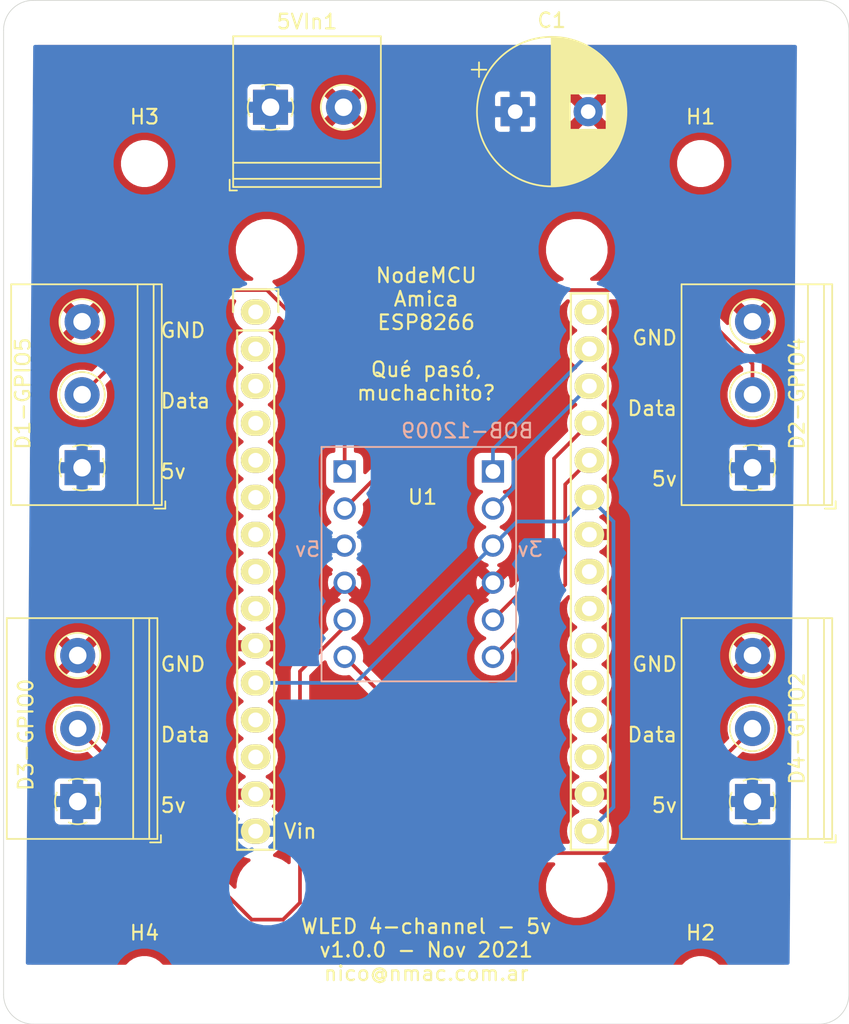
<source format=kicad_pcb>
(kicad_pcb (version 20171130) (host pcbnew 5.1.10)

  (general
    (thickness 1.6)
    (drawings 17)
    (tracks 53)
    (zones 0)
    (modules 12)
    (nets 12)
  )

  (page A4)
  (layers
    (0 F.Cu signal)
    (31 B.Cu signal)
    (36 B.SilkS user)
    (37 F.SilkS user)
    (38 B.Mask user hide)
    (39 F.Mask user hide)
    (40 Dwgs.User user hide)
    (41 Cmts.User user hide)
    (42 Eco1.User user hide)
    (43 Eco2.User user hide)
    (44 Edge.Cuts user)
    (45 Margin user hide)
    (46 B.CrtYd user hide)
    (47 F.CrtYd user hide)
  )

  (setup
    (last_trace_width 0.254)
    (trace_clearance 0.508)
    (zone_clearance 0.381)
    (zone_45_only yes)
    (trace_min 0.1524)
    (via_size 0.8)
    (via_drill 0.4)
    (via_min_size 0.508)
    (via_min_drill 0.254)
    (uvia_size 0.3)
    (uvia_drill 0.1)
    (uvias_allowed no)
    (uvia_min_size 0.2)
    (uvia_min_drill 0.1)
    (edge_width 0.05)
    (segment_width 0.2)
    (pcb_text_width 0.3)
    (pcb_text_size 1.5 1.5)
    (mod_edge_width 0.12)
    (mod_text_size 1 1)
    (mod_text_width 0.15)
    (pad_size 1.524 1.524)
    (pad_drill 0.762)
    (pad_to_mask_clearance 0.0508)
    (aux_axis_origin 0 0)
    (visible_elements FFFFFF7F)
    (pcbplotparams
      (layerselection 0x010fc_ffffffff)
      (usegerberextensions false)
      (usegerberattributes true)
      (usegerberadvancedattributes true)
      (creategerberjobfile true)
      (excludeedgelayer true)
      (linewidth 0.100000)
      (plotframeref false)
      (viasonmask false)
      (mode 1)
      (useauxorigin false)
      (hpglpennumber 1)
      (hpglpenspeed 20)
      (hpglpendiameter 15.000000)
      (psnegative false)
      (psa4output false)
      (plotreference true)
      (plotvalue true)
      (plotinvisibletext false)
      (padsonsilk false)
      (subtractmaskfromsilk false)
      (outputformat 1)
      (mirror false)
      (drillshape 1)
      (scaleselection 1)
      (outputdirectory ""))
  )

  (net 0 "")
  (net 1 GND)
  (net 2 +5V)
  (net 3 +3V3)
  (net 4 "Net-(BOB-12009-PadHV4)")
  (net 5 "Net-(BOB-12009-PadHV3)")
  (net 6 "Net-(BOB-12009-PadHV2)")
  (net 7 "Net-(BOB-12009-PadHV1)")
  (net 8 "Net-(BOB-12009-PadLV4)")
  (net 9 "Net-(BOB-12009-PadLV3)")
  (net 10 "Net-(BOB-12009-PadLV2)")
  (net 11 "Net-(BOB-12009-PadLV1)")

  (net_class Default "This is the default net class."
    (clearance 0.508)
    (trace_width 0.254)
    (via_dia 0.8)
    (via_drill 0.4)
    (uvia_dia 0.3)
    (uvia_drill 0.1)
    (add_net +3V3)
    (add_net "Net-(BOB-12009-PadHV1)")
    (add_net "Net-(BOB-12009-PadHV2)")
    (add_net "Net-(BOB-12009-PadHV3)")
    (add_net "Net-(BOB-12009-PadHV4)")
    (add_net "Net-(BOB-12009-PadLV1)")
    (add_net "Net-(BOB-12009-PadLV2)")
    (add_net "Net-(BOB-12009-PadLV3)")
    (add_net "Net-(BOB-12009-PadLV4)")
  )

  (net_class 5v ""
    (clearance 1.016)
    (trace_width 1.016)
    (via_dia 0.508)
    (via_drill 0.254)
    (uvia_dia 0.3)
    (uvia_drill 0.1)
    (add_net +5V)
  )

  (net_class GDN-LV ""
    (clearance 0.254)
    (trace_width 0.254)
    (via_dia 0.8)
    (via_drill 0.4)
    (uvia_dia 0.3)
    (uvia_drill 0.1)
    (add_net GND)
  )

  (net_class GND ""
    (clearance 0.508)
    (trace_width 1.016)
    (via_dia 0.8)
    (via_drill 0.4)
    (uvia_dia 0.3)
    (uvia_drill 0.1)
  )

  (module "NodeMCU Git:NodeMCU_Amica_R2" (layer F.Cu) (tedit 5A22F9CB) (tstamp 619A0E47)
    (at 84.836 42.672)
    (descr "Through-hole-mounted NodeMCU 0.9")
    (tags nodemcu)
    (path /6197C532)
    (fp_text reference U1 (at 11.43 12.68) (layer F.SilkS)
      (effects (font (size 1 1) (thickness 0.15)))
    )
    (fp_text value NodeMCU_Amica_R2 (at 11.43 45.085) (layer F.Fab)
      (effects (font (size 2 2) (thickness 0.15)))
    )
    (fp_line (start 15.24 37.465) (end 15.24 42.545) (layer F.CrtYd) (width 0.15))
    (fp_line (start 7.62 37.465) (end 15.24 37.465) (layer F.CrtYd) (width 0.15))
    (fp_line (start 7.62 42.545) (end 7.62 37.465) (layer F.CrtYd) (width 0.15))
    (fp_line (start -1.905 42.545) (end -1.905 -6.35) (layer F.CrtYd) (width 0.15))
    (fp_line (start 24.765 42.545) (end -1.905 42.545) (layer F.CrtYd) (width 0.15))
    (fp_line (start 24.765 -6.35) (end 24.765 42.545) (layer F.CrtYd) (width 0.15))
    (fp_line (start -1.905 -6.35) (end 24.765 -6.35) (layer F.CrtYd) (width 0.15))
    (fp_line (start -1.27 1.27) (end -1.27 36.83) (layer F.SilkS) (width 0.15))
    (fp_line (start -1.27 36.83) (end 1.27 36.83) (layer F.SilkS) (width 0.15))
    (fp_line (start 1.27 36.83) (end 1.27 1.27) (layer F.SilkS) (width 0.15))
    (fp_line (start 1.55 -1.55) (end 1.55 0) (layer F.SilkS) (width 0.15))
    (fp_line (start 1.27 1.27) (end -1.27 1.27) (layer F.SilkS) (width 0.15))
    (fp_line (start -1.55 0) (end -1.55 -1.55) (layer F.SilkS) (width 0.15))
    (fp_line (start -1.55 -1.55) (end 1.55 -1.55) (layer F.SilkS) (width 0.15))
    (fp_line (start 21.59 36.83) (end 24.13 36.83) (layer F.SilkS) (width 0.15))
    (fp_line (start 21.59 -1.27) (end 21.59 36.83) (layer F.SilkS) (width 0.15))
    (fp_line (start 24.13 -1.27) (end 21.59 -1.27) (layer F.SilkS) (width 0.15))
    (fp_line (start 24.13 36.83) (end 24.13 -1.27) (layer F.SilkS) (width 0.15))
    (pad "" np_thru_hole circle (at 0.75 -4.25) (size 3.2 3.2) (drill 3.2) (layers *.Cu *.Mask))
    (pad "" np_thru_hole circle (at 22 -4.25) (size 3.2 3.2) (drill 3.2) (layers *.Cu *.Mask))
    (pad "" np_thru_hole circle (at 22 39.38) (size 3.2 3.2) (drill 3.2) (layers *.Cu *.Mask))
    (pad "" np_thru_hole circle (at 0.8 39.38) (size 3.2 3.2) (drill 3.2) (layers *.Cu *.Mask))
    (pad 29 thru_hole oval (at 22.86 2.54) (size 2.032 1.7272) (drill 1.016) (layers *.Cu *.Mask F.SilkS)
      (net 11 "Net-(BOB-12009-PadLV1)"))
    (pad 27 thru_hole oval (at 22.86 7.62) (size 2.032 1.7272) (drill 1.016) (layers *.Cu *.Mask F.SilkS)
      (net 9 "Net-(BOB-12009-PadLV3)"))
    (pad 28 thru_hole oval (at 22.86 5.08) (size 2.032 1.7272) (drill 1.016) (layers *.Cu *.Mask F.SilkS)
      (net 10 "Net-(BOB-12009-PadLV2)"))
    (pad 20 thru_hole oval (at 22.86 25.4) (size 2.032 1.7272) (drill 1.016) (layers *.Cu *.Mask F.SilkS))
    (pad 21 thru_hole oval (at 22.86 22.86) (size 2.032 1.7272) (drill 1.016) (layers *.Cu *.Mask F.SilkS))
    (pad 23 thru_hole oval (at 22.86 17.78) (size 2.032 1.7272) (drill 1.016) (layers *.Cu *.Mask F.SilkS))
    (pad 22 thru_hole oval (at 22.86 20.32) (size 2.032 1.7272) (drill 1.016) (layers *.Cu *.Mask F.SilkS))
    (pad 16 thru_hole oval (at 22.86 35.56) (size 2.032 1.7272) (drill 1.016) (layers *.Cu *.Mask F.SilkS)
      (net 3 +3V3))
    (pad 24 thru_hole oval (at 22.86 15.24) (size 2.032 1.7272) (drill 1.016) (layers *.Cu *.Mask F.SilkS)
      (net 1 GND))
    (pad 26 thru_hole oval (at 22.86 10.16) (size 2.032 1.7272) (drill 1.016) (layers *.Cu *.Mask F.SilkS)
      (net 8 "Net-(BOB-12009-PadLV4)"))
    (pad 25 thru_hole oval (at 22.86 12.7) (size 2.032 1.7272) (drill 1.016) (layers *.Cu *.Mask F.SilkS)
      (net 3 +3V3))
    (pad 19 thru_hole oval (at 22.86 27.94) (size 2.032 1.7272) (drill 1.016) (layers *.Cu *.Mask F.SilkS))
    (pad 17 thru_hole oval (at 22.86 33.02) (size 2.032 1.7272) (drill 1.016) (layers *.Cu *.Mask F.SilkS)
      (net 1 GND))
    (pad 18 thru_hole oval (at 22.86 30.48) (size 2.032 1.7272) (drill 1.016) (layers *.Cu *.Mask F.SilkS))
    (pad 30 thru_hole oval (at 22.86 0) (size 2.032 1.7272) (drill 1.016) (layers *.Cu *.Mask F.SilkS))
    (pad 15 thru_hole oval (at 0 35.56) (size 2.032 1.7272) (drill 1.016) (layers *.Cu *.Mask F.SilkS)
      (net 2 +5V))
    (pad 14 thru_hole oval (at 0 33.02) (size 2.032 1.7272) (drill 1.016) (layers *.Cu *.Mask F.SilkS)
      (net 1 GND))
    (pad 13 thru_hole oval (at 0 30.48) (size 2.032 1.7272) (drill 1.016) (layers *.Cu *.Mask F.SilkS))
    (pad 12 thru_hole oval (at 0 27.94) (size 2.032 1.7272) (drill 1.016) (layers *.Cu *.Mask F.SilkS))
    (pad 11 thru_hole oval (at 0 25.4) (size 2.032 1.7272) (drill 1.016) (layers *.Cu *.Mask F.SilkS)
      (net 3 +3V3))
    (pad 10 thru_hole oval (at 0 22.86) (size 2.032 1.7272) (drill 1.016) (layers *.Cu *.Mask F.SilkS)
      (net 1 GND))
    (pad 9 thru_hole oval (at 0 20.32) (size 2.032 1.7272) (drill 1.016) (layers *.Cu *.Mask F.SilkS))
    (pad 8 thru_hole oval (at 0 17.78) (size 2.032 1.7272) (drill 1.016) (layers *.Cu *.Mask F.SilkS))
    (pad 7 thru_hole oval (at 0 15.24) (size 2.032 1.7272) (drill 1.016) (layers *.Cu *.Mask F.SilkS))
    (pad 6 thru_hole oval (at 0 12.7) (size 2.032 1.7272) (drill 1.016) (layers *.Cu *.Mask F.SilkS))
    (pad 5 thru_hole oval (at 0 10.16) (size 2.032 1.7272) (drill 1.016) (layers *.Cu *.Mask F.SilkS))
    (pad 4 thru_hole oval (at 0 7.62) (size 2.032 1.7272) (drill 1.016) (layers *.Cu *.Mask F.SilkS))
    (pad 3 thru_hole oval (at 0 5.08) (size 2.032 1.7272) (drill 1.016) (layers *.Cu *.Mask F.SilkS))
    (pad 2 thru_hole oval (at 0 2.54) (size 2.032 1.7272) (drill 1.016) (layers *.Cu *.Mask F.SilkS))
    (pad 1 thru_hole oval (at 0 0) (size 2.032 1.7272) (drill 1.016) (layers *.Cu *.Mask F.SilkS))
  )

  (module kicad-lib:CONV_BOB-12009 (layer B.Cu) (tedit 6197CB09) (tstamp 619A0E63)
    (at 96.012 59.944 180)
    (path /6197E041)
    (fp_text reference BOB-12009 (at -3.325 9.135) (layer B.SilkS)
      (effects (font (size 1 1) (thickness 0.15)) (justify mirror))
    )
    (fp_text value BOB-12009 (at 2.39 -9.135) (layer B.Fab)
      (effects (font (size 1 1) (thickness 0.15)) (justify mirror))
    )
    (fp_line (start 6.665 8.025) (end 6.665 -8.025) (layer B.SilkS) (width 0.127))
    (fp_line (start 6.665 -8.025) (end -6.665 -8.025) (layer B.SilkS) (width 0.127))
    (fp_line (start -6.665 -8.025) (end -6.665 8.025) (layer B.SilkS) (width 0.127))
    (fp_line (start -6.665 8.025) (end 6.665 8.025) (layer B.SilkS) (width 0.127))
    (fp_line (start 6.915 8.275) (end -6.915 8.275) (layer B.CrtYd) (width 0.05))
    (fp_line (start -6.915 8.275) (end -6.915 -8.275) (layer B.CrtYd) (width 0.05))
    (fp_line (start -6.915 -8.275) (end 6.915 -8.275) (layer B.CrtYd) (width 0.05))
    (fp_line (start 6.915 -8.275) (end 6.915 8.275) (layer B.CrtYd) (width 0.05))
    (fp_line (start 6.665 8.025) (end 6.665 -8.025) (layer B.Fab) (width 0.127))
    (fp_line (start 6.665 -8.025) (end -6.665 -8.025) (layer B.Fab) (width 0.127))
    (fp_line (start -6.665 -8.025) (end -6.665 8.025) (layer B.Fab) (width 0.127))
    (fp_line (start -6.665 8.025) (end 6.665 8.025) (layer B.Fab) (width 0.127))
    (pad HV4 thru_hole circle (at 5.08 -6.35 180) (size 1.524 1.524) (drill 1.016) (layers *.Cu *.Mask)
      (net 4 "Net-(BOB-12009-PadHV4)"))
    (pad HV3 thru_hole circle (at 5.08 -3.81 180) (size 1.524 1.524) (drill 1.016) (layers *.Cu *.Mask)
      (net 5 "Net-(BOB-12009-PadHV3)"))
    (pad GND_1 thru_hole circle (at 5.08 -1.27 180) (size 1.524 1.524) (drill 1.016) (layers *.Cu *.Mask)
      (net 1 GND))
    (pad HV thru_hole circle (at 5.08 1.27 180) (size 1.524 1.524) (drill 1.016) (layers *.Cu *.Mask)
      (net 2 +5V))
    (pad HV2 thru_hole circle (at 5.08 3.81 180) (size 1.524 1.524) (drill 1.016) (layers *.Cu *.Mask)
      (net 6 "Net-(BOB-12009-PadHV2)"))
    (pad HV1 thru_hole rect (at 5.08 6.35 180) (size 1.524 1.524) (drill 1.016) (layers *.Cu *.Mask)
      (net 7 "Net-(BOB-12009-PadHV1)"))
    (pad LV4 thru_hole circle (at -5.08 -6.35 180) (size 1.524 1.524) (drill 1.016) (layers *.Cu *.Mask)
      (net 8 "Net-(BOB-12009-PadLV4)"))
    (pad LV3 thru_hole circle (at -5.08 -3.81 180) (size 1.524 1.524) (drill 1.016) (layers *.Cu *.Mask)
      (net 9 "Net-(BOB-12009-PadLV3)"))
    (pad GND_2 thru_hole circle (at -5.08 -1.27 180) (size 1.524 1.524) (drill 1.016) (layers *.Cu *.Mask)
      (net 1 GND))
    (pad LV thru_hole circle (at -5.08 1.27 180) (size 1.524 1.524) (drill 1.016) (layers *.Cu *.Mask)
      (net 3 +3V3))
    (pad LV2 thru_hole circle (at -5.08 3.81 180) (size 1.524 1.524) (drill 1.016) (layers *.Cu *.Mask)
      (net 10 "Net-(BOB-12009-PadLV2)"))
    (pad LV1 thru_hole rect (at -5.08 6.35 180) (size 1.524 1.524) (drill 1.016) (layers *.Cu *.Mask)
      (net 11 "Net-(BOB-12009-PadLV1)"))
  )

  (module TerminalBlock_Philmore:TerminalBlock_Philmore_TB133_1x03_P5.00mm_Horizontal (layer F.Cu) (tedit 5B294EAF) (tstamp 619A0E0F)
    (at 118.872 76.2 90)
    (descr "Terminal Block Philmore , 3 pins, pitch 5mm, size 15x10.2mm^2, drill diamater 1.2mm, pad diameter 2.4mm, see http://www.philmore-datak.com/mc/Page%20197.pdf, script-generated using https://github.com/pointhi/kicad-footprint-generator/scripts/TerminalBlock_Philmore")
    (tags "THT Terminal Block Philmore  pitch 5mm size 15x10.2mm^2 drill 1.2mm pad 2.4mm")
    (path /619E0F32)
    (fp_text reference D4-GPIO2 (at 5 3.048 90) (layer F.SilkS)
      (effects (font (size 1 1) (thickness 0.15)))
    )
    (fp_text value Screw_Terminal_01x03 (at 5 6.46 90) (layer F.Fab)
      (effects (font (size 1 1) (thickness 0.15)))
    )
    (fp_text user %R (at 5 2.8 90) (layer F.Fab)
      (effects (font (size 1 1) (thickness 0.15)))
    )
    (fp_arc (start 0 0) (end -0.608 1.432) (angle -24) (layer F.SilkS) (width 0.12))
    (fp_arc (start 0 0) (end -1.432 -0.608) (angle -46) (layer F.SilkS) (width 0.12))
    (fp_arc (start 0 0) (end 0.608 -1.432) (angle -46) (layer F.SilkS) (width 0.12))
    (fp_arc (start 0 0) (end 1.432 0.608) (angle -46) (layer F.SilkS) (width 0.12))
    (fp_arc (start 0 0) (end 0 1.555) (angle -23) (layer F.SilkS) (width 0.12))
    (fp_circle (center 0 0) (end 1.375 0) (layer F.Fab) (width 0.1))
    (fp_circle (center 5 0) (end 6.375 0) (layer F.Fab) (width 0.1))
    (fp_circle (center 5 0) (end 6.555 0) (layer F.SilkS) (width 0.12))
    (fp_circle (center 10 0) (end 11.375 0) (layer F.Fab) (width 0.1))
    (fp_circle (center 10 0) (end 11.555 0) (layer F.SilkS) (width 0.12))
    (fp_line (start -2.5 -4.8) (end 12.5 -4.8) (layer F.Fab) (width 0.1))
    (fp_line (start 12.5 -4.8) (end 12.5 5.4) (layer F.Fab) (width 0.1))
    (fp_line (start 12.5 5.4) (end -2 5.4) (layer F.Fab) (width 0.1))
    (fp_line (start -2 5.4) (end -2.5 4.9) (layer F.Fab) (width 0.1))
    (fp_line (start -2.5 4.9) (end -2.5 -4.8) (layer F.Fab) (width 0.1))
    (fp_line (start -2.5 4.9) (end 12.5 4.9) (layer F.Fab) (width 0.1))
    (fp_line (start -2.56 4.9) (end 12.56 4.9) (layer F.SilkS) (width 0.12))
    (fp_line (start -2.5 3.8) (end 12.5 3.8) (layer F.Fab) (width 0.1))
    (fp_line (start -2.56 3.8) (end 12.56 3.8) (layer F.SilkS) (width 0.12))
    (fp_line (start -2.56 -4.86) (end 12.56 -4.86) (layer F.SilkS) (width 0.12))
    (fp_line (start -2.56 5.46) (end 12.56 5.46) (layer F.SilkS) (width 0.12))
    (fp_line (start -2.56 -4.86) (end -2.56 5.46) (layer F.SilkS) (width 0.12))
    (fp_line (start 12.56 -4.86) (end 12.56 5.46) (layer F.SilkS) (width 0.12))
    (fp_line (start -1.1 -0.069) (end -0.069 -0.069) (layer F.Fab) (width 0.1))
    (fp_line (start -0.069 -0.069) (end -0.069 -1.1) (layer F.Fab) (width 0.1))
    (fp_line (start -0.069 -1.1) (end 0.069 -1.1) (layer F.Fab) (width 0.1))
    (fp_line (start 0.069 -1.1) (end 0.069 -0.069) (layer F.Fab) (width 0.1))
    (fp_line (start 0.069 -0.069) (end 1.1 -0.069) (layer F.Fab) (width 0.1))
    (fp_line (start 1.1 -0.069) (end 1.1 0.069) (layer F.Fab) (width 0.1))
    (fp_line (start 1.1 0.069) (end 0.069 0.069) (layer F.Fab) (width 0.1))
    (fp_line (start 0.069 0.069) (end 0.069 1.1) (layer F.Fab) (width 0.1))
    (fp_line (start 0.069 1.1) (end -0.069 1.1) (layer F.Fab) (width 0.1))
    (fp_line (start -0.069 1.1) (end -0.069 0.069) (layer F.Fab) (width 0.1))
    (fp_line (start -0.069 0.069) (end -1.1 0.069) (layer F.Fab) (width 0.1))
    (fp_line (start -1.1 0.069) (end -1.1 -0.069) (layer F.Fab) (width 0.1))
    (fp_line (start 3.9 -0.069) (end 4.931 -0.069) (layer F.Fab) (width 0.1))
    (fp_line (start 4.931 -0.069) (end 4.931 -1.1) (layer F.Fab) (width 0.1))
    (fp_line (start 4.931 -1.1) (end 5.069 -1.1) (layer F.Fab) (width 0.1))
    (fp_line (start 5.069 -1.1) (end 5.069 -0.069) (layer F.Fab) (width 0.1))
    (fp_line (start 5.069 -0.069) (end 6.1 -0.069) (layer F.Fab) (width 0.1))
    (fp_line (start 6.1 -0.069) (end 6.1 0.069) (layer F.Fab) (width 0.1))
    (fp_line (start 6.1 0.069) (end 5.069 0.069) (layer F.Fab) (width 0.1))
    (fp_line (start 5.069 0.069) (end 5.069 1.1) (layer F.Fab) (width 0.1))
    (fp_line (start 5.069 1.1) (end 4.931 1.1) (layer F.Fab) (width 0.1))
    (fp_line (start 4.931 1.1) (end 4.931 0.069) (layer F.Fab) (width 0.1))
    (fp_line (start 4.931 0.069) (end 3.9 0.069) (layer F.Fab) (width 0.1))
    (fp_line (start 3.9 0.069) (end 3.9 -0.069) (layer F.Fab) (width 0.1))
    (fp_line (start 8.9 -0.069) (end 9.931 -0.069) (layer F.Fab) (width 0.1))
    (fp_line (start 9.931 -0.069) (end 9.931 -1.1) (layer F.Fab) (width 0.1))
    (fp_line (start 9.931 -1.1) (end 10.069 -1.1) (layer F.Fab) (width 0.1))
    (fp_line (start 10.069 -1.1) (end 10.069 -0.069) (layer F.Fab) (width 0.1))
    (fp_line (start 10.069 -0.069) (end 11.1 -0.069) (layer F.Fab) (width 0.1))
    (fp_line (start 11.1 -0.069) (end 11.1 0.069) (layer F.Fab) (width 0.1))
    (fp_line (start 11.1 0.069) (end 10.069 0.069) (layer F.Fab) (width 0.1))
    (fp_line (start 10.069 0.069) (end 10.069 1.1) (layer F.Fab) (width 0.1))
    (fp_line (start 10.069 1.1) (end 9.931 1.1) (layer F.Fab) (width 0.1))
    (fp_line (start 9.931 1.1) (end 9.931 0.069) (layer F.Fab) (width 0.1))
    (fp_line (start 9.931 0.069) (end 8.9 0.069) (layer F.Fab) (width 0.1))
    (fp_line (start 8.9 0.069) (end 8.9 -0.069) (layer F.Fab) (width 0.1))
    (fp_line (start -2.8 4.96) (end -2.8 5.7) (layer F.SilkS) (width 0.12))
    (fp_line (start -2.8 5.7) (end -2.3 5.7) (layer F.SilkS) (width 0.12))
    (fp_line (start -3 -5.3) (end -3 5.9) (layer F.CrtYd) (width 0.05))
    (fp_line (start -3 5.9) (end 13 5.9) (layer F.CrtYd) (width 0.05))
    (fp_line (start 13 5.9) (end 13 -5.3) (layer F.CrtYd) (width 0.05))
    (fp_line (start 13 -5.3) (end -3 -5.3) (layer F.CrtYd) (width 0.05))
    (pad 3 thru_hole circle (at 10 0 90) (size 2.4 2.4) (drill 1.2) (layers *.Cu *.Mask)
      (net 1 GND))
    (pad 2 thru_hole circle (at 5 0 90) (size 2.4 2.4) (drill 1.2) (layers *.Cu *.Mask)
      (net 4 "Net-(BOB-12009-PadHV4)"))
    (pad 1 thru_hole rect (at 0 0 90) (size 2.4 2.4) (drill 1.2) (layers *.Cu *.Mask)
      (net 2 +5V))
    (model ${KISYS3DMOD}/TerminalBlock_Philmore.3dshapes/TerminalBlock_Philmore_TB133_1x03_P5.00mm_Horizontal.wrl
      (at (xyz 0 0 0))
      (scale (xyz 1 1 1))
      (rotate (xyz 0 0 0))
    )
  )

  (module TerminalBlock_Philmore:TerminalBlock_Philmore_TB133_1x03_P5.00mm_Horizontal (layer F.Cu) (tedit 5B294EAF) (tstamp 619A0DC6)
    (at 72.644 76.2 90)
    (descr "Terminal Block Philmore , 3 pins, pitch 5mm, size 15x10.2mm^2, drill diamater 1.2mm, pad diameter 2.4mm, see http://www.philmore-datak.com/mc/Page%20197.pdf, script-generated using https://github.com/pointhi/kicad-footprint-generator/scripts/TerminalBlock_Philmore")
    (tags "THT Terminal Block Philmore  pitch 5mm size 15x10.2mm^2 drill 1.2mm pad 2.4mm")
    (path /619E0A2B)
    (fp_text reference D3-GPIO0 (at 4.572 -3.556 90) (layer F.SilkS)
      (effects (font (size 1 1) (thickness 0.15)))
    )
    (fp_text value Screw_Terminal_01x03 (at 5 6.46 90) (layer F.Fab)
      (effects (font (size 1 1) (thickness 0.15)))
    )
    (fp_text user %R (at 5 2.8 90) (layer F.Fab)
      (effects (font (size 1 1) (thickness 0.15)))
    )
    (fp_arc (start 0 0) (end -0.608 1.432) (angle -24) (layer F.SilkS) (width 0.12))
    (fp_arc (start 0 0) (end -1.432 -0.608) (angle -46) (layer F.SilkS) (width 0.12))
    (fp_arc (start 0 0) (end 0.608 -1.432) (angle -46) (layer F.SilkS) (width 0.12))
    (fp_arc (start 0 0) (end 1.432 0.608) (angle -46) (layer F.SilkS) (width 0.12))
    (fp_arc (start 0 0) (end 0 1.555) (angle -23) (layer F.SilkS) (width 0.12))
    (fp_circle (center 0 0) (end 1.375 0) (layer F.Fab) (width 0.1))
    (fp_circle (center 5 0) (end 6.375 0) (layer F.Fab) (width 0.1))
    (fp_circle (center 5 0) (end 6.555 0) (layer F.SilkS) (width 0.12))
    (fp_circle (center 10 0) (end 11.375 0) (layer F.Fab) (width 0.1))
    (fp_circle (center 10 0) (end 11.555 0) (layer F.SilkS) (width 0.12))
    (fp_line (start -2.5 -4.8) (end 12.5 -4.8) (layer F.Fab) (width 0.1))
    (fp_line (start 12.5 -4.8) (end 12.5 5.4) (layer F.Fab) (width 0.1))
    (fp_line (start 12.5 5.4) (end -2 5.4) (layer F.Fab) (width 0.1))
    (fp_line (start -2 5.4) (end -2.5 4.9) (layer F.Fab) (width 0.1))
    (fp_line (start -2.5 4.9) (end -2.5 -4.8) (layer F.Fab) (width 0.1))
    (fp_line (start -2.5 4.9) (end 12.5 4.9) (layer F.Fab) (width 0.1))
    (fp_line (start -2.56 4.9) (end 12.56 4.9) (layer F.SilkS) (width 0.12))
    (fp_line (start -2.5 3.8) (end 12.5 3.8) (layer F.Fab) (width 0.1))
    (fp_line (start -2.56 3.8) (end 12.56 3.8) (layer F.SilkS) (width 0.12))
    (fp_line (start -2.56 -4.86) (end 12.56 -4.86) (layer F.SilkS) (width 0.12))
    (fp_line (start -2.56 5.46) (end 12.56 5.46) (layer F.SilkS) (width 0.12))
    (fp_line (start -2.56 -4.86) (end -2.56 5.46) (layer F.SilkS) (width 0.12))
    (fp_line (start 12.56 -4.86) (end 12.56 5.46) (layer F.SilkS) (width 0.12))
    (fp_line (start -1.1 -0.069) (end -0.069 -0.069) (layer F.Fab) (width 0.1))
    (fp_line (start -0.069 -0.069) (end -0.069 -1.1) (layer F.Fab) (width 0.1))
    (fp_line (start -0.069 -1.1) (end 0.069 -1.1) (layer F.Fab) (width 0.1))
    (fp_line (start 0.069 -1.1) (end 0.069 -0.069) (layer F.Fab) (width 0.1))
    (fp_line (start 0.069 -0.069) (end 1.1 -0.069) (layer F.Fab) (width 0.1))
    (fp_line (start 1.1 -0.069) (end 1.1 0.069) (layer F.Fab) (width 0.1))
    (fp_line (start 1.1 0.069) (end 0.069 0.069) (layer F.Fab) (width 0.1))
    (fp_line (start 0.069 0.069) (end 0.069 1.1) (layer F.Fab) (width 0.1))
    (fp_line (start 0.069 1.1) (end -0.069 1.1) (layer F.Fab) (width 0.1))
    (fp_line (start -0.069 1.1) (end -0.069 0.069) (layer F.Fab) (width 0.1))
    (fp_line (start -0.069 0.069) (end -1.1 0.069) (layer F.Fab) (width 0.1))
    (fp_line (start -1.1 0.069) (end -1.1 -0.069) (layer F.Fab) (width 0.1))
    (fp_line (start 3.9 -0.069) (end 4.931 -0.069) (layer F.Fab) (width 0.1))
    (fp_line (start 4.931 -0.069) (end 4.931 -1.1) (layer F.Fab) (width 0.1))
    (fp_line (start 4.931 -1.1) (end 5.069 -1.1) (layer F.Fab) (width 0.1))
    (fp_line (start 5.069 -1.1) (end 5.069 -0.069) (layer F.Fab) (width 0.1))
    (fp_line (start 5.069 -0.069) (end 6.1 -0.069) (layer F.Fab) (width 0.1))
    (fp_line (start 6.1 -0.069) (end 6.1 0.069) (layer F.Fab) (width 0.1))
    (fp_line (start 6.1 0.069) (end 5.069 0.069) (layer F.Fab) (width 0.1))
    (fp_line (start 5.069 0.069) (end 5.069 1.1) (layer F.Fab) (width 0.1))
    (fp_line (start 5.069 1.1) (end 4.931 1.1) (layer F.Fab) (width 0.1))
    (fp_line (start 4.931 1.1) (end 4.931 0.069) (layer F.Fab) (width 0.1))
    (fp_line (start 4.931 0.069) (end 3.9 0.069) (layer F.Fab) (width 0.1))
    (fp_line (start 3.9 0.069) (end 3.9 -0.069) (layer F.Fab) (width 0.1))
    (fp_line (start 8.9 -0.069) (end 9.931 -0.069) (layer F.Fab) (width 0.1))
    (fp_line (start 9.931 -0.069) (end 9.931 -1.1) (layer F.Fab) (width 0.1))
    (fp_line (start 9.931 -1.1) (end 10.069 -1.1) (layer F.Fab) (width 0.1))
    (fp_line (start 10.069 -1.1) (end 10.069 -0.069) (layer F.Fab) (width 0.1))
    (fp_line (start 10.069 -0.069) (end 11.1 -0.069) (layer F.Fab) (width 0.1))
    (fp_line (start 11.1 -0.069) (end 11.1 0.069) (layer F.Fab) (width 0.1))
    (fp_line (start 11.1 0.069) (end 10.069 0.069) (layer F.Fab) (width 0.1))
    (fp_line (start 10.069 0.069) (end 10.069 1.1) (layer F.Fab) (width 0.1))
    (fp_line (start 10.069 1.1) (end 9.931 1.1) (layer F.Fab) (width 0.1))
    (fp_line (start 9.931 1.1) (end 9.931 0.069) (layer F.Fab) (width 0.1))
    (fp_line (start 9.931 0.069) (end 8.9 0.069) (layer F.Fab) (width 0.1))
    (fp_line (start 8.9 0.069) (end 8.9 -0.069) (layer F.Fab) (width 0.1))
    (fp_line (start -2.8 4.96) (end -2.8 5.7) (layer F.SilkS) (width 0.12))
    (fp_line (start -2.8 5.7) (end -2.3 5.7) (layer F.SilkS) (width 0.12))
    (fp_line (start -3 -5.3) (end -3 5.9) (layer F.CrtYd) (width 0.05))
    (fp_line (start -3 5.9) (end 13 5.9) (layer F.CrtYd) (width 0.05))
    (fp_line (start 13 5.9) (end 13 -5.3) (layer F.CrtYd) (width 0.05))
    (fp_line (start 13 -5.3) (end -3 -5.3) (layer F.CrtYd) (width 0.05))
    (pad 3 thru_hole circle (at 10 0 90) (size 2.4 2.4) (drill 1.2) (layers *.Cu *.Mask)
      (net 1 GND))
    (pad 2 thru_hole circle (at 5 0 90) (size 2.4 2.4) (drill 1.2) (layers *.Cu *.Mask)
      (net 5 "Net-(BOB-12009-PadHV3)"))
    (pad 1 thru_hole rect (at 0 0 90) (size 2.4 2.4) (drill 1.2) (layers *.Cu *.Mask)
      (net 2 +5V))
    (model ${KISYS3DMOD}/TerminalBlock_Philmore.3dshapes/TerminalBlock_Philmore_TB133_1x03_P5.00mm_Horizontal.wrl
      (at (xyz 0 0 0))
      (scale (xyz 1 1 1))
      (rotate (xyz 0 0 0))
    )
  )

  (module TerminalBlock_Philmore:TerminalBlock_Philmore_TB133_1x03_P5.00mm_Horizontal (layer F.Cu) (tedit 5B294EAF) (tstamp 619A0D7D)
    (at 118.872 53.34 90)
    (descr "Terminal Block Philmore , 3 pins, pitch 5mm, size 15x10.2mm^2, drill diamater 1.2mm, pad diameter 2.4mm, see http://www.philmore-datak.com/mc/Page%20197.pdf, script-generated using https://github.com/pointhi/kicad-footprint-generator/scripts/TerminalBlock_Philmore")
    (tags "THT Terminal Block Philmore  pitch 5mm size 15x10.2mm^2 drill 1.2mm pad 2.4mm")
    (path /619E047A)
    (fp_text reference D2-GPIO4 (at 5.08 3.048 90) (layer F.SilkS)
      (effects (font (size 1 1) (thickness 0.15)))
    )
    (fp_text value Screw_Terminal_01x03 (at 5 6.46 90) (layer F.Fab)
      (effects (font (size 1 1) (thickness 0.15)))
    )
    (fp_text user %R (at 5 2.8 90) (layer F.Fab)
      (effects (font (size 1 1) (thickness 0.15)))
    )
    (fp_arc (start 0 0) (end -0.608 1.432) (angle -24) (layer F.SilkS) (width 0.12))
    (fp_arc (start 0 0) (end -1.432 -0.608) (angle -46) (layer F.SilkS) (width 0.12))
    (fp_arc (start 0 0) (end 0.608 -1.432) (angle -46) (layer F.SilkS) (width 0.12))
    (fp_arc (start 0 0) (end 1.432 0.608) (angle -46) (layer F.SilkS) (width 0.12))
    (fp_arc (start 0 0) (end 0 1.555) (angle -23) (layer F.SilkS) (width 0.12))
    (fp_circle (center 0 0) (end 1.375 0) (layer F.Fab) (width 0.1))
    (fp_circle (center 5 0) (end 6.375 0) (layer F.Fab) (width 0.1))
    (fp_circle (center 5 0) (end 6.555 0) (layer F.SilkS) (width 0.12))
    (fp_circle (center 10 0) (end 11.375 0) (layer F.Fab) (width 0.1))
    (fp_circle (center 10 0) (end 11.555 0) (layer F.SilkS) (width 0.12))
    (fp_line (start -2.5 -4.8) (end 12.5 -4.8) (layer F.Fab) (width 0.1))
    (fp_line (start 12.5 -4.8) (end 12.5 5.4) (layer F.Fab) (width 0.1))
    (fp_line (start 12.5 5.4) (end -2 5.4) (layer F.Fab) (width 0.1))
    (fp_line (start -2 5.4) (end -2.5 4.9) (layer F.Fab) (width 0.1))
    (fp_line (start -2.5 4.9) (end -2.5 -4.8) (layer F.Fab) (width 0.1))
    (fp_line (start -2.5 4.9) (end 12.5 4.9) (layer F.Fab) (width 0.1))
    (fp_line (start -2.56 4.9) (end 12.56 4.9) (layer F.SilkS) (width 0.12))
    (fp_line (start -2.5 3.8) (end 12.5 3.8) (layer F.Fab) (width 0.1))
    (fp_line (start -2.56 3.8) (end 12.56 3.8) (layer F.SilkS) (width 0.12))
    (fp_line (start -2.56 -4.86) (end 12.56 -4.86) (layer F.SilkS) (width 0.12))
    (fp_line (start -2.56 5.46) (end 12.56 5.46) (layer F.SilkS) (width 0.12))
    (fp_line (start -2.56 -4.86) (end -2.56 5.46) (layer F.SilkS) (width 0.12))
    (fp_line (start 12.56 -4.86) (end 12.56 5.46) (layer F.SilkS) (width 0.12))
    (fp_line (start -1.1 -0.069) (end -0.069 -0.069) (layer F.Fab) (width 0.1))
    (fp_line (start -0.069 -0.069) (end -0.069 -1.1) (layer F.Fab) (width 0.1))
    (fp_line (start -0.069 -1.1) (end 0.069 -1.1) (layer F.Fab) (width 0.1))
    (fp_line (start 0.069 -1.1) (end 0.069 -0.069) (layer F.Fab) (width 0.1))
    (fp_line (start 0.069 -0.069) (end 1.1 -0.069) (layer F.Fab) (width 0.1))
    (fp_line (start 1.1 -0.069) (end 1.1 0.069) (layer F.Fab) (width 0.1))
    (fp_line (start 1.1 0.069) (end 0.069 0.069) (layer F.Fab) (width 0.1))
    (fp_line (start 0.069 0.069) (end 0.069 1.1) (layer F.Fab) (width 0.1))
    (fp_line (start 0.069 1.1) (end -0.069 1.1) (layer F.Fab) (width 0.1))
    (fp_line (start -0.069 1.1) (end -0.069 0.069) (layer F.Fab) (width 0.1))
    (fp_line (start -0.069 0.069) (end -1.1 0.069) (layer F.Fab) (width 0.1))
    (fp_line (start -1.1 0.069) (end -1.1 -0.069) (layer F.Fab) (width 0.1))
    (fp_line (start 3.9 -0.069) (end 4.931 -0.069) (layer F.Fab) (width 0.1))
    (fp_line (start 4.931 -0.069) (end 4.931 -1.1) (layer F.Fab) (width 0.1))
    (fp_line (start 4.931 -1.1) (end 5.069 -1.1) (layer F.Fab) (width 0.1))
    (fp_line (start 5.069 -1.1) (end 5.069 -0.069) (layer F.Fab) (width 0.1))
    (fp_line (start 5.069 -0.069) (end 6.1 -0.069) (layer F.Fab) (width 0.1))
    (fp_line (start 6.1 -0.069) (end 6.1 0.069) (layer F.Fab) (width 0.1))
    (fp_line (start 6.1 0.069) (end 5.069 0.069) (layer F.Fab) (width 0.1))
    (fp_line (start 5.069 0.069) (end 5.069 1.1) (layer F.Fab) (width 0.1))
    (fp_line (start 5.069 1.1) (end 4.931 1.1) (layer F.Fab) (width 0.1))
    (fp_line (start 4.931 1.1) (end 4.931 0.069) (layer F.Fab) (width 0.1))
    (fp_line (start 4.931 0.069) (end 3.9 0.069) (layer F.Fab) (width 0.1))
    (fp_line (start 3.9 0.069) (end 3.9 -0.069) (layer F.Fab) (width 0.1))
    (fp_line (start 8.9 -0.069) (end 9.931 -0.069) (layer F.Fab) (width 0.1))
    (fp_line (start 9.931 -0.069) (end 9.931 -1.1) (layer F.Fab) (width 0.1))
    (fp_line (start 9.931 -1.1) (end 10.069 -1.1) (layer F.Fab) (width 0.1))
    (fp_line (start 10.069 -1.1) (end 10.069 -0.069) (layer F.Fab) (width 0.1))
    (fp_line (start 10.069 -0.069) (end 11.1 -0.069) (layer F.Fab) (width 0.1))
    (fp_line (start 11.1 -0.069) (end 11.1 0.069) (layer F.Fab) (width 0.1))
    (fp_line (start 11.1 0.069) (end 10.069 0.069) (layer F.Fab) (width 0.1))
    (fp_line (start 10.069 0.069) (end 10.069 1.1) (layer F.Fab) (width 0.1))
    (fp_line (start 10.069 1.1) (end 9.931 1.1) (layer F.Fab) (width 0.1))
    (fp_line (start 9.931 1.1) (end 9.931 0.069) (layer F.Fab) (width 0.1))
    (fp_line (start 9.931 0.069) (end 8.9 0.069) (layer F.Fab) (width 0.1))
    (fp_line (start 8.9 0.069) (end 8.9 -0.069) (layer F.Fab) (width 0.1))
    (fp_line (start -2.8 4.96) (end -2.8 5.7) (layer F.SilkS) (width 0.12))
    (fp_line (start -2.8 5.7) (end -2.3 5.7) (layer F.SilkS) (width 0.12))
    (fp_line (start -3 -5.3) (end -3 5.9) (layer F.CrtYd) (width 0.05))
    (fp_line (start -3 5.9) (end 13 5.9) (layer F.CrtYd) (width 0.05))
    (fp_line (start 13 5.9) (end 13 -5.3) (layer F.CrtYd) (width 0.05))
    (fp_line (start 13 -5.3) (end -3 -5.3) (layer F.CrtYd) (width 0.05))
    (pad 3 thru_hole circle (at 10 0 90) (size 2.4 2.4) (drill 1.2) (layers *.Cu *.Mask)
      (net 1 GND))
    (pad 2 thru_hole circle (at 5 0 90) (size 2.4 2.4) (drill 1.2) (layers *.Cu *.Mask)
      (net 6 "Net-(BOB-12009-PadHV2)"))
    (pad 1 thru_hole rect (at 0 0 90) (size 2.4 2.4) (drill 1.2) (layers *.Cu *.Mask)
      (net 2 +5V))
    (model ${KISYS3DMOD}/TerminalBlock_Philmore.3dshapes/TerminalBlock_Philmore_TB133_1x03_P5.00mm_Horizontal.wrl
      (at (xyz 0 0 0))
      (scale (xyz 1 1 1))
      (rotate (xyz 0 0 0))
    )
  )

  (module TerminalBlock_Philmore:TerminalBlock_Philmore_TB133_1x03_P5.00mm_Horizontal (layer F.Cu) (tedit 5B294EAF) (tstamp 619A0D34)
    (at 72.944 53.34 90)
    (descr "Terminal Block Philmore , 3 pins, pitch 5mm, size 15x10.2mm^2, drill diamater 1.2mm, pad diameter 2.4mm, see http://www.philmore-datak.com/mc/Page%20197.pdf, script-generated using https://github.com/pointhi/kicad-footprint-generator/scripts/TerminalBlock_Philmore")
    (tags "THT Terminal Block Philmore  pitch 5mm size 15x10.2mm^2 drill 1.2mm pad 2.4mm")
    (path /619D3C25)
    (fp_text reference D1-GPIO5 (at 5.08 -4.064 90) (layer F.SilkS)
      (effects (font (size 1 1) (thickness 0.15)))
    )
    (fp_text value Screw_Terminal_01x03 (at 5 6.46 90) (layer F.Fab)
      (effects (font (size 1 1) (thickness 0.15)))
    )
    (fp_text user %R (at 5 2.8 90) (layer F.Fab)
      (effects (font (size 1 1) (thickness 0.15)))
    )
    (fp_arc (start 0 0) (end -0.608 1.432) (angle -24) (layer F.SilkS) (width 0.12))
    (fp_arc (start 0 0) (end -1.432 -0.608) (angle -46) (layer F.SilkS) (width 0.12))
    (fp_arc (start 0 0) (end 0.608 -1.432) (angle -46) (layer F.SilkS) (width 0.12))
    (fp_arc (start 0 0) (end 1.432 0.608) (angle -46) (layer F.SilkS) (width 0.12))
    (fp_arc (start 0 0) (end 0 1.555) (angle -23) (layer F.SilkS) (width 0.12))
    (fp_circle (center 0 0) (end 1.375 0) (layer F.Fab) (width 0.1))
    (fp_circle (center 5 0) (end 6.375 0) (layer F.Fab) (width 0.1))
    (fp_circle (center 5 0) (end 6.555 0) (layer F.SilkS) (width 0.12))
    (fp_circle (center 10 0) (end 11.375 0) (layer F.Fab) (width 0.1))
    (fp_circle (center 10 0) (end 11.555 0) (layer F.SilkS) (width 0.12))
    (fp_line (start -2.5 -4.8) (end 12.5 -4.8) (layer F.Fab) (width 0.1))
    (fp_line (start 12.5 -4.8) (end 12.5 5.4) (layer F.Fab) (width 0.1))
    (fp_line (start 12.5 5.4) (end -2 5.4) (layer F.Fab) (width 0.1))
    (fp_line (start -2 5.4) (end -2.5 4.9) (layer F.Fab) (width 0.1))
    (fp_line (start -2.5 4.9) (end -2.5 -4.8) (layer F.Fab) (width 0.1))
    (fp_line (start -2.5 4.9) (end 12.5 4.9) (layer F.Fab) (width 0.1))
    (fp_line (start -2.56 4.9) (end 12.56 4.9) (layer F.SilkS) (width 0.12))
    (fp_line (start -2.5 3.8) (end 12.5 3.8) (layer F.Fab) (width 0.1))
    (fp_line (start -2.56 3.8) (end 12.56 3.8) (layer F.SilkS) (width 0.12))
    (fp_line (start -2.56 -4.86) (end 12.56 -4.86) (layer F.SilkS) (width 0.12))
    (fp_line (start -2.56 5.46) (end 12.56 5.46) (layer F.SilkS) (width 0.12))
    (fp_line (start -2.56 -4.86) (end -2.56 5.46) (layer F.SilkS) (width 0.12))
    (fp_line (start 12.56 -4.86) (end 12.56 5.46) (layer F.SilkS) (width 0.12))
    (fp_line (start -1.1 -0.069) (end -0.069 -0.069) (layer F.Fab) (width 0.1))
    (fp_line (start -0.069 -0.069) (end -0.069 -1.1) (layer F.Fab) (width 0.1))
    (fp_line (start -0.069 -1.1) (end 0.069 -1.1) (layer F.Fab) (width 0.1))
    (fp_line (start 0.069 -1.1) (end 0.069 -0.069) (layer F.Fab) (width 0.1))
    (fp_line (start 0.069 -0.069) (end 1.1 -0.069) (layer F.Fab) (width 0.1))
    (fp_line (start 1.1 -0.069) (end 1.1 0.069) (layer F.Fab) (width 0.1))
    (fp_line (start 1.1 0.069) (end 0.069 0.069) (layer F.Fab) (width 0.1))
    (fp_line (start 0.069 0.069) (end 0.069 1.1) (layer F.Fab) (width 0.1))
    (fp_line (start 0.069 1.1) (end -0.069 1.1) (layer F.Fab) (width 0.1))
    (fp_line (start -0.069 1.1) (end -0.069 0.069) (layer F.Fab) (width 0.1))
    (fp_line (start -0.069 0.069) (end -1.1 0.069) (layer F.Fab) (width 0.1))
    (fp_line (start -1.1 0.069) (end -1.1 -0.069) (layer F.Fab) (width 0.1))
    (fp_line (start 3.9 -0.069) (end 4.931 -0.069) (layer F.Fab) (width 0.1))
    (fp_line (start 4.931 -0.069) (end 4.931 -1.1) (layer F.Fab) (width 0.1))
    (fp_line (start 4.931 -1.1) (end 5.069 -1.1) (layer F.Fab) (width 0.1))
    (fp_line (start 5.069 -1.1) (end 5.069 -0.069) (layer F.Fab) (width 0.1))
    (fp_line (start 5.069 -0.069) (end 6.1 -0.069) (layer F.Fab) (width 0.1))
    (fp_line (start 6.1 -0.069) (end 6.1 0.069) (layer F.Fab) (width 0.1))
    (fp_line (start 6.1 0.069) (end 5.069 0.069) (layer F.Fab) (width 0.1))
    (fp_line (start 5.069 0.069) (end 5.069 1.1) (layer F.Fab) (width 0.1))
    (fp_line (start 5.069 1.1) (end 4.931 1.1) (layer F.Fab) (width 0.1))
    (fp_line (start 4.931 1.1) (end 4.931 0.069) (layer F.Fab) (width 0.1))
    (fp_line (start 4.931 0.069) (end 3.9 0.069) (layer F.Fab) (width 0.1))
    (fp_line (start 3.9 0.069) (end 3.9 -0.069) (layer F.Fab) (width 0.1))
    (fp_line (start 8.9 -0.069) (end 9.931 -0.069) (layer F.Fab) (width 0.1))
    (fp_line (start 9.931 -0.069) (end 9.931 -1.1) (layer F.Fab) (width 0.1))
    (fp_line (start 9.931 -1.1) (end 10.069 -1.1) (layer F.Fab) (width 0.1))
    (fp_line (start 10.069 -1.1) (end 10.069 -0.069) (layer F.Fab) (width 0.1))
    (fp_line (start 10.069 -0.069) (end 11.1 -0.069) (layer F.Fab) (width 0.1))
    (fp_line (start 11.1 -0.069) (end 11.1 0.069) (layer F.Fab) (width 0.1))
    (fp_line (start 11.1 0.069) (end 10.069 0.069) (layer F.Fab) (width 0.1))
    (fp_line (start 10.069 0.069) (end 10.069 1.1) (layer F.Fab) (width 0.1))
    (fp_line (start 10.069 1.1) (end 9.931 1.1) (layer F.Fab) (width 0.1))
    (fp_line (start 9.931 1.1) (end 9.931 0.069) (layer F.Fab) (width 0.1))
    (fp_line (start 9.931 0.069) (end 8.9 0.069) (layer F.Fab) (width 0.1))
    (fp_line (start 8.9 0.069) (end 8.9 -0.069) (layer F.Fab) (width 0.1))
    (fp_line (start -2.8 4.96) (end -2.8 5.7) (layer F.SilkS) (width 0.12))
    (fp_line (start -2.8 5.7) (end -2.3 5.7) (layer F.SilkS) (width 0.12))
    (fp_line (start -3 -5.3) (end -3 5.9) (layer F.CrtYd) (width 0.05))
    (fp_line (start -3 5.9) (end 13 5.9) (layer F.CrtYd) (width 0.05))
    (fp_line (start 13 5.9) (end 13 -5.3) (layer F.CrtYd) (width 0.05))
    (fp_line (start 13 -5.3) (end -3 -5.3) (layer F.CrtYd) (width 0.05))
    (pad 3 thru_hole circle (at 10 0 90) (size 2.4 2.4) (drill 1.2) (layers *.Cu *.Mask)
      (net 1 GND))
    (pad 2 thru_hole circle (at 5 0 90) (size 2.4 2.4) (drill 1.2) (layers *.Cu *.Mask)
      (net 7 "Net-(BOB-12009-PadHV1)"))
    (pad 1 thru_hole rect (at 0 0 90) (size 2.4 2.4) (drill 1.2) (layers *.Cu *.Mask)
      (net 2 +5V))
    (model ${KISYS3DMOD}/TerminalBlock_Philmore.3dshapes/TerminalBlock_Philmore_TB133_1x03_P5.00mm_Horizontal.wrl
      (at (xyz 0 0 0))
      (scale (xyz 1 1 1))
      (rotate (xyz 0 0 0))
    )
  )

  (module MountingHole:MountingHole_2.2mm_M2 (layer F.Cu) (tedit 56D1B4CB) (tstamp 619A0CEB)
    (at 77.216 88.392)
    (descr "Mounting Hole 2.2mm, no annular, M2")
    (tags "mounting hole 2.2mm no annular m2")
    (path /61A5622D)
    (attr virtual)
    (fp_text reference H4 (at 0 -3.2) (layer F.SilkS)
      (effects (font (size 1 1) (thickness 0.15)))
    )
    (fp_text value MountingHole (at 0 3.2) (layer F.Fab)
      (effects (font (size 1 1) (thickness 0.15)))
    )
    (fp_text user %R (at 0.3 0) (layer F.Fab)
      (effects (font (size 1 1) (thickness 0.15)))
    )
    (fp_circle (center 0 0) (end 2.2 0) (layer Cmts.User) (width 0.15))
    (fp_circle (center 0 0) (end 2.45 0) (layer F.CrtYd) (width 0.05))
    (pad 1 np_thru_hole circle (at 0 0) (size 2.2 2.2) (drill 2.2) (layers *.Cu *.Mask))
  )

  (module MountingHole:MountingHole_2.2mm_M2 (layer F.Cu) (tedit 56D1B4CB) (tstamp 619ABF46)
    (at 77.216 32.512)
    (descr "Mounting Hole 2.2mm, no annular, M2")
    (tags "mounting hole 2.2mm no annular m2")
    (path /61A5701A)
    (attr virtual)
    (fp_text reference H3 (at 0 -3.2) (layer F.SilkS)
      (effects (font (size 1 1) (thickness 0.15)))
    )
    (fp_text value MountingHole (at 0 3.2) (layer F.Fab)
      (effects (font (size 1 1) (thickness 0.15)))
    )
    (fp_text user %R (at 0.3 0) (layer F.Fab)
      (effects (font (size 1 1) (thickness 0.15)))
    )
    (fp_circle (center 0 0) (end 2.2 0) (layer Cmts.User) (width 0.15))
    (fp_circle (center 0 0) (end 2.45 0) (layer F.CrtYd) (width 0.05))
    (pad 1 np_thru_hole circle (at 0 0) (size 2.2 2.2) (drill 2.2) (layers *.Cu *.Mask))
  )

  (module MountingHole:MountingHole_2.2mm_M2 (layer F.Cu) (tedit 56D1B4CB) (tstamp 619A0CDB)
    (at 115.316 88.392)
    (descr "Mounting Hole 2.2mm, no annular, M2")
    (tags "mounting hole 2.2mm no annular m2")
    (path /61A57505)
    (attr virtual)
    (fp_text reference H2 (at 0 -3.2) (layer F.SilkS)
      (effects (font (size 1 1) (thickness 0.15)))
    )
    (fp_text value MountingHole (at 0 3.2) (layer F.Fab)
      (effects (font (size 1 1) (thickness 0.15)))
    )
    (fp_text user %R (at 0.3 0) (layer F.Fab)
      (effects (font (size 1 1) (thickness 0.15)))
    )
    (fp_circle (center 0 0) (end 2.2 0) (layer Cmts.User) (width 0.15))
    (fp_circle (center 0 0) (end 2.45 0) (layer F.CrtYd) (width 0.05))
    (pad 1 np_thru_hole circle (at 0 0) (size 2.2 2.2) (drill 2.2) (layers *.Cu *.Mask))
  )

  (module MountingHole:MountingHole_2.2mm_M2 (layer F.Cu) (tedit 56D1B4CB) (tstamp 619A0CD3)
    (at 115.316 32.512)
    (descr "Mounting Hole 2.2mm, no annular, M2")
    (tags "mounting hole 2.2mm no annular m2")
    (path /61A578D8)
    (attr virtual)
    (fp_text reference H1 (at 0 -3.2) (layer F.SilkS)
      (effects (font (size 1 1) (thickness 0.15)))
    )
    (fp_text value MountingHole (at 0 3.2) (layer F.Fab)
      (effects (font (size 1 1) (thickness 0.15)))
    )
    (fp_text user %R (at 0.3 0) (layer F.Fab)
      (effects (font (size 1 1) (thickness 0.15)))
    )
    (fp_circle (center 0 0) (end 2.2 0) (layer Cmts.User) (width 0.15))
    (fp_circle (center 0 0) (end 2.45 0) (layer F.CrtYd) (width 0.05))
    (pad 1 np_thru_hole circle (at 0 0) (size 2.2 2.2) (drill 2.2) (layers *.Cu *.Mask))
  )

  (module Capacitor_THT:CP_Radial_D10.0mm_P5.00mm (layer F.Cu) (tedit 5AE50EF1) (tstamp 619A0CCB)
    (at 102.616 28.956)
    (descr "CP, Radial series, Radial, pin pitch=5.00mm, , diameter=10mm, Electrolytic Capacitor")
    (tags "CP Radial series Radial pin pitch 5.00mm  diameter 10mm Electrolytic Capacitor")
    (path /61A8268A)
    (fp_text reference C1 (at 2.5 -6.25) (layer F.SilkS)
      (effects (font (size 1 1) (thickness 0.15)))
    )
    (fp_text value C (at 2.5 6.25) (layer F.Fab)
      (effects (font (size 1 1) (thickness 0.15)))
    )
    (fp_text user %R (at 2.5 0) (layer F.Fab)
      (effects (font (size 1 1) (thickness 0.15)))
    )
    (fp_circle (center 2.5 0) (end 7.5 0) (layer F.Fab) (width 0.1))
    (fp_circle (center 2.5 0) (end 7.62 0) (layer F.SilkS) (width 0.12))
    (fp_circle (center 2.5 0) (end 7.75 0) (layer F.CrtYd) (width 0.05))
    (fp_line (start -1.788861 -2.1875) (end -0.788861 -2.1875) (layer F.Fab) (width 0.1))
    (fp_line (start -1.288861 -2.6875) (end -1.288861 -1.6875) (layer F.Fab) (width 0.1))
    (fp_line (start 2.5 -5.08) (end 2.5 5.08) (layer F.SilkS) (width 0.12))
    (fp_line (start 2.54 -5.08) (end 2.54 5.08) (layer F.SilkS) (width 0.12))
    (fp_line (start 2.58 -5.08) (end 2.58 5.08) (layer F.SilkS) (width 0.12))
    (fp_line (start 2.62 -5.079) (end 2.62 5.079) (layer F.SilkS) (width 0.12))
    (fp_line (start 2.66 -5.078) (end 2.66 5.078) (layer F.SilkS) (width 0.12))
    (fp_line (start 2.7 -5.077) (end 2.7 5.077) (layer F.SilkS) (width 0.12))
    (fp_line (start 2.74 -5.075) (end 2.74 5.075) (layer F.SilkS) (width 0.12))
    (fp_line (start 2.78 -5.073) (end 2.78 5.073) (layer F.SilkS) (width 0.12))
    (fp_line (start 2.82 -5.07) (end 2.82 5.07) (layer F.SilkS) (width 0.12))
    (fp_line (start 2.86 -5.068) (end 2.86 5.068) (layer F.SilkS) (width 0.12))
    (fp_line (start 2.9 -5.065) (end 2.9 5.065) (layer F.SilkS) (width 0.12))
    (fp_line (start 2.94 -5.062) (end 2.94 5.062) (layer F.SilkS) (width 0.12))
    (fp_line (start 2.98 -5.058) (end 2.98 5.058) (layer F.SilkS) (width 0.12))
    (fp_line (start 3.02 -5.054) (end 3.02 5.054) (layer F.SilkS) (width 0.12))
    (fp_line (start 3.06 -5.05) (end 3.06 5.05) (layer F.SilkS) (width 0.12))
    (fp_line (start 3.1 -5.045) (end 3.1 5.045) (layer F.SilkS) (width 0.12))
    (fp_line (start 3.14 -5.04) (end 3.14 5.04) (layer F.SilkS) (width 0.12))
    (fp_line (start 3.18 -5.035) (end 3.18 5.035) (layer F.SilkS) (width 0.12))
    (fp_line (start 3.221 -5.03) (end 3.221 5.03) (layer F.SilkS) (width 0.12))
    (fp_line (start 3.261 -5.024) (end 3.261 5.024) (layer F.SilkS) (width 0.12))
    (fp_line (start 3.301 -5.018) (end 3.301 5.018) (layer F.SilkS) (width 0.12))
    (fp_line (start 3.341 -5.011) (end 3.341 5.011) (layer F.SilkS) (width 0.12))
    (fp_line (start 3.381 -5.004) (end 3.381 5.004) (layer F.SilkS) (width 0.12))
    (fp_line (start 3.421 -4.997) (end 3.421 4.997) (layer F.SilkS) (width 0.12))
    (fp_line (start 3.461 -4.99) (end 3.461 4.99) (layer F.SilkS) (width 0.12))
    (fp_line (start 3.501 -4.982) (end 3.501 4.982) (layer F.SilkS) (width 0.12))
    (fp_line (start 3.541 -4.974) (end 3.541 4.974) (layer F.SilkS) (width 0.12))
    (fp_line (start 3.581 -4.965) (end 3.581 4.965) (layer F.SilkS) (width 0.12))
    (fp_line (start 3.621 -4.956) (end 3.621 4.956) (layer F.SilkS) (width 0.12))
    (fp_line (start 3.661 -4.947) (end 3.661 4.947) (layer F.SilkS) (width 0.12))
    (fp_line (start 3.701 -4.938) (end 3.701 4.938) (layer F.SilkS) (width 0.12))
    (fp_line (start 3.741 -4.928) (end 3.741 4.928) (layer F.SilkS) (width 0.12))
    (fp_line (start 3.781 -4.918) (end 3.781 -1.241) (layer F.SilkS) (width 0.12))
    (fp_line (start 3.781 1.241) (end 3.781 4.918) (layer F.SilkS) (width 0.12))
    (fp_line (start 3.821 -4.907) (end 3.821 -1.241) (layer F.SilkS) (width 0.12))
    (fp_line (start 3.821 1.241) (end 3.821 4.907) (layer F.SilkS) (width 0.12))
    (fp_line (start 3.861 -4.897) (end 3.861 -1.241) (layer F.SilkS) (width 0.12))
    (fp_line (start 3.861 1.241) (end 3.861 4.897) (layer F.SilkS) (width 0.12))
    (fp_line (start 3.901 -4.885) (end 3.901 -1.241) (layer F.SilkS) (width 0.12))
    (fp_line (start 3.901 1.241) (end 3.901 4.885) (layer F.SilkS) (width 0.12))
    (fp_line (start 3.941 -4.874) (end 3.941 -1.241) (layer F.SilkS) (width 0.12))
    (fp_line (start 3.941 1.241) (end 3.941 4.874) (layer F.SilkS) (width 0.12))
    (fp_line (start 3.981 -4.862) (end 3.981 -1.241) (layer F.SilkS) (width 0.12))
    (fp_line (start 3.981 1.241) (end 3.981 4.862) (layer F.SilkS) (width 0.12))
    (fp_line (start 4.021 -4.85) (end 4.021 -1.241) (layer F.SilkS) (width 0.12))
    (fp_line (start 4.021 1.241) (end 4.021 4.85) (layer F.SilkS) (width 0.12))
    (fp_line (start 4.061 -4.837) (end 4.061 -1.241) (layer F.SilkS) (width 0.12))
    (fp_line (start 4.061 1.241) (end 4.061 4.837) (layer F.SilkS) (width 0.12))
    (fp_line (start 4.101 -4.824) (end 4.101 -1.241) (layer F.SilkS) (width 0.12))
    (fp_line (start 4.101 1.241) (end 4.101 4.824) (layer F.SilkS) (width 0.12))
    (fp_line (start 4.141 -4.811) (end 4.141 -1.241) (layer F.SilkS) (width 0.12))
    (fp_line (start 4.141 1.241) (end 4.141 4.811) (layer F.SilkS) (width 0.12))
    (fp_line (start 4.181 -4.797) (end 4.181 -1.241) (layer F.SilkS) (width 0.12))
    (fp_line (start 4.181 1.241) (end 4.181 4.797) (layer F.SilkS) (width 0.12))
    (fp_line (start 4.221 -4.783) (end 4.221 -1.241) (layer F.SilkS) (width 0.12))
    (fp_line (start 4.221 1.241) (end 4.221 4.783) (layer F.SilkS) (width 0.12))
    (fp_line (start 4.261 -4.768) (end 4.261 -1.241) (layer F.SilkS) (width 0.12))
    (fp_line (start 4.261 1.241) (end 4.261 4.768) (layer F.SilkS) (width 0.12))
    (fp_line (start 4.301 -4.754) (end 4.301 -1.241) (layer F.SilkS) (width 0.12))
    (fp_line (start 4.301 1.241) (end 4.301 4.754) (layer F.SilkS) (width 0.12))
    (fp_line (start 4.341 -4.738) (end 4.341 -1.241) (layer F.SilkS) (width 0.12))
    (fp_line (start 4.341 1.241) (end 4.341 4.738) (layer F.SilkS) (width 0.12))
    (fp_line (start 4.381 -4.723) (end 4.381 -1.241) (layer F.SilkS) (width 0.12))
    (fp_line (start 4.381 1.241) (end 4.381 4.723) (layer F.SilkS) (width 0.12))
    (fp_line (start 4.421 -4.707) (end 4.421 -1.241) (layer F.SilkS) (width 0.12))
    (fp_line (start 4.421 1.241) (end 4.421 4.707) (layer F.SilkS) (width 0.12))
    (fp_line (start 4.461 -4.69) (end 4.461 -1.241) (layer F.SilkS) (width 0.12))
    (fp_line (start 4.461 1.241) (end 4.461 4.69) (layer F.SilkS) (width 0.12))
    (fp_line (start 4.501 -4.674) (end 4.501 -1.241) (layer F.SilkS) (width 0.12))
    (fp_line (start 4.501 1.241) (end 4.501 4.674) (layer F.SilkS) (width 0.12))
    (fp_line (start 4.541 -4.657) (end 4.541 -1.241) (layer F.SilkS) (width 0.12))
    (fp_line (start 4.541 1.241) (end 4.541 4.657) (layer F.SilkS) (width 0.12))
    (fp_line (start 4.581 -4.639) (end 4.581 -1.241) (layer F.SilkS) (width 0.12))
    (fp_line (start 4.581 1.241) (end 4.581 4.639) (layer F.SilkS) (width 0.12))
    (fp_line (start 4.621 -4.621) (end 4.621 -1.241) (layer F.SilkS) (width 0.12))
    (fp_line (start 4.621 1.241) (end 4.621 4.621) (layer F.SilkS) (width 0.12))
    (fp_line (start 4.661 -4.603) (end 4.661 -1.241) (layer F.SilkS) (width 0.12))
    (fp_line (start 4.661 1.241) (end 4.661 4.603) (layer F.SilkS) (width 0.12))
    (fp_line (start 4.701 -4.584) (end 4.701 -1.241) (layer F.SilkS) (width 0.12))
    (fp_line (start 4.701 1.241) (end 4.701 4.584) (layer F.SilkS) (width 0.12))
    (fp_line (start 4.741 -4.564) (end 4.741 -1.241) (layer F.SilkS) (width 0.12))
    (fp_line (start 4.741 1.241) (end 4.741 4.564) (layer F.SilkS) (width 0.12))
    (fp_line (start 4.781 -4.545) (end 4.781 -1.241) (layer F.SilkS) (width 0.12))
    (fp_line (start 4.781 1.241) (end 4.781 4.545) (layer F.SilkS) (width 0.12))
    (fp_line (start 4.821 -4.525) (end 4.821 -1.241) (layer F.SilkS) (width 0.12))
    (fp_line (start 4.821 1.241) (end 4.821 4.525) (layer F.SilkS) (width 0.12))
    (fp_line (start 4.861 -4.504) (end 4.861 -1.241) (layer F.SilkS) (width 0.12))
    (fp_line (start 4.861 1.241) (end 4.861 4.504) (layer F.SilkS) (width 0.12))
    (fp_line (start 4.901 -4.483) (end 4.901 -1.241) (layer F.SilkS) (width 0.12))
    (fp_line (start 4.901 1.241) (end 4.901 4.483) (layer F.SilkS) (width 0.12))
    (fp_line (start 4.941 -4.462) (end 4.941 -1.241) (layer F.SilkS) (width 0.12))
    (fp_line (start 4.941 1.241) (end 4.941 4.462) (layer F.SilkS) (width 0.12))
    (fp_line (start 4.981 -4.44) (end 4.981 -1.241) (layer F.SilkS) (width 0.12))
    (fp_line (start 4.981 1.241) (end 4.981 4.44) (layer F.SilkS) (width 0.12))
    (fp_line (start 5.021 -4.417) (end 5.021 -1.241) (layer F.SilkS) (width 0.12))
    (fp_line (start 5.021 1.241) (end 5.021 4.417) (layer F.SilkS) (width 0.12))
    (fp_line (start 5.061 -4.395) (end 5.061 -1.241) (layer F.SilkS) (width 0.12))
    (fp_line (start 5.061 1.241) (end 5.061 4.395) (layer F.SilkS) (width 0.12))
    (fp_line (start 5.101 -4.371) (end 5.101 -1.241) (layer F.SilkS) (width 0.12))
    (fp_line (start 5.101 1.241) (end 5.101 4.371) (layer F.SilkS) (width 0.12))
    (fp_line (start 5.141 -4.347) (end 5.141 -1.241) (layer F.SilkS) (width 0.12))
    (fp_line (start 5.141 1.241) (end 5.141 4.347) (layer F.SilkS) (width 0.12))
    (fp_line (start 5.181 -4.323) (end 5.181 -1.241) (layer F.SilkS) (width 0.12))
    (fp_line (start 5.181 1.241) (end 5.181 4.323) (layer F.SilkS) (width 0.12))
    (fp_line (start 5.221 -4.298) (end 5.221 -1.241) (layer F.SilkS) (width 0.12))
    (fp_line (start 5.221 1.241) (end 5.221 4.298) (layer F.SilkS) (width 0.12))
    (fp_line (start 5.261 -4.273) (end 5.261 -1.241) (layer F.SilkS) (width 0.12))
    (fp_line (start 5.261 1.241) (end 5.261 4.273) (layer F.SilkS) (width 0.12))
    (fp_line (start 5.301 -4.247) (end 5.301 -1.241) (layer F.SilkS) (width 0.12))
    (fp_line (start 5.301 1.241) (end 5.301 4.247) (layer F.SilkS) (width 0.12))
    (fp_line (start 5.341 -4.221) (end 5.341 -1.241) (layer F.SilkS) (width 0.12))
    (fp_line (start 5.341 1.241) (end 5.341 4.221) (layer F.SilkS) (width 0.12))
    (fp_line (start 5.381 -4.194) (end 5.381 -1.241) (layer F.SilkS) (width 0.12))
    (fp_line (start 5.381 1.241) (end 5.381 4.194) (layer F.SilkS) (width 0.12))
    (fp_line (start 5.421 -4.166) (end 5.421 -1.241) (layer F.SilkS) (width 0.12))
    (fp_line (start 5.421 1.241) (end 5.421 4.166) (layer F.SilkS) (width 0.12))
    (fp_line (start 5.461 -4.138) (end 5.461 -1.241) (layer F.SilkS) (width 0.12))
    (fp_line (start 5.461 1.241) (end 5.461 4.138) (layer F.SilkS) (width 0.12))
    (fp_line (start 5.501 -4.11) (end 5.501 -1.241) (layer F.SilkS) (width 0.12))
    (fp_line (start 5.501 1.241) (end 5.501 4.11) (layer F.SilkS) (width 0.12))
    (fp_line (start 5.541 -4.08) (end 5.541 -1.241) (layer F.SilkS) (width 0.12))
    (fp_line (start 5.541 1.241) (end 5.541 4.08) (layer F.SilkS) (width 0.12))
    (fp_line (start 5.581 -4.05) (end 5.581 -1.241) (layer F.SilkS) (width 0.12))
    (fp_line (start 5.581 1.241) (end 5.581 4.05) (layer F.SilkS) (width 0.12))
    (fp_line (start 5.621 -4.02) (end 5.621 -1.241) (layer F.SilkS) (width 0.12))
    (fp_line (start 5.621 1.241) (end 5.621 4.02) (layer F.SilkS) (width 0.12))
    (fp_line (start 5.661 -3.989) (end 5.661 -1.241) (layer F.SilkS) (width 0.12))
    (fp_line (start 5.661 1.241) (end 5.661 3.989) (layer F.SilkS) (width 0.12))
    (fp_line (start 5.701 -3.957) (end 5.701 -1.241) (layer F.SilkS) (width 0.12))
    (fp_line (start 5.701 1.241) (end 5.701 3.957) (layer F.SilkS) (width 0.12))
    (fp_line (start 5.741 -3.925) (end 5.741 -1.241) (layer F.SilkS) (width 0.12))
    (fp_line (start 5.741 1.241) (end 5.741 3.925) (layer F.SilkS) (width 0.12))
    (fp_line (start 5.781 -3.892) (end 5.781 -1.241) (layer F.SilkS) (width 0.12))
    (fp_line (start 5.781 1.241) (end 5.781 3.892) (layer F.SilkS) (width 0.12))
    (fp_line (start 5.821 -3.858) (end 5.821 -1.241) (layer F.SilkS) (width 0.12))
    (fp_line (start 5.821 1.241) (end 5.821 3.858) (layer F.SilkS) (width 0.12))
    (fp_line (start 5.861 -3.824) (end 5.861 -1.241) (layer F.SilkS) (width 0.12))
    (fp_line (start 5.861 1.241) (end 5.861 3.824) (layer F.SilkS) (width 0.12))
    (fp_line (start 5.901 -3.789) (end 5.901 -1.241) (layer F.SilkS) (width 0.12))
    (fp_line (start 5.901 1.241) (end 5.901 3.789) (layer F.SilkS) (width 0.12))
    (fp_line (start 5.941 -3.753) (end 5.941 -1.241) (layer F.SilkS) (width 0.12))
    (fp_line (start 5.941 1.241) (end 5.941 3.753) (layer F.SilkS) (width 0.12))
    (fp_line (start 5.981 -3.716) (end 5.981 -1.241) (layer F.SilkS) (width 0.12))
    (fp_line (start 5.981 1.241) (end 5.981 3.716) (layer F.SilkS) (width 0.12))
    (fp_line (start 6.021 -3.679) (end 6.021 -1.241) (layer F.SilkS) (width 0.12))
    (fp_line (start 6.021 1.241) (end 6.021 3.679) (layer F.SilkS) (width 0.12))
    (fp_line (start 6.061 -3.64) (end 6.061 -1.241) (layer F.SilkS) (width 0.12))
    (fp_line (start 6.061 1.241) (end 6.061 3.64) (layer F.SilkS) (width 0.12))
    (fp_line (start 6.101 -3.601) (end 6.101 -1.241) (layer F.SilkS) (width 0.12))
    (fp_line (start 6.101 1.241) (end 6.101 3.601) (layer F.SilkS) (width 0.12))
    (fp_line (start 6.141 -3.561) (end 6.141 -1.241) (layer F.SilkS) (width 0.12))
    (fp_line (start 6.141 1.241) (end 6.141 3.561) (layer F.SilkS) (width 0.12))
    (fp_line (start 6.181 -3.52) (end 6.181 -1.241) (layer F.SilkS) (width 0.12))
    (fp_line (start 6.181 1.241) (end 6.181 3.52) (layer F.SilkS) (width 0.12))
    (fp_line (start 6.221 -3.478) (end 6.221 -1.241) (layer F.SilkS) (width 0.12))
    (fp_line (start 6.221 1.241) (end 6.221 3.478) (layer F.SilkS) (width 0.12))
    (fp_line (start 6.261 -3.436) (end 6.261 3.436) (layer F.SilkS) (width 0.12))
    (fp_line (start 6.301 -3.392) (end 6.301 3.392) (layer F.SilkS) (width 0.12))
    (fp_line (start 6.341 -3.347) (end 6.341 3.347) (layer F.SilkS) (width 0.12))
    (fp_line (start 6.381 -3.301) (end 6.381 3.301) (layer F.SilkS) (width 0.12))
    (fp_line (start 6.421 -3.254) (end 6.421 3.254) (layer F.SilkS) (width 0.12))
    (fp_line (start 6.461 -3.206) (end 6.461 3.206) (layer F.SilkS) (width 0.12))
    (fp_line (start 6.501 -3.156) (end 6.501 3.156) (layer F.SilkS) (width 0.12))
    (fp_line (start 6.541 -3.106) (end 6.541 3.106) (layer F.SilkS) (width 0.12))
    (fp_line (start 6.581 -3.054) (end 6.581 3.054) (layer F.SilkS) (width 0.12))
    (fp_line (start 6.621 -3) (end 6.621 3) (layer F.SilkS) (width 0.12))
    (fp_line (start 6.661 -2.945) (end 6.661 2.945) (layer F.SilkS) (width 0.12))
    (fp_line (start 6.701 -2.889) (end 6.701 2.889) (layer F.SilkS) (width 0.12))
    (fp_line (start 6.741 -2.83) (end 6.741 2.83) (layer F.SilkS) (width 0.12))
    (fp_line (start 6.781 -2.77) (end 6.781 2.77) (layer F.SilkS) (width 0.12))
    (fp_line (start 6.821 -2.709) (end 6.821 2.709) (layer F.SilkS) (width 0.12))
    (fp_line (start 6.861 -2.645) (end 6.861 2.645) (layer F.SilkS) (width 0.12))
    (fp_line (start 6.901 -2.579) (end 6.901 2.579) (layer F.SilkS) (width 0.12))
    (fp_line (start 6.941 -2.51) (end 6.941 2.51) (layer F.SilkS) (width 0.12))
    (fp_line (start 6.981 -2.439) (end 6.981 2.439) (layer F.SilkS) (width 0.12))
    (fp_line (start 7.021 -2.365) (end 7.021 2.365) (layer F.SilkS) (width 0.12))
    (fp_line (start 7.061 -2.289) (end 7.061 2.289) (layer F.SilkS) (width 0.12))
    (fp_line (start 7.101 -2.209) (end 7.101 2.209) (layer F.SilkS) (width 0.12))
    (fp_line (start 7.141 -2.125) (end 7.141 2.125) (layer F.SilkS) (width 0.12))
    (fp_line (start 7.181 -2.037) (end 7.181 2.037) (layer F.SilkS) (width 0.12))
    (fp_line (start 7.221 -1.944) (end 7.221 1.944) (layer F.SilkS) (width 0.12))
    (fp_line (start 7.261 -1.846) (end 7.261 1.846) (layer F.SilkS) (width 0.12))
    (fp_line (start 7.301 -1.742) (end 7.301 1.742) (layer F.SilkS) (width 0.12))
    (fp_line (start 7.341 -1.63) (end 7.341 1.63) (layer F.SilkS) (width 0.12))
    (fp_line (start 7.381 -1.51) (end 7.381 1.51) (layer F.SilkS) (width 0.12))
    (fp_line (start 7.421 -1.378) (end 7.421 1.378) (layer F.SilkS) (width 0.12))
    (fp_line (start 7.461 -1.23) (end 7.461 1.23) (layer F.SilkS) (width 0.12))
    (fp_line (start 7.501 -1.062) (end 7.501 1.062) (layer F.SilkS) (width 0.12))
    (fp_line (start 7.541 -0.862) (end 7.541 0.862) (layer F.SilkS) (width 0.12))
    (fp_line (start 7.581 -0.599) (end 7.581 0.599) (layer F.SilkS) (width 0.12))
    (fp_line (start -2.979646 -2.875) (end -1.979646 -2.875) (layer F.SilkS) (width 0.12))
    (fp_line (start -2.479646 -3.375) (end -2.479646 -2.375) (layer F.SilkS) (width 0.12))
    (pad 2 thru_hole circle (at 5 0) (size 2 2) (drill 1) (layers *.Cu *.Mask)
      (net 1 GND))
    (pad 1 thru_hole rect (at 0 0) (size 2 2) (drill 1) (layers *.Cu *.Mask)
      (net 2 +5V))
    (model ${KISYS3DMOD}/Capacitor_THT.3dshapes/CP_Radial_D10.0mm_P5.00mm.wrl
      (at (xyz 0 0 0))
      (scale (xyz 1 1 1))
      (rotate (xyz 0 0 0))
    )
  )

  (module TerminalBlock_Philmore:TerminalBlock_Philmore_TB132_1x02_P5.00mm_Horizontal (layer F.Cu) (tedit 5B294EAF) (tstamp 619A0BFF)
    (at 85.852 28.656)
    (descr "Terminal Block Philmore , 2 pins, pitch 5mm, size 10x10.2mm^2, drill diamater 1.2mm, pad diameter 2.4mm, see http://www.philmore-datak.com/mc/Page%20197.pdf, script-generated using https://github.com/pointhi/kicad-footprint-generator/scripts/TerminalBlock_Philmore")
    (tags "THT Terminal Block Philmore  pitch 5mm size 10x10.2mm^2 drill 1.2mm pad 2.4mm")
    (path /619C57C7)
    (fp_text reference 5VIn1 (at 2.5 -5.86) (layer F.SilkS)
      (effects (font (size 1 1) (thickness 0.15)))
    )
    (fp_text value Screw_Terminal_01x02 (at 2.5 6.46) (layer F.Fab)
      (effects (font (size 1 1) (thickness 0.15)))
    )
    (fp_text user %R (at 2.5 2.8) (layer F.Fab)
      (effects (font (size 1 1) (thickness 0.15)))
    )
    (fp_arc (start 0 0) (end -0.608 1.432) (angle -24) (layer F.SilkS) (width 0.12))
    (fp_arc (start 0 0) (end -1.432 -0.608) (angle -46) (layer F.SilkS) (width 0.12))
    (fp_arc (start 0 0) (end 0.608 -1.432) (angle -46) (layer F.SilkS) (width 0.12))
    (fp_arc (start 0 0) (end 1.432 0.608) (angle -46) (layer F.SilkS) (width 0.12))
    (fp_arc (start 0 0) (end 0 1.555) (angle -23) (layer F.SilkS) (width 0.12))
    (fp_circle (center 0 0) (end 1.375 0) (layer F.Fab) (width 0.1))
    (fp_circle (center 5 0) (end 6.375 0) (layer F.Fab) (width 0.1))
    (fp_circle (center 5 0) (end 6.555 0) (layer F.SilkS) (width 0.12))
    (fp_line (start -2.5 -4.8) (end 7.5 -4.8) (layer F.Fab) (width 0.1))
    (fp_line (start 7.5 -4.8) (end 7.5 5.4) (layer F.Fab) (width 0.1))
    (fp_line (start 7.5 5.4) (end -2 5.4) (layer F.Fab) (width 0.1))
    (fp_line (start -2 5.4) (end -2.5 4.9) (layer F.Fab) (width 0.1))
    (fp_line (start -2.5 4.9) (end -2.5 -4.8) (layer F.Fab) (width 0.1))
    (fp_line (start -2.5 4.9) (end 7.5 4.9) (layer F.Fab) (width 0.1))
    (fp_line (start -2.56 4.9) (end 7.56 4.9) (layer F.SilkS) (width 0.12))
    (fp_line (start -2.5 3.8) (end 7.5 3.8) (layer F.Fab) (width 0.1))
    (fp_line (start -2.56 3.8) (end 7.56 3.8) (layer F.SilkS) (width 0.12))
    (fp_line (start -2.56 -4.86) (end 7.56 -4.86) (layer F.SilkS) (width 0.12))
    (fp_line (start -2.56 5.46) (end 7.56 5.46) (layer F.SilkS) (width 0.12))
    (fp_line (start -2.56 -4.86) (end -2.56 5.46) (layer F.SilkS) (width 0.12))
    (fp_line (start 7.56 -4.86) (end 7.56 5.46) (layer F.SilkS) (width 0.12))
    (fp_line (start -1.1 -0.069) (end -0.069 -0.069) (layer F.Fab) (width 0.1))
    (fp_line (start -0.069 -0.069) (end -0.069 -1.1) (layer F.Fab) (width 0.1))
    (fp_line (start -0.069 -1.1) (end 0.069 -1.1) (layer F.Fab) (width 0.1))
    (fp_line (start 0.069 -1.1) (end 0.069 -0.069) (layer F.Fab) (width 0.1))
    (fp_line (start 0.069 -0.069) (end 1.1 -0.069) (layer F.Fab) (width 0.1))
    (fp_line (start 1.1 -0.069) (end 1.1 0.069) (layer F.Fab) (width 0.1))
    (fp_line (start 1.1 0.069) (end 0.069 0.069) (layer F.Fab) (width 0.1))
    (fp_line (start 0.069 0.069) (end 0.069 1.1) (layer F.Fab) (width 0.1))
    (fp_line (start 0.069 1.1) (end -0.069 1.1) (layer F.Fab) (width 0.1))
    (fp_line (start -0.069 1.1) (end -0.069 0.069) (layer F.Fab) (width 0.1))
    (fp_line (start -0.069 0.069) (end -1.1 0.069) (layer F.Fab) (width 0.1))
    (fp_line (start -1.1 0.069) (end -1.1 -0.069) (layer F.Fab) (width 0.1))
    (fp_line (start 3.9 -0.069) (end 4.931 -0.069) (layer F.Fab) (width 0.1))
    (fp_line (start 4.931 -0.069) (end 4.931 -1.1) (layer F.Fab) (width 0.1))
    (fp_line (start 4.931 -1.1) (end 5.069 -1.1) (layer F.Fab) (width 0.1))
    (fp_line (start 5.069 -1.1) (end 5.069 -0.069) (layer F.Fab) (width 0.1))
    (fp_line (start 5.069 -0.069) (end 6.1 -0.069) (layer F.Fab) (width 0.1))
    (fp_line (start 6.1 -0.069) (end 6.1 0.069) (layer F.Fab) (width 0.1))
    (fp_line (start 6.1 0.069) (end 5.069 0.069) (layer F.Fab) (width 0.1))
    (fp_line (start 5.069 0.069) (end 5.069 1.1) (layer F.Fab) (width 0.1))
    (fp_line (start 5.069 1.1) (end 4.931 1.1) (layer F.Fab) (width 0.1))
    (fp_line (start 4.931 1.1) (end 4.931 0.069) (layer F.Fab) (width 0.1))
    (fp_line (start 4.931 0.069) (end 3.9 0.069) (layer F.Fab) (width 0.1))
    (fp_line (start 3.9 0.069) (end 3.9 -0.069) (layer F.Fab) (width 0.1))
    (fp_line (start -2.8 4.96) (end -2.8 5.7) (layer F.SilkS) (width 0.12))
    (fp_line (start -2.8 5.7) (end -2.3 5.7) (layer F.SilkS) (width 0.12))
    (fp_line (start -3 -5.3) (end -3 5.9) (layer F.CrtYd) (width 0.05))
    (fp_line (start -3 5.9) (end 8 5.9) (layer F.CrtYd) (width 0.05))
    (fp_line (start 8 5.9) (end 8 -5.3) (layer F.CrtYd) (width 0.05))
    (fp_line (start 8 -5.3) (end -3 -5.3) (layer F.CrtYd) (width 0.05))
    (pad 2 thru_hole circle (at 5 0) (size 2.4 2.4) (drill 1.2) (layers *.Cu *.Mask)
      (net 1 GND))
    (pad 1 thru_hole rect (at 0 0) (size 2.4 2.4) (drill 1.2) (layers *.Cu *.Mask)
      (net 2 +5V))
    (model ${KISYS3DMOD}/TerminalBlock_Philmore.3dshapes/TerminalBlock_Philmore_TB132_1x02_P5.00mm_Horizontal.wrl
      (at (xyz 0 0 0))
      (scale (xyz 1 1 1))
      (rotate (xyz 0 0 0))
    )
  )

  (gr_arc (start 123.444 23.368) (end 125.476 23.368) (angle -90) (layer Edge.Cuts) (width 0.05) (tstamp 619AE32C))
  (gr_arc (start 123.444 89.408) (end 123.444 91.44) (angle -90) (layer Edge.Cuts) (width 0.05) (tstamp 619AE32A))
  (gr_arc (start 69.596 89.408) (end 67.564 89.408) (angle -90) (layer Edge.Cuts) (width 0.05) (tstamp 619AE327))
  (gr_arc (start 69.596 23.368) (end 69.596 21.336) (angle -90) (layer Edge.Cuts) (width 0.05))
  (gr_text "WLED 4-channel - 5v\nv1.0.0 - Nov 2021\nnico@nmac.com.ar" (at 96.52 86.36) (layer F.SilkS)
    (effects (font (size 1 1) (thickness 0.15)))
  )
  (gr_text "NodeMCU\nAmica\nESP8266\n\nQué pasó,\nmuchachito?" (at 96.52 44.196) (layer F.SilkS)
    (effects (font (size 1 1) (thickness 0.15)))
  )
  (gr_line (start 67.564 23.368) (end 67.564 89.408) (layer Edge.Cuts) (width 0.05) (tstamp 619AD959))
  (gr_line (start 123.444 21.336) (end 69.596 21.336) (layer Edge.Cuts) (width 0.05))
  (gr_line (start 125.476 89.408) (end 125.476 23.368) (layer Edge.Cuts) (width 0.05))
  (gr_line (start 69.596 91.44) (end 123.444 91.44) (layer Edge.Cuts) (width 0.05))
  (gr_text 3v (at 103.632 58.928) (layer B.SilkS)
    (effects (font (size 1 1) (thickness 0.15)) (justify mirror))
  )
  (gr_text 5v (at 88.392 58.928) (layer B.SilkS)
    (effects (font (size 1 1) (thickness 0.15)) (justify mirror))
  )
  (gr_text Vin (at 87.884 78.232) (layer F.SilkS)
    (effects (font (size 1 1) (thickness 0.15)))
  )
  (gr_text "GND\n\n\nData\n\n\n5v" (at 78.232 48.768) (layer F.SilkS) (tstamp 619AAD53)
    (effects (font (size 1 1) (thickness 0.15)) (justify left))
  )
  (gr_text "GND\n\n\nData\n\n\n5v" (at 78.232 71.628) (layer F.SilkS) (tstamp 619A946B)
    (effects (font (size 1 1) (thickness 0.15)) (justify left))
  )
  (gr_text "GND\n\n\nData\n\n\n5v" (at 113.792 71.628) (layer F.SilkS) (tstamp 619A946B)
    (effects (font (size 1 1) (thickness 0.15)) (justify right))
  )
  (gr_text "GND\n\n\nData\n\n\n5v" (at 113.792 49.276) (layer F.SilkS)
    (effects (font (size 1 1) (thickness 0.15)) (justify right))
  )

  (segment (start 83.44048 78.232) (end 84.836 78.232) (width 1.016) (layer B.Cu) (net 2))
  (segment (start 82.29599 77.08751) (end 83.44048 78.232) (width 1.016) (layer B.Cu) (net 2))
  (segment (start 82.29599 37.088488) (end 82.29599 77.08751) (width 1.016) (layer B.Cu) (net 2))
  (segment (start 87.085521 35.297999) (end 84.086479 35.297999) (width 1.016) (layer B.Cu) (net 2))
  (segment (start 88.710001 36.922479) (end 87.085521 35.297999) (width 1.016) (layer B.Cu) (net 2))
  (segment (start 84.086479 35.297999) (end 82.29599 37.088488) (width 1.016) (layer B.Cu) (net 2))
  (segment (start 88.710001 39.921521) (end 88.710001 36.922479) (width 1.016) (layer B.Cu) (net 2))
  (segment (start 87.37601 41.255512) (end 88.710001 39.921521) (width 1.016) (layer B.Cu) (net 2))
  (segment (start 89.85437 58.674) (end 87.37601 56.19564) (width 1.016) (layer B.Cu) (net 2))
  (segment (start 87.37601 56.19564) (end 87.37601 41.255512) (width 1.016) (layer B.Cu) (net 2))
  (segment (start 90.932 58.674) (end 89.85437 58.674) (width 1.016) (layer B.Cu) (net 2))
  (segment (start 101.092 52.084246) (end 107.696 45.480246) (width 0.254) (layer B.Cu) (net 11))
  (segment (start 107.696 45.480246) (end 107.696 45.212) (width 0.254) (layer B.Cu) (net 11))
  (segment (start 101.092 53.594) (end 101.092 52.084246) (width 0.254) (layer B.Cu) (net 11))
  (segment (start 105.28298 59.56302) (end 101.092 63.754) (width 0.254) (layer F.Cu) (net 9))
  (segment (start 105.28298 52.70502) (end 105.28298 59.56302) (width 0.254) (layer F.Cu) (net 9))
  (segment (start 107.696 50.292) (end 105.28298 52.70502) (width 0.254) (layer F.Cu) (net 9))
  (segment (start 102.489001 54.736999) (end 101.092 56.134) (width 0.254) (layer B.Cu) (net 10))
  (segment (start 102.489001 52.958999) (end 102.489001 54.736999) (width 0.254) (layer B.Cu) (net 10))
  (segment (start 107.696 47.752) (end 102.489001 52.958999) (width 0.254) (layer B.Cu) (net 10))
  (segment (start 106.04499 54.48301) (end 107.696 52.832) (width 0.254) (layer F.Cu) (net 8))
  (segment (start 106.04499 61.34101) (end 106.04499 54.48301) (width 0.254) (layer F.Cu) (net 8))
  (segment (start 101.092 66.294) (end 106.04499 61.34101) (width 0.254) (layer F.Cu) (net 8))
  (segment (start 109.34701 76.58099) (end 107.696 78.232) (width 0.254) (layer B.Cu) (net 3))
  (segment (start 109.34701 57.02301) (end 109.34701 76.58099) (width 0.254) (layer B.Cu) (net 3))
  (segment (start 107.696 55.372) (end 109.34701 57.02301) (width 0.254) (layer B.Cu) (net 3))
  (segment (start 106.04499 57.02301) (end 102.74299 57.02301) (width 0.254) (layer B.Cu) (net 3))
  (segment (start 102.74299 57.02301) (end 101.092 58.674) (width 0.254) (layer B.Cu) (net 3))
  (segment (start 107.696 55.372) (end 106.04499 57.02301) (width 0.254) (layer B.Cu) (net 3))
  (segment (start 91.694 68.072) (end 84.836 68.072) (width 0.254) (layer B.Cu) (net 3))
  (segment (start 101.092 58.674) (end 91.694 68.072) (width 0.254) (layer B.Cu) (net 3))
  (segment (start 104.36861 79.73061) (end 104.267 79.629) (width 0.254) (layer F.Cu) (net 4))
  (segment (start 110.34139 79.73061) (end 104.36861 79.73061) (width 0.254) (layer F.Cu) (net 4))
  (segment (start 118.872 71.2) (end 110.34139 79.73061) (width 0.254) (layer F.Cu) (net 4))
  (segment (start 90.932 66.294) (end 104.267 79.629) (width 0.254) (layer F.Cu) (net 4))
  (segment (start 74.987001 73.543001) (end 74.987001 74.710803) (width 0.254) (layer F.Cu) (net 5))
  (segment (start 72.644 71.2) (end 74.987001 73.543001) (width 0.254) (layer F.Cu) (net 5))
  (segment (start 75.184 74.907802) (end 75.184 73.74) (width 0.254) (layer F.Cu) (net 5))
  (segment (start 84.563199 84.287001) (end 75.184 74.907802) (width 0.254) (layer F.Cu) (net 5))
  (segment (start 87.871001 83.124801) (end 86.708801 84.287001) (width 0.254) (layer F.Cu) (net 5))
  (segment (start 87.871001 67.287437) (end 87.871001 83.124801) (width 0.254) (layer F.Cu) (net 5))
  (segment (start 90.932 64.226438) (end 87.871001 67.287437) (width 0.254) (layer F.Cu) (net 5))
  (segment (start 75.184 73.74) (end 72.644 71.2) (width 0.254) (layer F.Cu) (net 5))
  (segment (start 86.708801 84.287001) (end 84.563199 84.287001) (width 0.254) (layer F.Cu) (net 5))
  (segment (start 90.932 63.754) (end 90.932 64.226438) (width 0.254) (layer F.Cu) (net 5))
  (segment (start 105.89261 41.17339) (end 90.932 56.134) (width 0.254) (layer F.Cu) (net 6))
  (segment (start 113.81739 41.17339) (end 105.89261 41.17339) (width 0.254) (layer F.Cu) (net 6))
  (segment (start 118.872 46.228) (end 113.81739 41.17339) (width 0.254) (layer F.Cu) (net 6))
  (segment (start 118.872 48.34) (end 118.872 46.228) (width 0.254) (layer F.Cu) (net 6))
  (segment (start 80.11061 41.17339) (end 72.944 48.34) (width 0.254) (layer F.Cu) (net 7))
  (segment (start 85.609144 41.17339) (end 80.11061 41.17339) (width 0.254) (layer F.Cu) (net 7))
  (segment (start 90.932 46.496246) (end 85.609144 41.17339) (width 0.254) (layer F.Cu) (net 7))
  (segment (start 90.932 53.594) (end 90.932 46.496246) (width 0.254) (layer F.Cu) (net 7))

  (zone (net 1) (net_name GND) (layer F.Cu) (tstamp 0) (hatch edge 0.508)
    (connect_pads (clearance 0.508))
    (min_thickness 0.254)
    (fill yes (arc_segments 32) (thermal_gap 0.381) (thermal_bridge_width 0.762))
    (polygon
      (pts
        (xy 121.158 87.376) (xy 69.342 87.376) (xy 69.85 24.384) (xy 121.666 24.384)
      )
    )
    (filled_polygon
      (pts
        (xy 121.134315 74.564471) (xy 121.133103 74.560477) (xy 121.026968 74.361911) (xy 120.884133 74.187867) (xy 120.710089 74.045032)
        (xy 120.511523 73.938897) (xy 120.296067 73.873539) (xy 120.072 73.85147) (xy 117.672 73.85147) (xy 117.447933 73.873539)
        (xy 117.232477 73.938897) (xy 117.185767 73.963864) (xy 118.229552 72.920079) (xy 118.33675 72.964482) (xy 118.691268 73.035)
        (xy 119.052732 73.035) (xy 119.40725 72.964482) (xy 119.741199 72.826156) (xy 120.041744 72.625338) (xy 120.297338 72.369744)
        (xy 120.498156 72.069199) (xy 120.636482 71.73525) (xy 120.707 71.380732) (xy 120.707 71.019268) (xy 120.636482 70.66475)
        (xy 120.498156 70.330801) (xy 120.297338 70.030256) (xy 120.041744 69.774662) (xy 119.741199 69.573844) (xy 119.40725 69.435518)
        (xy 119.052732 69.365) (xy 118.691268 69.365) (xy 118.33675 69.435518) (xy 118.002801 69.573844) (xy 117.702256 69.774662)
        (xy 117.446662 70.030256) (xy 117.245844 70.330801) (xy 117.107518 70.66475) (xy 117.037 71.019268) (xy 117.037 71.380732)
        (xy 117.107518 71.73525) (xy 117.151921 71.842448) (xy 110.02576 78.96861) (xy 109.153918 78.96861) (xy 109.239625 78.808264)
        (xy 109.325316 78.525777) (xy 109.354251 78.232) (xy 109.325316 77.938223) (xy 109.239625 77.655736) (xy 109.100469 77.395394)
        (xy 108.913197 77.167203) (xy 108.685006 76.979931) (xy 108.504052 76.883209) (xy 108.646758 76.80035) (xy 108.847646 76.623301)
        (xy 109.010134 76.410463) (xy 109.127977 76.170015) (xy 109.139947 76.153727) (xy 109.066806 75.946) (xy 107.95 75.946)
        (xy 107.95 75.966) (xy 107.442 75.966) (xy 107.442 75.946) (xy 106.325194 75.946) (xy 106.252053 76.153727)
        (xy 106.264023 76.170015) (xy 106.381866 76.410463) (xy 106.544354 76.623301) (xy 106.745242 76.80035) (xy 106.887948 76.883209)
        (xy 106.706994 76.979931) (xy 106.478803 77.167203) (xy 106.291531 77.395394) (xy 106.152375 77.655736) (xy 106.066684 77.938223)
        (xy 106.037749 78.232) (xy 106.066684 78.525777) (xy 106.152375 78.808264) (xy 106.238082 78.96861) (xy 104.684241 78.96861)
        (xy 92.298841 66.583211) (xy 92.329 66.431592) (xy 92.329 66.156408) (xy 92.275314 65.88651) (xy 92.170005 65.632273)
        (xy 92.01712 65.403465) (xy 91.822535 65.20888) (xy 91.593727 65.055995) (xy 91.516485 65.024) (xy 91.593727 64.992005)
        (xy 91.822535 64.83912) (xy 92.01712 64.644535) (xy 92.170005 64.415727) (xy 92.275314 64.16149) (xy 92.329 63.891592)
        (xy 92.329 63.616408) (xy 92.275314 63.34651) (xy 92.170005 63.092273) (xy 92.01712 62.863465) (xy 91.822535 62.66888)
        (xy 91.593727 62.515995) (xy 91.352951 62.416262) (xy 91.378512 62.409482) (xy 91.461601 62.375064) (xy 91.544865 62.186075)
        (xy 90.932 61.57321) (xy 90.319135 62.186075) (xy 90.402399 62.375064) (xy 90.51635 62.414066) (xy 90.270273 62.515995)
        (xy 90.041465 62.66888) (xy 89.84688 62.863465) (xy 89.693995 63.092273) (xy 89.588686 63.34651) (xy 89.535 63.616408)
        (xy 89.535 63.891592) (xy 89.588686 64.16149) (xy 89.685526 64.395281) (xy 87.358655 66.722153) (xy 87.329579 66.746015)
        (xy 87.280063 66.806351) (xy 87.234356 66.862045) (xy 87.201655 66.923225) (xy 87.163599 66.994423) (xy 87.120027 67.13806)
        (xy 87.11545 67.184535) (xy 87.105315 67.287437) (xy 87.109001 67.32486) (xy 87.109002 80.364235) (xy 87.060729 80.315962)
        (xy 86.694669 80.071369) (xy 86.287925 79.90289) (xy 86.149088 79.875273) (xy 86.414146 79.657746) (xy 86.6649 79.352201)
        (xy 86.851227 79.003608) (xy 86.965966 78.625362) (xy 87.004709 78.232) (xy 86.965966 77.838638) (xy 86.851227 77.460392)
        (xy 86.6649 77.111799) (xy 86.414146 76.806254) (xy 86.108601 76.5555) (xy 86.05946 76.529234) (xy 86.150134 76.410463)
        (xy 86.267977 76.170015) (xy 86.279947 76.153727) (xy 86.206806 75.946) (xy 85.09 75.946) (xy 85.09 75.966)
        (xy 84.582 75.966) (xy 84.582 75.946) (xy 83.465194 75.946) (xy 83.392053 76.153727) (xy 83.404023 76.170015)
        (xy 83.521866 76.410463) (xy 83.61254 76.529234) (xy 83.563399 76.5555) (xy 83.257854 76.806254) (xy 83.0071 77.111799)
        (xy 82.820773 77.460392) (xy 82.706034 77.838638) (xy 82.667291 78.232) (xy 82.706034 78.625362) (xy 82.820773 79.003608)
        (xy 83.0071 79.352201) (xy 83.257854 79.657746) (xy 83.563399 79.9085) (xy 83.911992 80.094827) (xy 84.290238 80.209566)
        (xy 84.360193 80.216456) (xy 84.211271 80.315962) (xy 83.899962 80.627271) (xy 83.655369 80.993331) (xy 83.48689 81.400075)
        (xy 83.401 81.831872) (xy 83.401 82.047171) (xy 75.946 74.592172) (xy 75.946 73.777422) (xy 75.949686 73.739999)
        (xy 75.944996 73.692379) (xy 75.934974 73.590622) (xy 75.891402 73.446985) (xy 75.820645 73.314608) (xy 75.725422 73.198578)
        (xy 75.696352 73.174721) (xy 75.55228 73.030649) (xy 75.528423 73.001579) (xy 75.499353 72.977722) (xy 74.364079 71.842448)
        (xy 74.408482 71.73525) (xy 74.479 71.380732) (xy 74.479 71.019268) (xy 74.408482 70.66475) (xy 74.270156 70.330801)
        (xy 74.069338 70.030256) (xy 73.813744 69.774662) (xy 73.513199 69.573844) (xy 73.17925 69.435518) (xy 72.824732 69.365)
        (xy 72.463268 69.365) (xy 72.10875 69.435518) (xy 71.774801 69.573844) (xy 71.474256 69.774662) (xy 71.218662 70.030256)
        (xy 71.017844 70.330801) (xy 70.879518 70.66475) (xy 70.809 71.019268) (xy 70.809 71.380732) (xy 70.879518 71.73525)
        (xy 71.017844 72.069199) (xy 71.218662 72.369744) (xy 71.474256 72.625338) (xy 71.774801 72.826156) (xy 72.10875 72.964482)
        (xy 72.463268 73.035) (xy 72.824732 73.035) (xy 73.17925 72.964482) (xy 73.286448 72.920079) (xy 73.367949 73.001579)
        (xy 74.225001 73.858632) (xy 74.225001 73.921145) (xy 74.068067 73.873539) (xy 73.844 73.85147) (xy 71.444 73.85147)
        (xy 71.219933 73.873539) (xy 71.004477 73.938897) (xy 70.805911 74.045032) (xy 70.631867 74.187867) (xy 70.489032 74.361911)
        (xy 70.382897 74.560477) (xy 70.317539 74.775933) (xy 70.29547 75) (xy 70.29547 77.4) (xy 70.317539 77.624067)
        (xy 70.382897 77.839523) (xy 70.489032 78.038089) (xy 70.631867 78.212133) (xy 70.805911 78.354968) (xy 71.004477 78.461103)
        (xy 71.219933 78.526461) (xy 71.444 78.54853) (xy 73.844 78.54853) (xy 74.068067 78.526461) (xy 74.283523 78.461103)
        (xy 74.482089 78.354968) (xy 74.656133 78.212133) (xy 74.798968 78.038089) (xy 74.905103 77.839523) (xy 74.970461 77.624067)
        (xy 74.99253 77.4) (xy 74.99253 75.793962) (xy 83.99792 84.799353) (xy 84.021777 84.828423) (xy 84.137807 84.923646)
        (xy 84.270184 84.994403) (xy 84.413821 85.037975) (xy 84.525773 85.049001) (xy 84.525775 85.049001) (xy 84.563198 85.052687)
        (xy 84.600621 85.049001) (xy 86.671378 85.049001) (xy 86.708801 85.052687) (xy 86.746224 85.049001) (xy 86.746227 85.049001)
        (xy 86.858179 85.037975) (xy 87.001816 84.994403) (xy 87.134193 84.923646) (xy 87.250223 84.828423) (xy 87.274085 84.799347)
        (xy 88.383353 83.69008) (xy 88.412423 83.666223) (xy 88.439773 83.632897) (xy 88.507646 83.550194) (xy 88.578402 83.417817)
        (xy 88.578403 83.417816) (xy 88.621975 83.274179) (xy 88.633001 83.162227) (xy 88.633001 83.162225) (xy 88.636687 83.124802)
        (xy 88.633001 83.087379) (xy 88.633001 67.603067) (xy 89.579709 66.656359) (xy 89.588686 66.70149) (xy 89.693995 66.955727)
        (xy 89.84688 67.184535) (xy 90.041465 67.37912) (xy 90.270273 67.532005) (xy 90.52451 67.637314) (xy 90.794408 67.691)
        (xy 91.069592 67.691) (xy 91.221211 67.660841) (xy 103.754648 80.194279) (xy 103.754654 80.194284) (xy 103.803326 80.242956)
        (xy 103.827188 80.272032) (xy 103.943218 80.367255) (xy 104.075595 80.438012) (xy 104.219232 80.481584) (xy 104.331184 80.49261)
        (xy 104.331186 80.49261) (xy 104.368609 80.496296) (xy 104.406032 80.49261) (xy 105.234623 80.49261) (xy 105.099962 80.627271)
        (xy 104.855369 80.993331) (xy 104.68689 81.400075) (xy 104.601 81.831872) (xy 104.601 82.272128) (xy 104.68689 82.703925)
        (xy 104.855369 83.110669) (xy 105.099962 83.476729) (xy 105.411271 83.788038) (xy 105.777331 84.032631) (xy 106.184075 84.20111)
        (xy 106.615872 84.287) (xy 107.056128 84.287) (xy 107.487925 84.20111) (xy 107.894669 84.032631) (xy 108.260729 83.788038)
        (xy 108.572038 83.476729) (xy 108.816631 83.110669) (xy 108.98511 82.703925) (xy 109.071 82.272128) (xy 109.071 81.831872)
        (xy 108.98511 81.400075) (xy 108.816631 80.993331) (xy 108.572038 80.627271) (xy 108.437377 80.49261) (xy 110.303967 80.49261)
        (xy 110.34139 80.496296) (xy 110.378813 80.49261) (xy 110.378816 80.49261) (xy 110.490768 80.481584) (xy 110.634405 80.438012)
        (xy 110.766782 80.367255) (xy 110.882812 80.272032) (xy 110.906674 80.242956) (xy 116.635864 74.513767) (xy 116.610897 74.560477)
        (xy 116.545539 74.775933) (xy 116.52347 75) (xy 116.52347 77.4) (xy 116.545539 77.624067) (xy 116.610897 77.839523)
        (xy 116.717032 78.038089) (xy 116.859867 78.212133) (xy 117.033911 78.354968) (xy 117.232477 78.461103) (xy 117.447933 78.526461)
        (xy 117.672 78.54853) (xy 120.072 78.54853) (xy 120.296067 78.526461) (xy 120.511523 78.461103) (xy 120.710089 78.354968)
        (xy 120.884133 78.212133) (xy 121.026968 78.038089) (xy 121.107517 77.887392) (xy 121.03202 87.249) (xy 116.626661 87.249)
        (xy 116.421998 87.044337) (xy 116.137831 86.854463) (xy 115.822081 86.723675) (xy 115.486883 86.657) (xy 115.145117 86.657)
        (xy 114.809919 86.723675) (xy 114.494169 86.854463) (xy 114.210002 87.044337) (xy 114.005339 87.249) (xy 78.526661 87.249)
        (xy 78.321998 87.044337) (xy 78.037831 86.854463) (xy 77.722081 86.723675) (xy 77.386883 86.657) (xy 77.045117 86.657)
        (xy 76.709919 86.723675) (xy 76.394169 86.854463) (xy 76.110002 87.044337) (xy 75.905339 87.249) (xy 69.470028 87.249)
        (xy 69.624679 68.072) (xy 83.177749 68.072) (xy 83.206684 68.365777) (xy 83.292375 68.648264) (xy 83.431531 68.908606)
        (xy 83.618803 69.136797) (xy 83.846994 69.324069) (xy 83.88054 69.342) (xy 83.846994 69.359931) (xy 83.618803 69.547203)
        (xy 83.431531 69.775394) (xy 83.292375 70.035736) (xy 83.206684 70.318223) (xy 83.177749 70.612) (xy 83.206684 70.905777)
        (xy 83.292375 71.188264) (xy 83.431531 71.448606) (xy 83.618803 71.676797) (xy 83.846994 71.864069) (xy 83.88054 71.882)
        (xy 83.846994 71.899931) (xy 83.618803 72.087203) (xy 83.431531 72.315394) (xy 83.292375 72.575736) (xy 83.206684 72.858223)
        (xy 83.177749 73.152) (xy 83.206684 73.445777) (xy 83.292375 73.728264) (xy 83.431531 73.988606) (xy 83.618803 74.216797)
        (xy 83.846994 74.404069) (xy 84.027948 74.500791) (xy 83.885242 74.58365) (xy 83.684354 74.760699) (xy 83.521866 74.973537)
        (xy 83.404023 75.213985) (xy 83.392053 75.230273) (xy 83.465194 75.438) (xy 84.582 75.438) (xy 84.582 75.418)
        (xy 85.09 75.418) (xy 85.09 75.438) (xy 86.206806 75.438) (xy 86.279947 75.230273) (xy 86.267977 75.213985)
        (xy 86.150134 74.973537) (xy 85.987646 74.760699) (xy 85.786758 74.58365) (xy 85.644052 74.500791) (xy 85.825006 74.404069)
        (xy 86.053197 74.216797) (xy 86.240469 73.988606) (xy 86.379625 73.728264) (xy 86.465316 73.445777) (xy 86.494251 73.152)
        (xy 86.465316 72.858223) (xy 86.379625 72.575736) (xy 86.240469 72.315394) (xy 86.053197 72.087203) (xy 85.825006 71.899931)
        (xy 85.79146 71.882) (xy 85.825006 71.864069) (xy 86.053197 71.676797) (xy 86.240469 71.448606) (xy 86.379625 71.188264)
        (xy 86.465316 70.905777) (xy 86.494251 70.612) (xy 86.465316 70.318223) (xy 86.379625 70.035736) (xy 86.240469 69.775394)
        (xy 86.053197 69.547203) (xy 85.825006 69.359931) (xy 85.79146 69.342) (xy 85.825006 69.324069) (xy 86.053197 69.136797)
        (xy 86.240469 68.908606) (xy 86.379625 68.648264) (xy 86.465316 68.365777) (xy 86.494251 68.072) (xy 86.465316 67.778223)
        (xy 86.379625 67.495736) (xy 86.240469 67.235394) (xy 86.053197 67.007203) (xy 85.825006 66.819931) (xy 85.644052 66.723209)
        (xy 85.786758 66.64035) (xy 85.987646 66.463301) (xy 86.150134 66.250463) (xy 86.267977 66.010015) (xy 86.279947 65.993727)
        (xy 86.206806 65.786) (xy 85.09 65.786) (xy 85.09 65.806) (xy 84.582 65.806) (xy 84.582 65.786)
        (xy 83.465194 65.786) (xy 83.392053 65.993727) (xy 83.404023 66.010015) (xy 83.521866 66.250463) (xy 83.684354 66.463301)
        (xy 83.885242 66.64035) (xy 84.027948 66.723209) (xy 83.846994 66.819931) (xy 83.618803 67.007203) (xy 83.431531 67.235394)
        (xy 83.292375 67.495736) (xy 83.206684 67.778223) (xy 83.177749 68.072) (xy 69.624679 68.072) (xy 69.629382 67.488939)
        (xy 71.714271 67.488939) (xy 71.851805 67.722494) (xy 72.164051 67.847789) (xy 72.49474 67.909761) (xy 72.831166 67.906027)
        (xy 73.160399 67.836732) (xy 73.436195 67.722494) (xy 73.573729 67.488939) (xy 72.644 66.55921) (xy 71.714271 67.488939)
        (xy 69.629382 67.488939) (xy 69.640981 66.05074) (xy 70.934239 66.05074) (xy 70.937973 66.387166) (xy 71.007268 66.716399)
        (xy 71.121506 66.992195) (xy 71.355061 67.129729) (xy 72.28479 66.2) (xy 73.00321 66.2) (xy 73.932939 67.129729)
        (xy 74.166494 66.992195) (xy 74.291789 66.679949) (xy 74.353761 66.34926) (xy 74.350027 66.012834) (xy 74.280732 65.683601)
        (xy 74.166494 65.407805) (xy 73.932939 65.270271) (xy 73.00321 66.2) (xy 72.28479 66.2) (xy 71.355061 65.270271)
        (xy 71.121506 65.407805) (xy 70.996211 65.720051) (xy 70.934239 66.05074) (xy 69.640981 66.05074) (xy 69.650172 64.911061)
        (xy 71.714271 64.911061) (xy 72.644 65.84079) (xy 73.573729 64.911061) (xy 73.436195 64.677506) (xy 73.123949 64.552211)
        (xy 72.79326 64.490239) (xy 72.456834 64.493973) (xy 72.127601 64.563268) (xy 71.851805 64.677506) (xy 71.714271 64.911061)
        (xy 69.650172 64.911061) (xy 69.753165 52.14) (xy 70.59547 52.14) (xy 70.59547 54.54) (xy 70.617539 54.764067)
        (xy 70.682897 54.979523) (xy 70.789032 55.178089) (xy 70.931867 55.352133) (xy 71.105911 55.494968) (xy 71.304477 55.601103)
        (xy 71.519933 55.666461) (xy 71.744 55.68853) (xy 74.144 55.68853) (xy 74.368067 55.666461) (xy 74.583523 55.601103)
        (xy 74.782089 55.494968) (xy 74.956133 55.352133) (xy 75.098968 55.178089) (xy 75.205103 54.979523) (xy 75.270461 54.764067)
        (xy 75.29253 54.54) (xy 75.29253 52.14) (xy 75.270461 51.915933) (xy 75.205103 51.700477) (xy 75.098968 51.501911)
        (xy 74.956133 51.327867) (xy 74.782089 51.185032) (xy 74.583523 51.078897) (xy 74.368067 51.013539) (xy 74.144 50.99147)
        (xy 71.744 50.99147) (xy 71.519933 51.013539) (xy 71.304477 51.078897) (xy 71.105911 51.185032) (xy 70.931867 51.327867)
        (xy 70.789032 51.501911) (xy 70.682897 51.700477) (xy 70.617539 51.915933) (xy 70.59547 52.14) (xy 69.753165 52.14)
        (xy 69.785267 48.159268) (xy 71.109 48.159268) (xy 71.109 48.520732) (xy 71.179518 48.87525) (xy 71.317844 49.209199)
        (xy 71.518662 49.509744) (xy 71.774256 49.765338) (xy 72.074801 49.966156) (xy 72.40875 50.104482) (xy 72.763268 50.175)
        (xy 73.124732 50.175) (xy 73.47925 50.104482) (xy 73.813199 49.966156) (xy 74.113744 49.765338) (xy 74.369338 49.509744)
        (xy 74.570156 49.209199) (xy 74.708482 48.87525) (xy 74.779 48.520732) (xy 74.779 48.159268) (xy 74.708482 47.80475)
        (xy 74.664079 47.697551) (xy 80.426241 41.93539) (xy 83.378082 41.93539) (xy 83.292375 42.095736) (xy 83.206684 42.378223)
        (xy 83.177749 42.672) (xy 83.206684 42.965777) (xy 83.292375 43.248264) (xy 83.431531 43.508606) (xy 83.618803 43.736797)
        (xy 83.846994 43.924069) (xy 83.88054 43.942) (xy 83.846994 43.959931) (xy 83.618803 44.147203) (xy 83.431531 44.375394)
        (xy 83.292375 44.635736) (xy 83.206684 44.918223) (xy 83.177749 45.212) (xy 83.206684 45.505777) (xy 83.292375 45.788264)
        (xy 83.431531 46.048606) (xy 83.618803 46.276797) (xy 83.846994 46.464069) (xy 83.88054 46.482) (xy 83.846994 46.499931)
        (xy 83.618803 46.687203) (xy 83.431531 46.915394) (xy 83.292375 47.175736) (xy 83.206684 47.458223) (xy 83.177749 47.752)
        (xy 83.206684 48.045777) (xy 83.292375 48.328264) (xy 83.431531 48.588606) (xy 83.618803 48.816797) (xy 83.846994 49.004069)
        (xy 83.88054 49.022) (xy 83.846994 49.039931) (xy 83.618803 49.227203) (xy 83.431531 49.455394) (xy 83.292375 49.715736)
        (xy 83.206684 49.998223) (xy 83.177749 50.292) (xy 83.206684 50.585777) (xy 83.292375 50.868264) (xy 83.431531 51.128606)
        (xy 83.618803 51.356797) (xy 83.846994 51.544069) (xy 83.88054 51.562) (xy 83.846994 51.579931) (xy 83.618803 51.767203)
        (xy 83.431531 51.995394) (xy 83.292375 52.255736) (xy 83.206684 52.538223) (xy 83.177749 52.832) (xy 83.206684 53.125777)
        (xy 83.292375 53.408264) (xy 83.431531 53.668606) (xy 83.618803 53.896797) (xy 83.846994 54.084069) (xy 83.88054 54.102)
        (xy 83.846994 54.119931) (xy 83.618803 54.307203) (xy 83.431531 54.535394) (xy 83.292375 54.795736) (xy 83.206684 55.078223)
        (xy 83.177749 55.372) (xy 83.206684 55.665777) (xy 83.292375 55.948264) (xy 83.431531 56.208606) (xy 83.618803 56.436797)
        (xy 83.846994 56.624069) (xy 83.88054 56.642) (xy 83.846994 56.659931) (xy 83.618803 56.847203) (xy 83.431531 57.075394)
        (xy 83.292375 57.335736) (xy 83.206684 57.618223) (xy 83.177749 57.912) (xy 83.206684 58.205777) (xy 83.292375 58.488264)
        (xy 83.431531 58.748606) (xy 83.618803 58.976797) (xy 83.846994 59.164069) (xy 83.88054 59.182) (xy 83.846994 59.199931)
        (xy 83.618803 59.387203) (xy 83.431531 59.615394) (xy 83.292375 59.875736) (xy 83.206684 60.158223) (xy 83.177749 60.452)
        (xy 83.206684 60.745777) (xy 83.292375 61.028264) (xy 83.431531 61.288606) (xy 83.618803 61.516797) (xy 83.846994 61.704069)
        (xy 83.88054 61.722) (xy 83.846994 61.739931) (xy 83.618803 61.927203) (xy 83.431531 62.155394) (xy 83.292375 62.415736)
        (xy 83.206684 62.698223) (xy 83.177749 62.992) (xy 83.206684 63.285777) (xy 83.292375 63.568264) (xy 83.431531 63.828606)
        (xy 83.618803 64.056797) (xy 83.846994 64.244069) (xy 84.027948 64.340791) (xy 83.885242 64.42365) (xy 83.684354 64.600699)
        (xy 83.521866 64.813537) (xy 83.404023 65.053985) (xy 83.392053 65.070273) (xy 83.465194 65.278) (xy 84.582 65.278)
        (xy 84.582 65.258) (xy 85.09 65.258) (xy 85.09 65.278) (xy 86.206806 65.278) (xy 86.279947 65.070273)
        (xy 86.267977 65.053985) (xy 86.150134 64.813537) (xy 85.987646 64.600699) (xy 85.786758 64.42365) (xy 85.644052 64.340791)
        (xy 85.825006 64.244069) (xy 86.053197 64.056797) (xy 86.240469 63.828606) (xy 86.379625 63.568264) (xy 86.465316 63.285777)
        (xy 86.494251 62.992) (xy 86.465316 62.698223) (xy 86.379625 62.415736) (xy 86.240469 62.155394) (xy 86.053197 61.927203)
        (xy 85.825006 61.739931) (xy 85.79146 61.722) (xy 85.825006 61.704069) (xy 86.053197 61.516797) (xy 86.240469 61.288606)
        (xy 86.379625 61.028264) (xy 86.465316 60.745777) (xy 86.494251 60.452) (xy 86.465316 60.158223) (xy 86.379625 59.875736)
        (xy 86.240469 59.615394) (xy 86.053197 59.387203) (xy 85.825006 59.199931) (xy 85.79146 59.182) (xy 85.825006 59.164069)
        (xy 86.053197 58.976797) (xy 86.240469 58.748606) (xy 86.379625 58.488264) (xy 86.465316 58.205777) (xy 86.494251 57.912)
        (xy 86.465316 57.618223) (xy 86.379625 57.335736) (xy 86.240469 57.075394) (xy 86.053197 56.847203) (xy 85.825006 56.659931)
        (xy 85.79146 56.642) (xy 85.825006 56.624069) (xy 86.053197 56.436797) (xy 86.240469 56.208606) (xy 86.379625 55.948264)
        (xy 86.465316 55.665777) (xy 86.494251 55.372) (xy 86.465316 55.078223) (xy 86.379625 54.795736) (xy 86.240469 54.535394)
        (xy 86.053197 54.307203) (xy 85.825006 54.119931) (xy 85.79146 54.102) (xy 85.825006 54.084069) (xy 86.053197 53.896797)
        (xy 86.240469 53.668606) (xy 86.379625 53.408264) (xy 86.465316 53.125777) (xy 86.494251 52.832) (xy 86.465316 52.538223)
        (xy 86.379625 52.255736) (xy 86.240469 51.995394) (xy 86.053197 51.767203) (xy 85.825006 51.579931) (xy 85.79146 51.562)
        (xy 85.825006 51.544069) (xy 86.053197 51.356797) (xy 86.240469 51.128606) (xy 86.379625 50.868264) (xy 86.465316 50.585777)
        (xy 86.494251 50.292) (xy 86.465316 49.998223) (xy 86.379625 49.715736) (xy 86.240469 49.455394) (xy 86.053197 49.227203)
        (xy 85.825006 49.039931) (xy 85.79146 49.022) (xy 85.825006 49.004069) (xy 86.053197 48.816797) (xy 86.240469 48.588606)
        (xy 86.379625 48.328264) (xy 86.465316 48.045777) (xy 86.494251 47.752) (xy 86.465316 47.458223) (xy 86.379625 47.175736)
        (xy 86.240469 46.915394) (xy 86.053197 46.687203) (xy 85.825006 46.499931) (xy 85.79146 46.482) (xy 85.825006 46.464069)
        (xy 86.053197 46.276797) (xy 86.240469 46.048606) (xy 86.379625 45.788264) (xy 86.465316 45.505777) (xy 86.494251 45.212)
        (xy 86.465316 44.918223) (xy 86.379625 44.635736) (xy 86.240469 44.375394) (xy 86.053197 44.147203) (xy 85.825006 43.959931)
        (xy 85.79146 43.942) (xy 85.825006 43.924069) (xy 86.053197 43.736797) (xy 86.240469 43.508606) (xy 86.379625 43.248264)
        (xy 86.432403 43.074279) (xy 90.170001 46.811878) (xy 90.17 52.193928) (xy 90.045518 52.206188) (xy 89.92582 52.242498)
        (xy 89.815506 52.301463) (xy 89.718815 52.380815) (xy 89.639463 52.477506) (xy 89.580498 52.58782) (xy 89.544188 52.707518)
        (xy 89.531928 52.832) (xy 89.531928 54.356) (xy 89.544188 54.480482) (xy 89.580498 54.60018) (xy 89.639463 54.710494)
        (xy 89.718815 54.807185) (xy 89.815506 54.886537) (xy 89.92582 54.945502) (xy 90.045518 54.981812) (xy 90.129465 54.99008)
        (xy 90.041465 55.04888) (xy 89.84688 55.243465) (xy 89.693995 55.472273) (xy 89.588686 55.72651) (xy 89.535 55.996408)
        (xy 89.535 56.271592) (xy 89.588686 56.54149) (xy 89.693995 56.795727) (xy 89.84688 57.024535) (xy 89.896872 57.074527)
        (xy 89.717634 57.19429) (xy 89.45229 57.459634) (xy 89.243811 57.771644) (xy 89.100209 58.118332) (xy 89.027 58.486374)
        (xy 89.027 58.861626) (xy 89.100209 59.229668) (xy 89.243811 59.576356) (xy 89.45229 59.888366) (xy 89.717634 60.15371)
        (xy 89.999849 60.34228) (xy 89.850458 60.491671) (xy 89.959923 60.601136) (xy 89.770936 60.684399) (xy 89.689925 60.921087)
        (xy 89.656647 61.169032) (xy 89.672379 61.418705) (xy 89.736518 61.660512) (xy 89.770936 61.743601) (xy 89.959925 61.826865)
        (xy 90.57279 61.214) (xy 90.558648 61.199858) (xy 90.917858 60.840648) (xy 90.932 60.85479) (xy 90.946143 60.840648)
        (xy 91.305353 61.199858) (xy 91.29121 61.214) (xy 91.904075 61.826865) (xy 92.093064 61.743601) (xy 92.174075 61.506913)
        (xy 92.207353 61.258968) (xy 92.201687 61.169032) (xy 99.816647 61.169032) (xy 99.832379 61.418705) (xy 99.896518 61.660512)
        (xy 99.930936 61.743601) (xy 100.119925 61.826865) (xy 100.73279 61.214) (xy 100.119925 60.601135) (xy 99.930936 60.684399)
        (xy 99.849925 60.921087) (xy 99.816647 61.169032) (xy 92.201687 61.169032) (xy 92.191621 61.009295) (xy 92.127482 60.767488)
        (xy 92.093064 60.684399) (xy 91.904077 60.601136) (xy 92.013542 60.491671) (xy 91.864151 60.34228) (xy 92.146366 60.15371)
        (xy 92.41171 59.888366) (xy 92.620189 59.576356) (xy 92.763791 59.229668) (xy 92.837 58.861626) (xy 92.837 58.486374)
        (xy 92.763791 58.118332) (xy 92.620189 57.771644) (xy 92.41171 57.459634) (xy 92.146366 57.19429) (xy 91.967128 57.074527)
        (xy 92.01712 57.024535) (xy 92.170005 56.795727) (xy 92.275314 56.54149) (xy 92.329 56.271592) (xy 92.329 55.996408)
        (xy 92.298841 55.844789) (xy 95.31163 52.832) (xy 99.691928 52.832) (xy 99.691928 54.356) (xy 99.704188 54.480482)
        (xy 99.740498 54.60018) (xy 99.799463 54.710494) (xy 99.878815 54.807185) (xy 99.975506 54.886537) (xy 100.08582 54.945502)
        (xy 100.205518 54.981812) (xy 100.289465 54.99008) (xy 100.201465 55.04888) (xy 100.00688 55.243465) (xy 99.853995 55.472273)
        (xy 99.748686 55.72651) (xy 99.695 55.996408) (xy 99.695 56.271592) (xy 99.748686 56.54149) (xy 99.853995 56.795727)
        (xy 100.00688 57.024535) (xy 100.201465 57.21912) (xy 100.430273 57.372005) (xy 100.507515 57.404) (xy 100.430273 57.435995)
        (xy 100.201465 57.58888) (xy 100.00688 57.783465) (xy 99.853995 58.012273) (xy 99.748686 58.26651) (xy 99.695 58.536408)
        (xy 99.695 58.811592) (xy 99.748686 59.08149) (xy 99.853995 59.335727) (xy 100.00688 59.564535) (xy 100.201465 59.75912)
        (xy 100.430273 59.912005) (xy 100.671049 60.011738) (xy 100.645488 60.018518) (xy 100.562399 60.052936) (xy 100.479135 60.241925)
        (xy 101.092 60.85479) (xy 101.704865 60.241925) (xy 101.621601 60.052936) (xy 101.50765 60.013934) (xy 101.753727 59.912005)
        (xy 101.982535 59.75912) (xy 102.17712 59.564535) (xy 102.330005 59.335727) (xy 102.435314 59.08149) (xy 102.489 58.811592)
        (xy 102.489 58.536408) (xy 102.435314 58.26651) (xy 102.330005 58.012273) (xy 102.17712 57.783465) (xy 101.982535 57.58888)
        (xy 101.753727 57.435995) (xy 101.676485 57.404) (xy 101.753727 57.372005) (xy 101.982535 57.21912) (xy 102.17712 57.024535)
        (xy 102.330005 56.795727) (xy 102.435314 56.54149) (xy 102.489 56.271592) (xy 102.489 55.996408) (xy 102.435314 55.72651)
        (xy 102.330005 55.472273) (xy 102.17712 55.243465) (xy 101.982535 55.04888) (xy 101.894535 54.99008) (xy 101.978482 54.981812)
        (xy 102.09818 54.945502) (xy 102.208494 54.886537) (xy 102.305185 54.807185) (xy 102.384537 54.710494) (xy 102.443502 54.60018)
        (xy 102.479812 54.480482) (xy 102.492072 54.356) (xy 102.492072 52.832) (xy 102.479812 52.707518) (xy 102.443502 52.58782)
        (xy 102.384537 52.477506) (xy 102.305185 52.380815) (xy 102.208494 52.301463) (xy 102.09818 52.242498) (xy 101.978482 52.206188)
        (xy 101.854 52.193928) (xy 100.33 52.193928) (xy 100.205518 52.206188) (xy 100.08582 52.242498) (xy 99.975506 52.301463)
        (xy 99.878815 52.380815) (xy 99.799463 52.477506) (xy 99.740498 52.58782) (xy 99.704188 52.707518) (xy 99.691928 52.832)
        (xy 95.31163 52.832) (xy 106.20824 41.93539) (xy 106.238082 41.93539) (xy 106.152375 42.095736) (xy 106.066684 42.378223)
        (xy 106.037749 42.672) (xy 106.066684 42.965777) (xy 106.152375 43.248264) (xy 106.291531 43.508606) (xy 106.478803 43.736797)
        (xy 106.706994 43.924069) (xy 106.74054 43.942) (xy 106.706994 43.959931) (xy 106.478803 44.147203) (xy 106.291531 44.375394)
        (xy 106.152375 44.635736) (xy 106.066684 44.918223) (xy 106.037749 45.212) (xy 106.066684 45.505777) (xy 106.152375 45.788264)
        (xy 106.291531 46.048606) (xy 106.478803 46.276797) (xy 106.706994 46.464069) (xy 106.74054 46.482) (xy 106.706994 46.499931)
        (xy 106.478803 46.687203) (xy 106.291531 46.915394) (xy 106.152375 47.175736) (xy 106.066684 47.458223) (xy 106.037749 47.752)
        (xy 106.066684 48.045777) (xy 106.152375 48.328264) (xy 106.291531 48.588606) (xy 106.478803 48.816797) (xy 106.706994 49.004069)
        (xy 106.74054 49.022) (xy 106.706994 49.039931) (xy 106.478803 49.227203) (xy 106.291531 49.455394) (xy 106.152375 49.715736)
        (xy 106.066684 49.998223) (xy 106.037749 50.292) (xy 106.066684 50.585777) (xy 106.126711 50.783659) (xy 104.770634 52.139736)
        (xy 104.741558 52.163598) (xy 104.706606 52.206188) (xy 104.646335 52.279628) (xy 104.640482 52.290579) (xy 104.575578 52.412006)
        (xy 104.532006 52.555643) (xy 104.52098 52.667594) (xy 104.517294 52.70502) (xy 104.52098 52.742443) (xy 104.520981 59.247388)
        (xy 102.345332 61.423037) (xy 102.367353 61.258968) (xy 102.351621 61.009295) (xy 102.287482 60.767488) (xy 102.253064 60.684399)
        (xy 102.064075 60.601135) (xy 101.45121 61.214) (xy 101.465353 61.228143) (xy 101.106143 61.587353) (xy 101.092 61.57321)
        (xy 100.479135 62.186075) (xy 100.562399 62.375064) (xy 100.67635 62.414066) (xy 100.430273 62.515995) (xy 100.201465 62.66888)
        (xy 100.00688 62.863465) (xy 99.853995 63.092273) (xy 99.748686 63.34651) (xy 99.695 63.616408) (xy 99.695 63.891592)
        (xy 99.748686 64.16149) (xy 99.853995 64.415727) (xy 100.00688 64.644535) (xy 100.201465 64.83912) (xy 100.430273 64.992005)
        (xy 100.507515 65.024) (xy 100.430273 65.055995) (xy 100.201465 65.20888) (xy 100.00688 65.403465) (xy 99.853995 65.632273)
        (xy 99.748686 65.88651) (xy 99.695 66.156408) (xy 99.695 66.431592) (xy 99.748686 66.70149) (xy 99.853995 66.955727)
        (xy 100.00688 67.184535) (xy 100.201465 67.37912) (xy 100.430273 67.532005) (xy 100.68451 67.637314) (xy 100.954408 67.691)
        (xy 101.229592 67.691) (xy 101.49949 67.637314) (xy 101.753727 67.532005) (xy 101.982535 67.37912) (xy 102.17712 67.184535)
        (xy 102.330005 66.955727) (xy 102.435314 66.70149) (xy 102.489 66.431592) (xy 102.489 66.156408) (xy 102.458841 66.004789)
        (xy 106.272349 62.191281) (xy 106.152375 62.415736) (xy 106.066684 62.698223) (xy 106.037749 62.992) (xy 106.066684 63.285777)
        (xy 106.152375 63.568264) (xy 106.291531 63.828606) (xy 106.478803 64.056797) (xy 106.706994 64.244069) (xy 106.74054 64.262)
        (xy 106.706994 64.279931) (xy 106.478803 64.467203) (xy 106.291531 64.695394) (xy 106.152375 64.955736) (xy 106.066684 65.238223)
        (xy 106.037749 65.532) (xy 106.066684 65.825777) (xy 106.152375 66.108264) (xy 106.291531 66.368606) (xy 106.478803 66.596797)
        (xy 106.706994 66.784069) (xy 106.74054 66.802) (xy 106.706994 66.819931) (xy 106.478803 67.007203) (xy 106.291531 67.235394)
        (xy 106.152375 67.495736) (xy 106.066684 67.778223) (xy 106.037749 68.072) (xy 106.066684 68.365777) (xy 106.152375 68.648264)
        (xy 106.291531 68.908606) (xy 106.478803 69.136797) (xy 106.706994 69.324069) (xy 106.74054 69.342) (xy 106.706994 69.359931)
        (xy 106.478803 69.547203) (xy 106.291531 69.775394) (xy 106.152375 70.035736) (xy 106.066684 70.318223) (xy 106.037749 70.612)
        (xy 106.066684 70.905777) (xy 106.152375 71.188264) (xy 106.291531 71.448606) (xy 106.478803 71.676797) (xy 106.706994 71.864069)
        (xy 106.74054 71.882) (xy 106.706994 71.899931) (xy 106.478803 72.087203) (xy 106.291531 72.315394) (xy 106.152375 72.575736)
        (xy 106.066684 72.858223) (xy 106.037749 73.152) (xy 106.066684 73.445777) (xy 106.152375 73.728264) (xy 106.291531 73.988606)
        (xy 106.478803 74.216797) (xy 106.706994 74.404069) (xy 106.887948 74.500791) (xy 106.745242 74.58365) (xy 106.544354 74.760699)
        (xy 106.381866 74.973537) (xy 106.264023 75.213985) (xy 106.252053 75.230273) (xy 106.325194 75.438) (xy 107.442 75.438)
        (xy 107.442 75.418) (xy 107.95 75.418) (xy 107.95 75.438) (xy 109.066806 75.438) (xy 109.139947 75.230273)
        (xy 109.127977 75.213985) (xy 109.010134 74.973537) (xy 108.847646 74.760699) (xy 108.646758 74.58365) (xy 108.504052 74.500791)
        (xy 108.685006 74.404069) (xy 108.913197 74.216797) (xy 109.100469 73.988606) (xy 109.239625 73.728264) (xy 109.325316 73.445777)
        (xy 109.354251 73.152) (xy 109.325316 72.858223) (xy 109.239625 72.575736) (xy 109.100469 72.315394) (xy 108.913197 72.087203)
        (xy 108.685006 71.899931) (xy 108.65146 71.882) (xy 108.685006 71.864069) (xy 108.913197 71.676797) (xy 109.100469 71.448606)
        (xy 109.239625 71.188264) (xy 109.325316 70.905777) (xy 109.354251 70.612) (xy 109.325316 70.318223) (xy 109.239625 70.035736)
        (xy 109.100469 69.775394) (xy 108.913197 69.547203) (xy 108.685006 69.359931) (xy 108.65146 69.342) (xy 108.685006 69.324069)
        (xy 108.913197 69.136797) (xy 109.100469 68.908606) (xy 109.239625 68.648264) (xy 109.325316 68.365777) (xy 109.354251 68.072)
        (xy 109.325316 67.778223) (xy 109.239625 67.495736) (xy 109.235992 67.488939) (xy 117.942271 67.488939) (xy 118.079805 67.722494)
        (xy 118.392051 67.847789) (xy 118.72274 67.909761) (xy 119.059166 67.906027) (xy 119.388399 67.836732) (xy 119.664195 67.722494)
        (xy 119.801729 67.488939) (xy 118.872 66.55921) (xy 117.942271 67.488939) (xy 109.235992 67.488939) (xy 109.100469 67.235394)
        (xy 108.913197 67.007203) (xy 108.685006 66.819931) (xy 108.65146 66.802) (xy 108.685006 66.784069) (xy 108.913197 66.596797)
        (xy 109.100469 66.368606) (xy 109.239625 66.108264) (xy 109.257074 66.05074) (xy 117.162239 66.05074) (xy 117.165973 66.387166)
        (xy 117.235268 66.716399) (xy 117.349506 66.992195) (xy 117.583061 67.129729) (xy 118.51279 66.2) (xy 119.23121 66.2)
        (xy 120.160939 67.129729) (xy 120.394494 66.992195) (xy 120.519789 66.679949) (xy 120.581761 66.34926) (xy 120.578027 66.012834)
        (xy 120.508732 65.683601) (xy 120.394494 65.407805) (xy 120.160939 65.270271) (xy 119.23121 66.2) (xy 118.51279 66.2)
        (xy 117.583061 65.270271) (xy 117.349506 65.407805) (xy 117.224211 65.720051) (xy 117.162239 66.05074) (xy 109.257074 66.05074)
        (xy 109.325316 65.825777) (xy 109.354251 65.532) (xy 109.325316 65.238223) (xy 109.239625 64.955736) (xy 109.215746 64.911061)
        (xy 117.942271 64.911061) (xy 118.872 65.84079) (xy 119.801729 64.911061) (xy 119.664195 64.677506) (xy 119.351949 64.552211)
        (xy 119.02126 64.490239) (xy 118.684834 64.493973) (xy 118.355601 64.563268) (xy 118.079805 64.677506) (xy 117.942271 64.911061)
        (xy 109.215746 64.911061) (xy 109.100469 64.695394) (xy 108.913197 64.467203) (xy 108.685006 64.279931) (xy 108.65146 64.262)
        (xy 108.685006 64.244069) (xy 108.913197 64.056797) (xy 109.100469 63.828606) (xy 109.239625 63.568264) (xy 109.325316 63.285777)
        (xy 109.354251 62.992) (xy 109.325316 62.698223) (xy 109.239625 62.415736) (xy 109.100469 62.155394) (xy 108.913197 61.927203)
        (xy 108.685006 61.739931) (xy 108.65146 61.722) (xy 108.685006 61.704069) (xy 108.913197 61.516797) (xy 109.100469 61.288606)
        (xy 109.239625 61.028264) (xy 109.325316 60.745777) (xy 109.354251 60.452) (xy 109.325316 60.158223) (xy 109.239625 59.875736)
        (xy 109.100469 59.615394) (xy 108.913197 59.387203) (xy 108.685006 59.199931) (xy 108.504052 59.103209) (xy 108.646758 59.02035)
        (xy 108.847646 58.843301) (xy 109.010134 58.630463) (xy 109.127977 58.390015) (xy 109.139947 58.373727) (xy 109.066806 58.166)
        (xy 107.95 58.166) (xy 107.95 58.186) (xy 107.442 58.186) (xy 107.442 58.166) (xy 107.422 58.166)
        (xy 107.422 57.658) (xy 107.442 57.658) (xy 107.442 57.638) (xy 107.95 57.638) (xy 107.95 57.658)
        (xy 109.066806 57.658) (xy 109.139947 57.450273) (xy 109.127977 57.433985) (xy 109.010134 57.193537) (xy 108.847646 56.980699)
        (xy 108.646758 56.80365) (xy 108.504052 56.720791) (xy 108.685006 56.624069) (xy 108.913197 56.436797) (xy 109.100469 56.208606)
        (xy 109.239625 55.948264) (xy 109.325316 55.665777) (xy 109.354251 55.372) (xy 109.325316 55.078223) (xy 109.239625 54.795736)
        (xy 109.100469 54.535394) (xy 108.913197 54.307203) (xy 108.685006 54.119931) (xy 108.65146 54.102) (xy 108.685006 54.084069)
        (xy 108.913197 53.896797) (xy 109.100469 53.668606) (xy 109.239625 53.408264) (xy 109.325316 53.125777) (xy 109.354251 52.832)
        (xy 109.325316 52.538223) (xy 109.239625 52.255736) (xy 109.177763 52.14) (xy 116.52347 52.14) (xy 116.52347 54.54)
        (xy 116.545539 54.764067) (xy 116.610897 54.979523) (xy 116.717032 55.178089) (xy 116.859867 55.352133) (xy 117.033911 55.494968)
        (xy 117.232477 55.601103) (xy 117.447933 55.666461) (xy 117.672 55.68853) (xy 120.072 55.68853) (xy 120.296067 55.666461)
        (xy 120.511523 55.601103) (xy 120.710089 55.494968) (xy 120.884133 55.352133) (xy 121.026968 55.178089) (xy 121.133103 54.979523)
        (xy 121.198461 54.764067) (xy 121.22053 54.54) (xy 121.22053 52.14) (xy 121.198461 51.915933) (xy 121.133103 51.700477)
        (xy 121.026968 51.501911) (xy 120.884133 51.327867) (xy 120.710089 51.185032) (xy 120.511523 51.078897) (xy 120.296067 51.013539)
        (xy 120.072 50.99147) (xy 117.672 50.99147) (xy 117.447933 51.013539) (xy 117.232477 51.078897) (xy 117.033911 51.185032)
        (xy 116.859867 51.327867) (xy 116.717032 51.501911) (xy 116.610897 51.700477) (xy 116.545539 51.915933) (xy 116.52347 52.14)
        (xy 109.177763 52.14) (xy 109.100469 51.995394) (xy 108.913197 51.767203) (xy 108.685006 51.579931) (xy 108.65146 51.562)
        (xy 108.685006 51.544069) (xy 108.913197 51.356797) (xy 109.100469 51.128606) (xy 109.239625 50.868264) (xy 109.325316 50.585777)
        (xy 109.354251 50.292) (xy 109.325316 49.998223) (xy 109.239625 49.715736) (xy 109.100469 49.455394) (xy 108.913197 49.227203)
        (xy 108.685006 49.039931) (xy 108.65146 49.022) (xy 108.685006 49.004069) (xy 108.913197 48.816797) (xy 109.100469 48.588606)
        (xy 109.239625 48.328264) (xy 109.325316 48.045777) (xy 109.354251 47.752) (xy 109.325316 47.458223) (xy 109.239625 47.175736)
        (xy 109.100469 46.915394) (xy 108.913197 46.687203) (xy 108.685006 46.499931) (xy 108.65146 46.482) (xy 108.685006 46.464069)
        (xy 108.913197 46.276797) (xy 109.100469 46.048606) (xy 109.239625 45.788264) (xy 109.325316 45.505777) (xy 109.354251 45.212)
        (xy 109.325316 44.918223) (xy 109.239625 44.635736) (xy 109.100469 44.375394) (xy 108.913197 44.147203) (xy 108.685006 43.959931)
        (xy 108.65146 43.942) (xy 108.685006 43.924069) (xy 108.913197 43.736797) (xy 109.100469 43.508606) (xy 109.239625 43.248264)
        (xy 109.325316 42.965777) (xy 109.354251 42.672) (xy 109.325316 42.378223) (xy 109.239625 42.095736) (xy 109.153918 41.93539)
        (xy 113.50176 41.93539) (xy 118.110001 46.543632) (xy 118.110001 46.66944) (xy 118.002801 46.713844) (xy 117.702256 46.914662)
        (xy 117.446662 47.170256) (xy 117.245844 47.470801) (xy 117.107518 47.80475) (xy 117.037 48.159268) (xy 117.037 48.520732)
        (xy 117.107518 48.87525) (xy 117.245844 49.209199) (xy 117.446662 49.509744) (xy 117.702256 49.765338) (xy 118.002801 49.966156)
        (xy 118.33675 50.104482) (xy 118.691268 50.175) (xy 119.052732 50.175) (xy 119.40725 50.104482) (xy 119.741199 49.966156)
        (xy 120.041744 49.765338) (xy 120.297338 49.509744) (xy 120.498156 49.209199) (xy 120.636482 48.87525) (xy 120.707 48.520732)
        (xy 120.707 48.159268) (xy 120.636482 47.80475) (xy 120.498156 47.470801) (xy 120.297338 47.170256) (xy 120.041744 46.914662)
        (xy 119.741199 46.713844) (xy 119.634 46.669441) (xy 119.634 46.265422) (xy 119.637686 46.227999) (xy 119.634 46.190574)
        (xy 119.622974 46.078622) (xy 119.579402 45.934985) (xy 119.508645 45.802608) (xy 119.413422 45.686578) (xy 119.384352 45.662721)
        (xy 118.770858 45.049227) (xy 119.059166 45.046027) (xy 119.388399 44.976732) (xy 119.664195 44.862494) (xy 119.801729 44.628939)
        (xy 118.872 43.69921) (xy 118.857858 43.713353) (xy 118.498648 43.354143) (xy 118.51279 43.34) (xy 119.23121 43.34)
        (xy 120.160939 44.269729) (xy 120.394494 44.132195) (xy 120.519789 43.819949) (xy 120.581761 43.48926) (xy 120.578027 43.152834)
        (xy 120.508732 42.823601) (xy 120.394494 42.547805) (xy 120.160939 42.410271) (xy 119.23121 43.34) (xy 118.51279 43.34)
        (xy 117.583061 42.410271) (xy 117.349506 42.547805) (xy 117.224211 42.860051) (xy 117.162239 43.19074) (xy 117.165043 43.443413)
        (xy 115.772691 42.051061) (xy 117.942271 42.051061) (xy 118.872 42.98079) (xy 119.801729 42.051061) (xy 119.664195 41.817506)
        (xy 119.351949 41.692211) (xy 119.02126 41.630239) (xy 118.684834 41.633973) (xy 118.355601 41.703268) (xy 118.079805 41.817506)
        (xy 117.942271 42.051061) (xy 115.772691 42.051061) (xy 114.382674 40.661044) (xy 114.358812 40.631968) (xy 114.242782 40.536745)
        (xy 114.110405 40.465988) (xy 113.966768 40.422416) (xy 113.854816 40.41139) (xy 113.854813 40.41139) (xy 113.81739 40.407704)
        (xy 113.779967 40.41139) (xy 107.873523 40.41139) (xy 107.894669 40.402631) (xy 108.260729 40.158038) (xy 108.572038 39.846729)
        (xy 108.816631 39.480669) (xy 108.98511 39.073925) (xy 109.071 38.642128) (xy 109.071 38.201872) (xy 108.98511 37.770075)
        (xy 108.816631 37.363331) (xy 108.572038 36.997271) (xy 108.260729 36.685962) (xy 107.894669 36.441369) (xy 107.487925 36.27289)
        (xy 107.056128 36.187) (xy 106.615872 36.187) (xy 106.184075 36.27289) (xy 105.777331 36.441369) (xy 105.411271 36.685962)
        (xy 105.099962 36.997271) (xy 104.855369 37.363331) (xy 104.68689 37.770075) (xy 104.601 38.201872) (xy 104.601 38.642128)
        (xy 104.68689 39.073925) (xy 104.855369 39.480669) (xy 105.099962 39.846729) (xy 105.411271 40.158038) (xy 105.777331 40.402631)
        (xy 105.80937 40.415902) (xy 105.743232 40.422416) (xy 105.599595 40.465988) (xy 105.537974 40.498925) (xy 105.467217 40.536745)
        (xy 105.425344 40.57111) (xy 105.351188 40.631968) (xy 105.327326 40.661044) (xy 92.332072 53.656298) (xy 92.332072 52.832)
        (xy 92.319812 52.707518) (xy 92.283502 52.58782) (xy 92.224537 52.477506) (xy 92.145185 52.380815) (xy 92.048494 52.301463)
        (xy 91.93818 52.242498) (xy 91.818482 52.206188) (xy 91.694 52.193928) (xy 91.694 46.533668) (xy 91.697686 46.496245)
        (xy 91.694 46.45882) (xy 91.682974 46.346868) (xy 91.639402 46.203231) (xy 91.568645 46.070854) (xy 91.473422 45.954824)
        (xy 91.444352 45.930967) (xy 86.174428 40.661044) (xy 86.150566 40.631968) (xy 86.10792 40.59697) (xy 86.237925 40.57111)
        (xy 86.644669 40.402631) (xy 87.010729 40.158038) (xy 87.322038 39.846729) (xy 87.566631 39.480669) (xy 87.73511 39.073925)
        (xy 87.821 38.642128) (xy 87.821 38.201872) (xy 87.73511 37.770075) (xy 87.566631 37.363331) (xy 87.322038 36.997271)
        (xy 87.010729 36.685962) (xy 86.644669 36.441369) (xy 86.237925 36.27289) (xy 85.806128 36.187) (xy 85.365872 36.187)
        (xy 84.934075 36.27289) (xy 84.527331 36.441369) (xy 84.161271 36.685962) (xy 83.849962 36.997271) (xy 83.605369 37.363331)
        (xy 83.43689 37.770075) (xy 83.351 38.201872) (xy 83.351 38.642128) (xy 83.43689 39.073925) (xy 83.605369 39.480669)
        (xy 83.849962 39.846729) (xy 84.161271 40.158038) (xy 84.527331 40.402631) (xy 84.548477 40.41139) (xy 80.148032 40.41139)
        (xy 80.110609 40.407704) (xy 80.073186 40.41139) (xy 80.073184 40.41139) (xy 79.961232 40.422416) (xy 79.817595 40.465988)
        (xy 79.685218 40.536745) (xy 79.569188 40.631968) (xy 79.545331 40.661038) (xy 73.586449 46.619921) (xy 73.47925 46.575518)
        (xy 73.124732 46.505) (xy 72.763268 46.505) (xy 72.40875 46.575518) (xy 72.074801 46.713844) (xy 71.774256 46.914662)
        (xy 71.518662 47.170256) (xy 71.317844 47.470801) (xy 71.179518 47.80475) (xy 71.109 48.159268) (xy 69.785267 48.159268)
        (xy 69.813737 44.628939) (xy 72.014271 44.628939) (xy 72.151805 44.862494) (xy 72.464051 44.987789) (xy 72.79474 45.049761)
        (xy 73.131166 45.046027) (xy 73.460399 44.976732) (xy 73.736195 44.862494) (xy 73.873729 44.628939) (xy 72.944 43.69921)
        (xy 72.014271 44.628939) (xy 69.813737 44.628939) (xy 69.825336 43.19074) (xy 71.234239 43.19074) (xy 71.237973 43.527166)
        (xy 71.307268 43.856399) (xy 71.421506 44.132195) (xy 71.655061 44.269729) (xy 72.58479 43.34) (xy 73.30321 43.34)
        (xy 74.232939 44.269729) (xy 74.466494 44.132195) (xy 74.591789 43.819949) (xy 74.653761 43.48926) (xy 74.650027 43.152834)
        (xy 74.580732 42.823601) (xy 74.466494 42.547805) (xy 74.232939 42.410271) (xy 73.30321 43.34) (xy 72.58479 43.34)
        (xy 71.655061 42.410271) (xy 71.421506 42.547805) (xy 71.296211 42.860051) (xy 71.234239 43.19074) (xy 69.825336 43.19074)
        (xy 69.834527 42.051061) (xy 72.014271 42.051061) (xy 72.944 42.98079) (xy 73.873729 42.051061) (xy 73.736195 41.817506)
        (xy 73.423949 41.692211) (xy 73.09326 41.630239) (xy 72.756834 41.633973) (xy 72.427601 41.703268) (xy 72.151805 41.817506)
        (xy 72.014271 42.051061) (xy 69.834527 42.051061) (xy 69.912833 32.341117) (xy 75.481 32.341117) (xy 75.481 32.682883)
        (xy 75.547675 33.018081) (xy 75.678463 33.333831) (xy 75.868337 33.617998) (xy 76.110002 33.859663) (xy 76.394169 34.049537)
        (xy 76.709919 34.180325) (xy 77.045117 34.247) (xy 77.386883 34.247) (xy 77.722081 34.180325) (xy 78.037831 34.049537)
        (xy 78.321998 33.859663) (xy 78.563663 33.617998) (xy 78.753537 33.333831) (xy 78.884325 33.018081) (xy 78.951 32.682883)
        (xy 78.951 32.341117) (xy 113.581 32.341117) (xy 113.581 32.682883) (xy 113.647675 33.018081) (xy 113.778463 33.333831)
        (xy 113.968337 33.617998) (xy 114.210002 33.859663) (xy 114.494169 34.049537) (xy 114.809919 34.180325) (xy 115.145117 34.247)
        (xy 115.486883 34.247) (xy 115.822081 34.180325) (xy 116.137831 34.049537) (xy 116.421998 33.859663) (xy 116.663663 33.617998)
        (xy 116.853537 33.333831) (xy 116.984325 33.018081) (xy 117.051 32.682883) (xy 117.051 32.341117) (xy 116.984325 32.005919)
        (xy 116.853537 31.690169) (xy 116.663663 31.406002) (xy 116.421998 31.164337) (xy 116.137831 30.974463) (xy 115.822081 30.843675)
        (xy 115.486883 30.777) (xy 115.145117 30.777) (xy 114.809919 30.843675) (xy 114.494169 30.974463) (xy 114.210002 31.164337)
        (xy 113.968337 31.406002) (xy 113.778463 31.690169) (xy 113.647675 32.005919) (xy 113.581 32.341117) (xy 78.951 32.341117)
        (xy 78.884325 32.005919) (xy 78.753537 31.690169) (xy 78.563663 31.406002) (xy 78.321998 31.164337) (xy 78.037831 30.974463)
        (xy 77.722081 30.843675) (xy 77.386883 30.777) (xy 77.045117 30.777) (xy 76.709919 30.843675) (xy 76.394169 30.974463)
        (xy 76.110002 31.164337) (xy 75.868337 31.406002) (xy 75.678463 31.690169) (xy 75.547675 32.005919) (xy 75.481 32.341117)
        (xy 69.912833 32.341117) (xy 69.952229 27.456) (xy 83.50347 27.456) (xy 83.50347 29.856) (xy 83.525539 30.080067)
        (xy 83.590897 30.295523) (xy 83.697032 30.494089) (xy 83.839867 30.668133) (xy 84.013911 30.810968) (xy 84.212477 30.917103)
        (xy 84.427933 30.982461) (xy 84.652 31.00453) (xy 87.052 31.00453) (xy 87.276067 30.982461) (xy 87.491523 30.917103)
        (xy 87.690089 30.810968) (xy 87.864133 30.668133) (xy 88.006968 30.494089) (xy 88.113103 30.295523) (xy 88.178461 30.080067)
        (xy 88.19177 29.944939) (xy 89.922271 29.944939) (xy 90.059805 30.178494) (xy 90.372051 30.303789) (xy 90.70274 30.365761)
        (xy 91.039166 30.362027) (xy 91.368399 30.292732) (xy 91.644195 30.178494) (xy 91.781729 29.944939) (xy 90.852 29.01521)
        (xy 89.922271 29.944939) (xy 88.19177 29.944939) (xy 88.20053 29.856) (xy 88.20053 28.50674) (xy 89.142239 28.50674)
        (xy 89.145973 28.843166) (xy 89.215268 29.172399) (xy 89.329506 29.448195) (xy 89.563061 29.585729) (xy 90.49279 28.656)
        (xy 91.21121 28.656) (xy 92.140939 29.585729) (xy 92.374494 29.448195) (xy 92.499789 29.135949) (xy 92.561761 28.80526)
        (xy 92.558027 28.468834) (xy 92.488732 28.139601) (xy 92.412683 27.956) (xy 100.46747 27.956) (xy 100.46747 29.956)
        (xy 100.489539 30.180067) (xy 100.554897 30.395523) (xy 100.661032 30.594089) (xy 100.803867 30.768133) (xy 100.977911 30.910968)
        (xy 101.176477 31.017103) (xy 101.391933 31.082461) (xy 101.616 31.10453) (xy 103.616 31.10453) (xy 103.840067 31.082461)
        (xy 104.055523 31.017103) (xy 104.254089 30.910968) (xy 104.428133 30.768133) (xy 104.570968 30.594089) (xy 104.677103 30.395523)
        (xy 104.742461 30.180067) (xy 104.750277 30.10071) (xy 106.830501 30.10071) (xy 106.943423 30.313854) (xy 107.221251 30.418976)
        (xy 107.514248 30.467877) (xy 107.811155 30.458678) (xy 108.100563 30.391731) (xy 108.288577 30.313854) (xy 108.401499 30.10071)
        (xy 107.616 29.31521) (xy 106.830501 30.10071) (xy 104.750277 30.10071) (xy 104.76453 29.956) (xy 104.76453 28.854248)
        (xy 106.104123 28.854248) (xy 106.113322 29.151155) (xy 106.180269 29.440563) (xy 106.258146 29.628577) (xy 106.47129 29.741499)
        (xy 107.25679 28.956) (xy 107.97521 28.956) (xy 108.76071 29.741499) (xy 108.973854 29.628577) (xy 109.078976 29.350749)
        (xy 109.127877 29.057752) (xy 109.118678 28.760845) (xy 109.051731 28.471437) (xy 108.973854 28.283423) (xy 108.76071 28.170501)
        (xy 107.97521 28.956) (xy 107.25679 28.956) (xy 106.47129 28.170501) (xy 106.258146 28.283423) (xy 106.153024 28.561251)
        (xy 106.104123 28.854248) (xy 104.76453 28.854248) (xy 104.76453 27.956) (xy 104.750278 27.81129) (xy 106.830501 27.81129)
        (xy 107.616 28.59679) (xy 108.401499 27.81129) (xy 108.288577 27.598146) (xy 108.010749 27.493024) (xy 107.717752 27.444123)
        (xy 107.420845 27.453322) (xy 107.131437 27.520269) (xy 106.943423 27.598146) (xy 106.830501 27.81129) (xy 104.750278 27.81129)
        (xy 104.742461 27.731933) (xy 104.677103 27.516477) (xy 104.570968 27.317911) (xy 104.428133 27.143867) (xy 104.254089 27.001032)
        (xy 104.055523 26.894897) (xy 103.840067 26.829539) (xy 103.616 26.80747) (xy 101.616 26.80747) (xy 101.391933 26.829539)
        (xy 101.176477 26.894897) (xy 100.977911 27.001032) (xy 100.803867 27.143867) (xy 100.661032 27.317911) (xy 100.554897 27.516477)
        (xy 100.489539 27.731933) (xy 100.46747 27.956) (xy 92.412683 27.956) (xy 92.374494 27.863805) (xy 92.140939 27.726271)
        (xy 91.21121 28.656) (xy 90.49279 28.656) (xy 89.563061 27.726271) (xy 89.329506 27.863805) (xy 89.204211 28.176051)
        (xy 89.142239 28.50674) (xy 88.20053 28.50674) (xy 88.20053 27.456) (xy 88.191771 27.367061) (xy 89.922271 27.367061)
        (xy 90.852 28.29679) (xy 91.781729 27.367061) (xy 91.644195 27.133506) (xy 91.331949 27.008211) (xy 91.00126 26.946239)
        (xy 90.664834 26.949973) (xy 90.335601 27.019268) (xy 90.059805 27.133506) (xy 89.922271 27.367061) (xy 88.191771 27.367061)
        (xy 88.178461 27.231933) (xy 88.113103 27.016477) (xy 88.006968 26.817911) (xy 87.864133 26.643867) (xy 87.690089 26.501032)
        (xy 87.491523 26.394897) (xy 87.276067 26.329539) (xy 87.052 26.30747) (xy 84.652 26.30747) (xy 84.427933 26.329539)
        (xy 84.212477 26.394897) (xy 84.013911 26.501032) (xy 83.839867 26.643867) (xy 83.697032 26.817911) (xy 83.590897 27.016477)
        (xy 83.525539 27.231933) (xy 83.50347 27.456) (xy 69.952229 27.456) (xy 69.97598 24.511) (xy 121.537972 24.511)
      )
    )
  )
  (zone (net 2) (net_name +5V) (layer B.Cu) (tstamp 0) (hatch edge 0.508)
    (connect_pads (clearance 0.381))
    (min_thickness 0.254)
    (fill yes (arc_segments 32) (thermal_gap 0.381) (thermal_bridge_width 0.762))
    (polygon
      (pts
        (xy 121.412 87.376) (xy 69.088 87.376) (xy 69.596 24.384) (xy 121.92 24.384)
      )
    )
    (filled_polygon
      (pts
        (xy 121.28602 87.249) (xy 117.249905 87.249) (xy 117.058252 86.962171) (xy 116.745829 86.649748) (xy 116.378459 86.404279)
        (xy 115.970259 86.235197) (xy 115.536916 86.149) (xy 115.095084 86.149) (xy 114.661741 86.235197) (xy 114.253541 86.404279)
        (xy 113.886171 86.649748) (xy 113.573748 86.962171) (xy 113.382095 87.249) (xy 79.149905 87.249) (xy 78.958252 86.962171)
        (xy 78.645829 86.649748) (xy 78.278459 86.404279) (xy 77.870259 86.235197) (xy 77.436916 86.149) (xy 76.995084 86.149)
        (xy 76.561741 86.235197) (xy 76.153541 86.404279) (xy 75.786171 86.649748) (xy 75.473748 86.962171) (xy 75.282095 87.249)
        (xy 69.216028 87.249) (xy 69.260117 81.781838) (xy 82.893 81.781838) (xy 82.893 82.322162) (xy 82.998412 82.852104)
        (xy 83.205185 83.351298) (xy 83.505373 83.80056) (xy 83.88744 84.182627) (xy 84.336702 84.482815) (xy 84.835896 84.689588)
        (xy 85.365838 84.795) (xy 85.906162 84.795) (xy 86.436104 84.689588) (xy 86.935298 84.482815) (xy 87.38456 84.182627)
        (xy 87.766627 83.80056) (xy 88.066815 83.351298) (xy 88.273588 82.852104) (xy 88.379 82.322162) (xy 88.379 81.781838)
        (xy 88.273588 81.251896) (xy 88.066815 80.752702) (xy 87.766627 80.30344) (xy 87.38456 79.921373) (xy 86.935298 79.621185)
        (xy 86.436104 79.414412) (xy 85.906162 79.309) (xy 85.822329 79.309) (xy 85.987646 79.163301) (xy 86.150134 78.950463)
        (xy 86.267977 78.710015) (xy 86.279947 78.693727) (xy 86.206806 78.486) (xy 85.09 78.486) (xy 85.09 78.506)
        (xy 84.582 78.506) (xy 84.582 78.486) (xy 83.465194 78.486) (xy 83.392053 78.693727) (xy 83.404023 78.710015)
        (xy 83.521866 78.950463) (xy 83.684354 79.163301) (xy 83.885242 79.34035) (xy 84.116811 79.474805) (xy 84.370161 79.5615)
        (xy 84.581998 79.467165) (xy 84.581998 79.51958) (xy 84.336702 79.621185) (xy 83.88744 79.921373) (xy 83.505373 80.30344)
        (xy 83.205185 80.752702) (xy 82.998412 81.251896) (xy 82.893 81.781838) (xy 69.260117 81.781838) (xy 69.295455 77.4)
        (xy 70.933542 77.4) (xy 70.94335 77.499585) (xy 70.972398 77.595344) (xy 71.01957 77.683595) (xy 71.083052 77.760948)
        (xy 71.160405 77.82443) (xy 71.248656 77.871602) (xy 71.344415 77.90065) (xy 71.444 77.910458) (xy 72.263 77.908)
        (xy 72.39 77.781) (xy 72.39 76.454) (xy 72.898 76.454) (xy 72.898 77.781) (xy 73.025 77.908)
        (xy 73.844 77.910458) (xy 73.943585 77.90065) (xy 74.039344 77.871602) (xy 74.127595 77.82443) (xy 74.204948 77.760948)
        (xy 74.26843 77.683595) (xy 74.315602 77.595344) (xy 74.34465 77.499585) (xy 74.354458 77.4) (xy 74.352 76.581)
        (xy 74.225 76.454) (xy 72.898 76.454) (xy 72.39 76.454) (xy 71.063 76.454) (xy 70.936 76.581)
        (xy 70.933542 77.4) (xy 69.295455 77.4) (xy 69.314809 75) (xy 70.933542 75) (xy 70.936 75.819)
        (xy 71.063 75.946) (xy 72.39 75.946) (xy 72.39 74.619) (xy 72.898 74.619) (xy 72.898 75.946)
        (xy 74.225 75.946) (xy 74.352 75.819) (xy 74.354458 75) (xy 74.34465 74.900415) (xy 74.315602 74.804656)
        (xy 74.26843 74.716405) (xy 74.204948 74.639052) (xy 74.127595 74.57557) (xy 74.039344 74.528398) (xy 73.943585 74.49935)
        (xy 73.844 74.489542) (xy 73.025 74.492) (xy 72.898 74.619) (xy 72.39 74.619) (xy 72.263 74.492)
        (xy 71.444 74.489542) (xy 71.344415 74.49935) (xy 71.248656 74.528398) (xy 71.160405 74.57557) (xy 71.083052 74.639052)
        (xy 71.01957 74.716405) (xy 70.972398 74.804656) (xy 70.94335 74.900415) (xy 70.933542 75) (xy 69.314809 75)
        (xy 69.347316 70.969235) (xy 70.301 70.969235) (xy 70.301 71.430765) (xy 70.39104 71.883428) (xy 70.56766 72.309827)
        (xy 70.824073 72.693576) (xy 71.150424 73.019927) (xy 71.534173 73.27634) (xy 71.960572 73.45296) (xy 72.413235 73.543)
        (xy 72.874765 73.543) (xy 73.327428 73.45296) (xy 73.753827 73.27634) (xy 74.137576 73.019927) (xy 74.463927 72.693576)
        (xy 74.72034 72.309827) (xy 74.89696 71.883428) (xy 74.987 71.430765) (xy 74.987 70.969235) (xy 74.89696 70.516572)
        (xy 74.72034 70.090173) (xy 74.463927 69.706424) (xy 74.137576 69.380073) (xy 73.753827 69.12366) (xy 73.327428 68.94704)
        (xy 72.874765 68.857) (xy 72.413235 68.857) (xy 71.960572 68.94704) (xy 71.534173 69.12366) (xy 71.150424 69.380073)
        (xy 70.824073 69.706424) (xy 70.56766 70.090173) (xy 70.39104 70.516572) (xy 70.301 70.969235) (xy 69.347316 70.969235)
        (xy 69.387638 65.969235) (xy 70.301 65.969235) (xy 70.301 66.430765) (xy 70.39104 66.883428) (xy 70.56766 67.309827)
        (xy 70.824073 67.693576) (xy 71.150424 68.019927) (xy 71.534173 68.27634) (xy 71.960572 68.45296) (xy 72.413235 68.543)
        (xy 72.874765 68.543) (xy 73.327428 68.45296) (xy 73.753827 68.27634) (xy 74.137576 68.019927) (xy 74.463927 67.693576)
        (xy 74.72034 67.309827) (xy 74.89696 66.883428) (xy 74.987 66.430765) (xy 74.987 65.969235) (xy 74.89696 65.516572)
        (xy 74.72034 65.090173) (xy 74.463927 64.706424) (xy 74.137576 64.380073) (xy 73.753827 64.12366) (xy 73.327428 63.94704)
        (xy 72.874765 63.857) (xy 72.413235 63.857) (xy 71.960572 63.94704) (xy 71.534173 64.12366) (xy 71.150424 64.380073)
        (xy 70.824073 64.706424) (xy 70.56766 65.090173) (xy 70.39104 65.516572) (xy 70.301 65.969235) (xy 69.387638 65.969235)
        (xy 69.479809 54.54) (xy 71.233542 54.54) (xy 71.24335 54.639585) (xy 71.272398 54.735344) (xy 71.31957 54.823595)
        (xy 71.383052 54.900948) (xy 71.460405 54.96443) (xy 71.548656 55.011602) (xy 71.644415 55.04065) (xy 71.744 55.050458)
        (xy 72.563 55.048) (xy 72.69 54.921) (xy 72.69 53.594) (xy 73.198 53.594) (xy 73.198 54.921)
        (xy 73.325 55.048) (xy 74.144 55.050458) (xy 74.243585 55.04065) (xy 74.339344 55.011602) (xy 74.427595 54.96443)
        (xy 74.504948 54.900948) (xy 74.56843 54.823595) (xy 74.615602 54.735344) (xy 74.64465 54.639585) (xy 74.654458 54.54)
        (xy 74.652 53.721) (xy 74.525 53.594) (xy 73.198 53.594) (xy 72.69 53.594) (xy 71.363 53.594)
        (xy 71.236 53.721) (xy 71.233542 54.54) (xy 69.479809 54.54) (xy 69.499163 52.14) (xy 71.233542 52.14)
        (xy 71.236 52.959) (xy 71.363 53.086) (xy 72.69 53.086) (xy 72.69 51.759) (xy 73.198 51.759)
        (xy 73.198 53.086) (xy 74.525 53.086) (xy 74.652 52.959) (xy 74.654458 52.14) (xy 74.64465 52.040415)
        (xy 74.615602 51.944656) (xy 74.56843 51.856405) (xy 74.504948 51.779052) (xy 74.427595 51.71557) (xy 74.339344 51.668398)
        (xy 74.243585 51.63935) (xy 74.144 51.629542) (xy 73.325 51.632) (xy 73.198 51.759) (xy 72.69 51.759)
        (xy 72.563 51.632) (xy 71.744 51.629542) (xy 71.644415 51.63935) (xy 71.548656 51.668398) (xy 71.460405 51.71557)
        (xy 71.383052 51.779052) (xy 71.31957 51.856405) (xy 71.272398 51.944656) (xy 71.24335 52.040415) (xy 71.233542 52.14)
        (xy 69.499163 52.14) (xy 69.53167 48.109235) (xy 70.601 48.109235) (xy 70.601 48.570765) (xy 70.69104 49.023428)
        (xy 70.86766 49.449827) (xy 71.124073 49.833576) (xy 71.450424 50.159927) (xy 71.834173 50.41634) (xy 72.260572 50.59296)
        (xy 72.713235 50.683) (xy 73.174765 50.683) (xy 73.627428 50.59296) (xy 74.053827 50.41634) (xy 74.437576 50.159927)
        (xy 74.763927 49.833576) (xy 75.02034 49.449827) (xy 75.19696 49.023428) (xy 75.287 48.570765) (xy 75.287 48.109235)
        (xy 75.19696 47.656572) (xy 75.02034 47.230173) (xy 74.763927 46.846424) (xy 74.437576 46.520073) (xy 74.053827 46.26366)
        (xy 73.627428 46.08704) (xy 73.174765 45.997) (xy 72.713235 45.997) (xy 72.260572 46.08704) (xy 71.834173 46.26366)
        (xy 71.450424 46.520073) (xy 71.124073 46.846424) (xy 70.86766 47.230173) (xy 70.69104 47.656572) (xy 70.601 48.109235)
        (xy 69.53167 48.109235) (xy 69.571992 43.109235) (xy 70.601 43.109235) (xy 70.601 43.570765) (xy 70.69104 44.023428)
        (xy 70.86766 44.449827) (xy 71.124073 44.833576) (xy 71.450424 45.159927) (xy 71.834173 45.41634) (xy 72.260572 45.59296)
        (xy 72.713235 45.683) (xy 73.174765 45.683) (xy 73.627428 45.59296) (xy 74.053827 45.41634) (xy 74.437576 45.159927)
        (xy 74.763927 44.833576) (xy 75.02034 44.449827) (xy 75.19696 44.023428) (xy 75.287 43.570765) (xy 75.287 43.109235)
        (xy 75.200029 42.672) (xy 82.667291 42.672) (xy 82.706034 43.065362) (xy 82.820773 43.443608) (xy 83.0071 43.792201)
        (xy 83.130037 43.942) (xy 83.0071 44.091799) (xy 82.820773 44.440392) (xy 82.706034 44.818638) (xy 82.667291 45.212)
        (xy 82.706034 45.605362) (xy 82.820773 45.983608) (xy 83.0071 46.332201) (xy 83.130037 46.482) (xy 83.0071 46.631799)
        (xy 82.820773 46.980392) (xy 82.706034 47.358638) (xy 82.667291 47.752) (xy 82.706034 48.145362) (xy 82.820773 48.523608)
        (xy 83.0071 48.872201) (xy 83.130037 49.022) (xy 83.0071 49.171799) (xy 82.820773 49.520392) (xy 82.706034 49.898638)
        (xy 82.667291 50.292) (xy 82.706034 50.685362) (xy 82.820773 51.063608) (xy 83.0071 51.412201) (xy 83.130037 51.562)
        (xy 83.0071 51.711799) (xy 82.820773 52.060392) (xy 82.706034 52.438638) (xy 82.667291 52.832) (xy 82.706034 53.225362)
        (xy 82.820773 53.603608) (xy 83.0071 53.952201) (xy 83.130037 54.102) (xy 83.0071 54.251799) (xy 82.820773 54.600392)
        (xy 82.706034 54.978638) (xy 82.667291 55.372) (xy 82.706034 55.765362) (xy 82.820773 56.143608) (xy 83.0071 56.492201)
        (xy 83.130037 56.642) (xy 83.0071 56.791799) (xy 82.820773 57.140392) (xy 82.706034 57.518638) (xy 82.667291 57.912)
        (xy 82.706034 58.305362) (xy 82.820773 58.683608) (xy 83.0071 59.032201) (xy 83.130037 59.182) (xy 83.0071 59.331799)
        (xy 82.820773 59.680392) (xy 82.706034 60.058638) (xy 82.667291 60.452) (xy 82.706034 60.845362) (xy 82.820773 61.223608)
        (xy 83.0071 61.572201) (xy 83.130037 61.722) (xy 83.0071 61.871799) (xy 82.820773 62.220392) (xy 82.706034 62.598638)
        (xy 82.667291 62.992) (xy 82.706034 63.385362) (xy 82.820773 63.763608) (xy 83.0071 64.112201) (xy 83.130037 64.262)
        (xy 83.0071 64.411799) (xy 82.820773 64.760392) (xy 82.706034 65.138638) (xy 82.667291 65.532) (xy 82.706034 65.925362)
        (xy 82.820773 66.303608) (xy 83.0071 66.652201) (xy 83.130037 66.802) (xy 83.0071 66.951799) (xy 82.820773 67.300392)
        (xy 82.706034 67.678638) (xy 82.667291 68.072) (xy 82.706034 68.465362) (xy 82.820773 68.843608) (xy 83.0071 69.192201)
        (xy 83.130037 69.342) (xy 83.0071 69.491799) (xy 82.820773 69.840392) (xy 82.706034 70.218638) (xy 82.667291 70.612)
        (xy 82.706034 71.005362) (xy 82.820773 71.383608) (xy 83.0071 71.732201) (xy 83.130037 71.882) (xy 83.0071 72.031799)
        (xy 82.820773 72.380392) (xy 82.706034 72.758638) (xy 82.667291 73.152) (xy 82.706034 73.545362) (xy 82.820773 73.923608)
        (xy 83.0071 74.272201) (xy 83.130037 74.422) (xy 83.0071 74.571799) (xy 82.820773 74.920392) (xy 82.706034 75.298638)
        (xy 82.667291 75.692) (xy 82.706034 76.085362) (xy 82.820773 76.463608) (xy 83.0071 76.812201) (xy 83.257854 77.117746)
        (xy 83.563399 77.3685) (xy 83.61254 77.394766) (xy 83.521866 77.513537) (xy 83.404023 77.753985) (xy 83.392053 77.770273)
        (xy 83.465194 77.978) (xy 84.582 77.978) (xy 84.582 77.958) (xy 85.09 77.958) (xy 85.09 77.978)
        (xy 86.206806 77.978) (xy 86.279947 77.770273) (xy 86.267977 77.753985) (xy 86.150134 77.513537) (xy 86.05946 77.394766)
        (xy 86.108601 77.3685) (xy 86.414146 77.117746) (xy 86.6649 76.812201) (xy 86.851227 76.463608) (xy 86.965966 76.085362)
        (xy 87.004709 75.692) (xy 86.965966 75.298638) (xy 86.851227 74.920392) (xy 86.6649 74.571799) (xy 86.541963 74.422)
        (xy 86.6649 74.272201) (xy 86.851227 73.923608) (xy 86.965966 73.545362) (xy 87.004709 73.152) (xy 86.965966 72.758638)
        (xy 86.851227 72.380392) (xy 86.6649 72.031799) (xy 86.541963 71.882) (xy 86.6649 71.732201) (xy 86.851227 71.383608)
        (xy 86.965966 71.005362) (xy 87.004709 70.612) (xy 86.965966 70.218638) (xy 86.851227 69.840392) (xy 86.6649 69.491799)
        (xy 86.541963 69.342) (xy 91.631627 69.342) (xy 91.694 69.348143) (xy 91.756373 69.342) (xy 91.75638 69.342)
        (xy 91.942963 69.323623) (xy 92.182359 69.251003) (xy 92.402988 69.133075) (xy 92.59637 68.97437) (xy 92.636141 68.925909)
        (xy 99.420587 62.141463) (xy 99.61229 62.428366) (xy 99.667924 62.484) (xy 99.61229 62.539634) (xy 99.403811 62.851644)
        (xy 99.260209 63.198332) (xy 99.187 63.566374) (xy 99.187 63.941626) (xy 99.260209 64.309668) (xy 99.403811 64.656356)
        (xy 99.61229 64.968366) (xy 99.667924 65.024) (xy 99.61229 65.079634) (xy 99.403811 65.391644) (xy 99.260209 65.738332)
        (xy 99.187 66.106374) (xy 99.187 66.481626) (xy 99.260209 66.849668) (xy 99.403811 67.196356) (xy 99.61229 67.508366)
        (xy 99.877634 67.77371) (xy 100.189644 67.982189) (xy 100.536332 68.125791) (xy 100.904374 68.199) (xy 101.279626 68.199)
        (xy 101.647668 68.125791) (xy 101.994356 67.982189) (xy 102.306366 67.77371) (xy 102.57171 67.508366) (xy 102.780189 67.196356)
        (xy 102.923791 66.849668) (xy 102.997 66.481626) (xy 102.997 66.106374) (xy 102.923791 65.738332) (xy 102.780189 65.391644)
        (xy 102.57171 65.079634) (xy 102.516076 65.024) (xy 102.57171 64.968366) (xy 102.780189 64.656356) (xy 102.923791 64.309668)
        (xy 102.997 63.941626) (xy 102.997 63.566374) (xy 102.923791 63.198332) (xy 102.780189 62.851644) (xy 102.57171 62.539634)
        (xy 102.516076 62.484) (xy 102.57171 62.428366) (xy 102.780189 62.116356) (xy 102.923791 61.769668) (xy 102.997 61.401626)
        (xy 102.997 61.026374) (xy 102.923791 60.658332) (xy 102.780189 60.311644) (xy 102.57171 59.999634) (xy 102.516076 59.944)
        (xy 102.57171 59.888366) (xy 102.780189 59.576356) (xy 102.923791 59.229668) (xy 102.997 58.861626) (xy 102.997 58.565051)
        (xy 103.269041 58.29301) (xy 105.564817 58.29301) (xy 105.566034 58.305362) (xy 105.680773 58.683608) (xy 105.8671 59.032201)
        (xy 105.990037 59.182) (xy 105.8671 59.331799) (xy 105.680773 59.680392) (xy 105.566034 60.058638) (xy 105.527291 60.452)
        (xy 105.566034 60.845362) (xy 105.680773 61.223608) (xy 105.8671 61.572201) (xy 105.990037 61.722) (xy 105.8671 61.871799)
        (xy 105.680773 62.220392) (xy 105.566034 62.598638) (xy 105.527291 62.992) (xy 105.566034 63.385362) (xy 105.680773 63.763608)
        (xy 105.8671 64.112201) (xy 105.990037 64.262) (xy 105.8671 64.411799) (xy 105.680773 64.760392) (xy 105.566034 65.138638)
        (xy 105.527291 65.532) (xy 105.566034 65.925362) (xy 105.680773 66.303608) (xy 105.8671 66.652201) (xy 105.990037 66.802)
        (xy 105.8671 66.951799) (xy 105.680773 67.300392) (xy 105.566034 67.678638) (xy 105.527291 68.072) (xy 105.566034 68.465362)
        (xy 105.680773 68.843608) (xy 105.8671 69.192201) (xy 105.990037 69.342) (xy 105.8671 69.491799) (xy 105.680773 69.840392)
        (xy 105.566034 70.218638) (xy 105.527291 70.612) (xy 105.566034 71.005362) (xy 105.680773 71.383608) (xy 105.8671 71.732201)
        (xy 105.990037 71.882) (xy 105.8671 72.031799) (xy 105.680773 72.380392) (xy 105.566034 72.758638) (xy 105.527291 73.152)
        (xy 105.566034 73.545362) (xy 105.680773 73.923608) (xy 105.8671 74.272201) (xy 105.990037 74.422) (xy 105.8671 74.571799)
        (xy 105.680773 74.920392) (xy 105.566034 75.298638) (xy 105.527291 75.692) (xy 105.566034 76.085362) (xy 105.680773 76.463608)
        (xy 105.8671 76.812201) (xy 105.990037 76.962) (xy 105.8671 77.111799) (xy 105.680773 77.460392) (xy 105.566034 77.838638)
        (xy 105.527291 78.232) (xy 105.566034 78.625362) (xy 105.680773 79.003608) (xy 105.8671 79.352201) (xy 105.948026 79.450809)
        (xy 105.536702 79.621185) (xy 105.08744 79.921373) (xy 104.705373 80.30344) (xy 104.405185 80.752702) (xy 104.198412 81.251896)
        (xy 104.093 81.781838) (xy 104.093 82.322162) (xy 104.198412 82.852104) (xy 104.405185 83.351298) (xy 104.705373 83.80056)
        (xy 105.08744 84.182627) (xy 105.536702 84.482815) (xy 106.035896 84.689588) (xy 106.565838 84.795) (xy 107.106162 84.795)
        (xy 107.636104 84.689588) (xy 108.135298 84.482815) (xy 108.58456 84.182627) (xy 108.966627 83.80056) (xy 109.266815 83.351298)
        (xy 109.473588 82.852104) (xy 109.579 82.322162) (xy 109.579 81.781838) (xy 109.473588 81.251896) (xy 109.266815 80.752702)
        (xy 108.966627 80.30344) (xy 108.709943 80.046756) (xy 108.968601 79.9085) (xy 109.274146 79.657746) (xy 109.5249 79.352201)
        (xy 109.711227 79.003608) (xy 109.825966 78.625362) (xy 109.864709 78.232) (xy 109.831296 77.892755) (xy 110.200929 77.523123)
        (xy 110.24938 77.48336) (xy 110.289142 77.43491) (xy 110.289145 77.434907) (xy 110.317792 77.4) (xy 117.161542 77.4)
        (xy 117.17135 77.499585) (xy 117.200398 77.595344) (xy 117.24757 77.683595) (xy 117.311052 77.760948) (xy 117.388405 77.82443)
        (xy 117.476656 77.871602) (xy 117.572415 77.90065) (xy 117.672 77.910458) (xy 118.491 77.908) (xy 118.618 77.781)
        (xy 118.618 76.454) (xy 119.126 76.454) (xy 119.126 77.781) (xy 119.253 77.908) (xy 120.072 77.910458)
        (xy 120.171585 77.90065) (xy 120.267344 77.871602) (xy 120.355595 77.82443) (xy 120.432948 77.760948) (xy 120.49643 77.683595)
        (xy 120.543602 77.595344) (xy 120.57265 77.499585) (xy 120.582458 77.4) (xy 120.58 76.581) (xy 120.453 76.454)
        (xy 119.126 76.454) (xy 118.618 76.454) (xy 117.291 76.454) (xy 117.164 76.581) (xy 117.161542 77.4)
        (xy 110.317792 77.4) (xy 110.399286 77.300699) (xy 110.408085 77.289978) (xy 110.526013 77.069349) (xy 110.598633 76.829953)
        (xy 110.61701 76.64337) (xy 110.623154 76.58099) (xy 110.61701 76.51861) (xy 110.61701 75) (xy 117.161542 75)
        (xy 117.164 75.819) (xy 117.291 75.946) (xy 118.618 75.946) (xy 118.618 74.619) (xy 119.126 74.619)
        (xy 119.126 75.946) (xy 120.453 75.946) (xy 120.58 75.819) (xy 120.582458 75) (xy 120.57265 74.900415)
        (xy 120.543602 74.804656) (xy 120.49643 74.716405) (xy 120.432948 74.639052) (xy 120.355595 74.57557) (xy 120.267344 74.528398)
        (xy 120.171585 74.49935) (xy 120.072 74.489542) (xy 119.253 74.492) (xy 119.126 74.619) (xy 118.618 74.619)
        (xy 118.491 74.492) (xy 117.672 74.489542) (xy 117.572415 74.49935) (xy 117.476656 74.528398) (xy 117.388405 74.57557)
        (xy 117.311052 74.639052) (xy 117.24757 74.716405) (xy 117.200398 74.804656) (xy 117.17135 74.900415) (xy 117.161542 75)
        (xy 110.61701 75) (xy 110.61701 70.969235) (xy 116.529 70.969235) (xy 116.529 71.430765) (xy 116.61904 71.883428)
        (xy 116.79566 72.309827) (xy 117.052073 72.693576) (xy 117.378424 73.019927) (xy 117.762173 73.27634) (xy 118.188572 73.45296)
        (xy 118.641235 73.543) (xy 119.102765 73.543) (xy 119.555428 73.45296) (xy 119.981827 73.27634) (xy 120.365576 73.019927)
        (xy 120.691927 72.693576) (xy 120.94834 72.309827) (xy 121.12496 71.883428) (xy 121.215 71.430765) (xy 121.215 70.969235)
        (xy 121.12496 70.516572) (xy 120.94834 70.090173) (xy 120.691927 69.706424) (xy 120.365576 69.380073) (xy 119.981827 69.12366)
        (xy 119.555428 68.94704) (xy 119.102765 68.857) (xy 118.641235 68.857) (xy 118.188572 68.94704) (xy 117.762173 69.12366)
        (xy 117.378424 69.380073) (xy 117.052073 69.706424) (xy 116.79566 70.090173) (xy 116.61904 70.516572) (xy 116.529 70.969235)
        (xy 110.61701 70.969235) (xy 110.61701 65.969235) (xy 116.529 65.969235) (xy 116.529 66.430765) (xy 116.61904 66.883428)
        (xy 116.79566 67.309827) (xy 117.052073 67.693576) (xy 117.378424 68.019927) (xy 117.762173 68.27634) (xy 118.188572 68.45296)
        (xy 118.641235 68.543) (xy 119.102765 68.543) (xy 119.555428 68.45296) (xy 119.981827 68.27634) (xy 120.365576 68.019927)
        (xy 120.691927 67.693576) (xy 120.94834 67.309827) (xy 121.12496 66.883428) (xy 121.215 66.430765) (xy 121.215 65.969235)
        (xy 121.12496 65.516572) (xy 120.94834 65.090173) (xy 120.691927 64.706424) (xy 120.365576 64.380073) (xy 119.981827 64.12366)
        (xy 119.555428 63.94704) (xy 119.102765 63.857) (xy 118.641235 63.857) (xy 118.188572 63.94704) (xy 117.762173 64.12366)
        (xy 117.378424 64.380073) (xy 117.052073 64.706424) (xy 116.79566 65.090173) (xy 116.61904 65.516572) (xy 116.529 65.969235)
        (xy 110.61701 65.969235) (xy 110.61701 57.08539) (xy 110.623154 57.02301) (xy 110.598633 56.774047) (xy 110.526013 56.534651)
        (xy 110.500144 56.486254) (xy 110.408085 56.314022) (xy 110.330181 56.219096) (xy 110.289145 56.169093) (xy 110.289142 56.16909)
        (xy 110.24938 56.12064) (xy 110.200931 56.080879) (xy 109.831296 55.711245) (xy 109.864709 55.372) (xy 109.825966 54.978638)
        (xy 109.711227 54.600392) (xy 109.678947 54.54) (xy 117.161542 54.54) (xy 117.17135 54.639585) (xy 117.200398 54.735344)
        (xy 117.24757 54.823595) (xy 117.311052 54.900948) (xy 117.388405 54.96443) (xy 117.476656 55.011602) (xy 117.572415 55.04065)
        (xy 117.672 55.050458) (xy 118.491 55.048) (xy 118.618 54.921) (xy 118.618 53.594) (xy 119.126 53.594)
        (xy 119.126 54.921) (xy 119.253 55.048) (xy 120.072 55.050458) (xy 120.171585 55.04065) (xy 120.267344 55.011602)
        (xy 120.355595 54.96443) (xy 120.432948 54.900948) (xy 120.49643 54.823595) (xy 120.543602 54.735344) (xy 120.57265 54.639585)
        (xy 120.582458 54.54) (xy 120.58 53.721) (xy 120.453 53.594) (xy 119.126 53.594) (xy 118.618 53.594)
        (xy 117.291 53.594) (xy 117.164 53.721) (xy 117.161542 54.54) (xy 109.678947 54.54) (xy 109.5249 54.251799)
        (xy 109.401963 54.102) (xy 109.5249 53.952201) (xy 109.711227 53.603608) (xy 109.825966 53.225362) (xy 109.864709 52.832)
        (xy 109.825966 52.438638) (xy 109.735376 52.14) (xy 117.161542 52.14) (xy 117.164 52.959) (xy 117.291 53.086)
        (xy 118.618 53.086) (xy 118.618 51.759) (xy 119.126 51.759) (xy 119.126 53.086) (xy 120.453 53.086)
        (xy 120.58 52.959) (xy 120.582458 52.14) (xy 120.57265 52.040415) (xy 120.543602 51.944656) (xy 120.49643 51.856405)
        (xy 120.432948 51.779052) (xy 120.355595 51.71557) (xy 120.267344 51.668398) (xy 120.171585 51.63935) (xy 120.072 51.629542)
        (xy 119.253 51.632) (xy 119.126 51.759) (xy 118.618 51.759) (xy 118.491 51.632) (xy 117.672 51.629542)
        (xy 117.572415 51.63935) (xy 117.476656 51.668398) (xy 117.388405 51.71557) (xy 117.311052 51.779052) (xy 117.24757 51.856405)
        (xy 117.200398 51.944656) (xy 117.17135 52.040415) (xy 117.161542 52.14) (xy 109.735376 52.14) (xy 109.711227 52.060392)
        (xy 109.5249 51.711799) (xy 109.401963 51.562) (xy 109.5249 51.412201) (xy 109.711227 51.063608) (xy 109.825966 50.685362)
        (xy 109.864709 50.292) (xy 109.825966 49.898638) (xy 109.711227 49.520392) (xy 109.5249 49.171799) (xy 109.401963 49.022)
        (xy 109.5249 48.872201) (xy 109.711227 48.523608) (xy 109.825966 48.145362) (xy 109.829524 48.109235) (xy 116.529 48.109235)
        (xy 116.529 48.570765) (xy 116.61904 49.023428) (xy 116.79566 49.449827) (xy 117.052073 49.833576) (xy 117.378424 50.159927)
        (xy 117.762173 50.41634) (xy 118.188572 50.59296) (xy 118.641235 50.683) (xy 119.102765 50.683) (xy 119.555428 50.59296)
        (xy 119.981827 50.41634) (xy 120.365576 50.159927) (xy 120.691927 49.833576) (xy 120.94834 49.449827) (xy 121.12496 49.023428)
        (xy 121.215 48.570765) (xy 121.215 48.109235) (xy 121.12496 47.656572) (xy 120.94834 47.230173) (xy 120.691927 46.846424)
        (xy 120.365576 46.520073) (xy 119.981827 46.26366) (xy 119.555428 46.08704) (xy 119.102765 45.997) (xy 118.641235 45.997)
        (xy 118.188572 46.08704) (xy 117.762173 46.26366) (xy 117.378424 46.520073) (xy 117.052073 46.846424) (xy 116.79566 47.230173)
        (xy 116.61904 47.656572) (xy 116.529 48.109235) (xy 109.829524 48.109235) (xy 109.864709 47.752) (xy 109.825966 47.358638)
        (xy 109.711227 46.980392) (xy 109.5249 46.631799) (xy 109.401963 46.482) (xy 109.5249 46.332201) (xy 109.711227 45.983608)
        (xy 109.825966 45.605362) (xy 109.864709 45.212) (xy 109.825966 44.818638) (xy 109.711227 44.440392) (xy 109.5249 44.091799)
        (xy 109.401963 43.942) (xy 109.5249 43.792201) (xy 109.711227 43.443608) (xy 109.812657 43.109235) (xy 116.529 43.109235)
        (xy 116.529 43.570765) (xy 116.61904 44.023428) (xy 116.79566 44.449827) (xy 117.052073 44.833576) (xy 117.378424 45.159927)
        (xy 117.762173 45.41634) (xy 118.188572 45.59296) (xy 118.641235 45.683) (xy 119.102765 45.683) (xy 119.555428 45.59296)
        (xy 119.981827 45.41634) (xy 120.365576 45.159927) (xy 120.691927 44.833576) (xy 120.94834 44.449827) (xy 121.12496 44.023428)
        (xy 121.215 43.570765) (xy 121.215 43.109235) (xy 121.12496 42.656572) (xy 120.94834 42.230173) (xy 120.691927 41.846424)
        (xy 120.365576 41.520073) (xy 119.981827 41.26366) (xy 119.555428 41.08704) (xy 119.102765 40.997) (xy 118.641235 40.997)
        (xy 118.188572 41.08704) (xy 117.762173 41.26366) (xy 117.378424 41.520073) (xy 117.052073 41.846424) (xy 116.79566 42.230173)
        (xy 116.61904 42.656572) (xy 116.529 43.109235) (xy 109.812657 43.109235) (xy 109.825966 43.065362) (xy 109.864709 42.672)
        (xy 109.825966 42.278638) (xy 109.711227 41.900392) (xy 109.5249 41.551799) (xy 109.274146 41.246254) (xy 108.968601 40.9955)
        (xy 108.620008 40.809173) (xy 108.331563 40.721675) (xy 108.58456 40.552627) (xy 108.966627 40.17056) (xy 109.266815 39.721298)
        (xy 109.473588 39.222104) (xy 109.579 38.692162) (xy 109.579 38.151838) (xy 109.473588 37.621896) (xy 109.266815 37.122702)
        (xy 108.966627 36.67344) (xy 108.58456 36.291373) (xy 108.135298 35.991185) (xy 107.636104 35.784412) (xy 107.106162 35.679)
        (xy 106.565838 35.679) (xy 106.035896 35.784412) (xy 105.536702 35.991185) (xy 105.08744 36.291373) (xy 104.705373 36.67344)
        (xy 104.405185 37.122702) (xy 104.198412 37.621896) (xy 104.093 38.151838) (xy 104.093 38.692162) (xy 104.198412 39.222104)
        (xy 104.405185 39.721298) (xy 104.705373 40.17056) (xy 105.08744 40.552627) (xy 105.536702 40.852815) (xy 106.035896 41.059588)
        (xy 106.284944 41.109127) (xy 106.117854 41.246254) (xy 105.8671 41.551799) (xy 105.680773 41.900392) (xy 105.566034 42.278638)
        (xy 105.527291 42.672) (xy 105.566034 43.065362) (xy 105.680773 43.443608) (xy 105.8671 43.792201) (xy 105.990037 43.942)
        (xy 105.8671 44.091799) (xy 105.680773 44.440392) (xy 105.566034 44.818638) (xy 105.527291 45.212) (xy 105.566034 45.605362)
        (xy 105.614631 45.765565) (xy 100.238087 51.142109) (xy 100.189631 51.181876) (xy 100.030926 51.375258) (xy 99.912998 51.595887)
        (xy 99.853993 51.790398) (xy 99.691911 51.877032) (xy 99.517867 52.019867) (xy 99.375032 52.193911) (xy 99.268897 52.392477)
        (xy 99.203539 52.607933) (xy 99.18147 52.832) (xy 99.18147 54.356) (xy 99.203539 54.580067) (xy 99.268897 54.795523)
        (xy 99.375032 54.994089) (xy 99.478389 55.12003) (xy 99.403811 55.231644) (xy 99.260209 55.578332) (xy 99.187 55.946374)
        (xy 99.187 56.321626) (xy 99.260209 56.689668) (xy 99.403811 57.036356) (xy 99.61229 57.348366) (xy 99.667924 57.404)
        (xy 99.61229 57.459634) (xy 99.403811 57.771644) (xy 99.260209 58.118332) (xy 99.187 58.486374) (xy 99.187 58.782949)
        (xy 92.603413 65.366537) (xy 92.41171 65.079634) (xy 92.356076 65.024) (xy 92.41171 64.968366) (xy 92.620189 64.656356)
        (xy 92.763791 64.309668) (xy 92.837 63.941626) (xy 92.837 63.566374) (xy 92.763791 63.198332) (xy 92.620189 62.851644)
        (xy 92.41171 62.539634) (xy 92.356076 62.484) (xy 92.41171 62.428366) (xy 92.620189 62.116356) (xy 92.763791 61.769668)
        (xy 92.837 61.401626) (xy 92.837 61.026374) (xy 92.763791 60.658332) (xy 92.620189 60.311644) (xy 92.41171 59.999634)
        (xy 92.146366 59.73429) (xy 91.864151 59.54572) (xy 92.013542 59.396329) (xy 91.904077 59.286864) (xy 92.093064 59.203601)
        (xy 92.174075 58.966913) (xy 92.207353 58.718968) (xy 92.191621 58.469295) (xy 92.127482 58.227488) (xy 92.093064 58.144399)
        (xy 91.904077 58.061136) (xy 92.013542 57.951671) (xy 91.864151 57.80228) (xy 92.146366 57.61371) (xy 92.41171 57.348366)
        (xy 92.620189 57.036356) (xy 92.763791 56.689668) (xy 92.837 56.321626) (xy 92.837 55.946374) (xy 92.763791 55.578332)
        (xy 92.620189 55.231644) (xy 92.545611 55.12003) (xy 92.648968 54.994089) (xy 92.755103 54.795523) (xy 92.820461 54.580067)
        (xy 92.84253 54.356) (xy 92.84253 52.832) (xy 92.820461 52.607933) (xy 92.755103 52.392477) (xy 92.648968 52.193911)
        (xy 92.506133 52.019867) (xy 92.332089 51.877032) (xy 92.133523 51.770897) (xy 91.918067 51.705539) (xy 91.694 51.68347)
        (xy 90.17 51.68347) (xy 89.945933 51.705539) (xy 89.730477 51.770897) (xy 89.531911 51.877032) (xy 89.357867 52.019867)
        (xy 89.215032 52.193911) (xy 89.108897 52.392477) (xy 89.043539 52.607933) (xy 89.02147 52.832) (xy 89.02147 54.356)
        (xy 89.043539 54.580067) (xy 89.108897 54.795523) (xy 89.215032 54.994089) (xy 89.318389 55.12003) (xy 89.243811 55.231644)
        (xy 89.100209 55.578332) (xy 89.027 55.946374) (xy 89.027 56.321626) (xy 89.100209 56.689668) (xy 89.243811 57.036356)
        (xy 89.45229 57.348366) (xy 89.717634 57.61371) (xy 89.999849 57.80228) (xy 89.850458 57.951671) (xy 89.959923 58.061136)
        (xy 89.770936 58.144399) (xy 89.689925 58.381087) (xy 89.656647 58.629032) (xy 89.672379 58.878705) (xy 89.736518 59.120512)
        (xy 89.770936 59.203601) (xy 89.959923 59.286864) (xy 89.850458 59.396329) (xy 89.999849 59.54572) (xy 89.717634 59.73429)
        (xy 89.45229 59.999634) (xy 89.243811 60.311644) (xy 89.100209 60.658332) (xy 89.027 61.026374) (xy 89.027 61.401626)
        (xy 89.100209 61.769668) (xy 89.243811 62.116356) (xy 89.45229 62.428366) (xy 89.507924 62.484) (xy 89.45229 62.539634)
        (xy 89.243811 62.851644) (xy 89.100209 63.198332) (xy 89.027 63.566374) (xy 89.027 63.941626) (xy 89.100209 64.309668)
        (xy 89.243811 64.656356) (xy 89.45229 64.968366) (xy 89.507924 65.024) (xy 89.45229 65.079634) (xy 89.243811 65.391644)
        (xy 89.100209 65.738332) (xy 89.027 66.106374) (xy 89.027 66.481626) (xy 89.090727 66.802) (xy 86.541963 66.802)
        (xy 86.6649 66.652201) (xy 86.851227 66.303608) (xy 86.965966 65.925362) (xy 87.004709 65.532) (xy 86.965966 65.138638)
        (xy 86.851227 64.760392) (xy 86.6649 64.411799) (xy 86.541963 64.262) (xy 86.6649 64.112201) (xy 86.851227 63.763608)
        (xy 86.965966 63.385362) (xy 87.004709 62.992) (xy 86.965966 62.598638) (xy 86.851227 62.220392) (xy 86.6649 61.871799)
        (xy 86.541963 61.722) (xy 86.6649 61.572201) (xy 86.851227 61.223608) (xy 86.965966 60.845362) (xy 87.004709 60.452)
        (xy 86.965966 60.058638) (xy 86.851227 59.680392) (xy 86.6649 59.331799) (xy 86.541963 59.182) (xy 86.6649 59.032201)
        (xy 86.851227 58.683608) (xy 86.965966 58.305362) (xy 87.004709 57.912) (xy 86.965966 57.518638) (xy 86.851227 57.140392)
        (xy 86.6649 56.791799) (xy 86.541963 56.642) (xy 86.6649 56.492201) (xy 86.851227 56.143608) (xy 86.965966 55.765362)
        (xy 87.004709 55.372) (xy 86.965966 54.978638) (xy 86.851227 54.600392) (xy 86.6649 54.251799) (xy 86.541963 54.102)
        (xy 86.6649 53.952201) (xy 86.851227 53.603608) (xy 86.965966 53.225362) (xy 87.004709 52.832) (xy 86.965966 52.438638)
        (xy 86.851227 52.060392) (xy 86.6649 51.711799) (xy 86.541963 51.562) (xy 86.6649 51.412201) (xy 86.851227 51.063608)
        (xy 86.965966 50.685362) (xy 87.004709 50.292) (xy 86.965966 49.898638) (xy 86.851227 49.520392) (xy 86.6649 49.171799)
        (xy 86.541963 49.022) (xy 86.6649 48.872201) (xy 86.851227 48.523608) (xy 86.965966 48.145362) (xy 87.004709 47.752)
        (xy 86.965966 47.358638) (xy 86.851227 46.980392) (xy 86.6649 46.631799) (xy 86.541963 46.482) (xy 86.6649 46.332201)
        (xy 86.851227 45.983608) (xy 86.965966 45.605362) (xy 87.004709 45.212) (xy 86.965966 44.818638) (xy 86.851227 44.440392)
        (xy 86.6649 44.091799) (xy 86.541963 43.942) (xy 86.6649 43.792201) (xy 86.851227 43.443608) (xy 86.965966 43.065362)
        (xy 87.004709 42.672) (xy 86.965966 42.278638) (xy 86.851227 41.900392) (xy 86.6649 41.551799) (xy 86.414146 41.246254)
        (xy 86.225596 41.091515) (xy 86.386104 41.059588) (xy 86.885298 40.852815) (xy 87.33456 40.552627) (xy 87.716627 40.17056)
        (xy 88.016815 39.721298) (xy 88.223588 39.222104) (xy 88.329 38.692162) (xy 88.329 38.151838) (xy 88.223588 37.621896)
        (xy 88.016815 37.122702) (xy 87.716627 36.67344) (xy 87.33456 36.291373) (xy 86.885298 35.991185) (xy 86.386104 35.784412)
        (xy 85.856162 35.679) (xy 85.315838 35.679) (xy 84.785896 35.784412) (xy 84.286702 35.991185) (xy 83.83744 36.291373)
        (xy 83.455373 36.67344) (xy 83.155185 37.122702) (xy 82.948412 37.621896) (xy 82.843 38.151838) (xy 82.843 38.692162)
        (xy 82.948412 39.222104) (xy 83.155185 39.721298) (xy 83.455373 40.17056) (xy 83.83744 40.552627) (xy 84.124783 40.744624)
        (xy 83.911992 40.809173) (xy 83.563399 40.9955) (xy 83.257854 41.246254) (xy 83.0071 41.551799) (xy 82.820773 41.900392)
        (xy 82.706034 42.278638) (xy 82.667291 42.672) (xy 75.200029 42.672) (xy 75.19696 42.656572) (xy 75.02034 42.230173)
        (xy 74.763927 41.846424) (xy 74.437576 41.520073) (xy 74.053827 41.26366) (xy 73.627428 41.08704) (xy 73.174765 40.997)
        (xy 72.713235 40.997) (xy 72.260572 41.08704) (xy 71.834173 41.26366) (xy 71.450424 41.520073) (xy 71.124073 41.846424)
        (xy 70.86766 42.230173) (xy 70.69104 42.656572) (xy 70.601 43.109235) (xy 69.571992 43.109235) (xy 69.659236 32.291084)
        (xy 74.973 32.291084) (xy 74.973 32.732916) (xy 75.059197 33.166259) (xy 75.228279 33.574459) (xy 75.473748 33.941829)
        (xy 75.786171 34.254252) (xy 76.153541 34.499721) (xy 76.561741 34.668803) (xy 76.995084 34.755) (xy 77.436916 34.755)
        (xy 77.870259 34.668803) (xy 78.278459 34.499721) (xy 78.645829 34.254252) (xy 78.958252 33.941829) (xy 79.203721 33.574459)
        (xy 79.372803 33.166259) (xy 79.459 32.732916) (xy 79.459 32.291084) (xy 113.073 32.291084) (xy 113.073 32.732916)
        (xy 113.159197 33.166259) (xy 113.328279 33.574459) (xy 113.573748 33.941829) (xy 113.886171 34.254252) (xy 114.253541 34.499721)
        (xy 114.661741 34.668803) (xy 115.095084 34.755) (xy 115.536916 34.755) (xy 115.970259 34.668803) (xy 116.378459 34.499721)
        (xy 116.745829 34.254252) (xy 117.058252 33.941829) (xy 117.303721 33.574459) (xy 117.472803 33.166259) (xy 117.559 32.732916)
        (xy 117.559 32.291084) (xy 117.472803 31.857741) (xy 117.303721 31.449541) (xy 117.058252 31.082171) (xy 116.745829 30.769748)
        (xy 116.378459 30.524279) (xy 115.970259 30.355197) (xy 115.536916 30.269) (xy 115.095084 30.269) (xy 114.661741 30.355197)
        (xy 114.253541 30.524279) (xy 113.886171 30.769748) (xy 113.573748 31.082171) (xy 113.328279 31.449541) (xy 113.159197 31.857741)
        (xy 113.073 32.291084) (xy 79.459 32.291084) (xy 79.372803 31.857741) (xy 79.203721 31.449541) (xy 78.958252 31.082171)
        (xy 78.645829 30.769748) (xy 78.278459 30.524279) (xy 77.870259 30.355197) (xy 77.436916 30.269) (xy 76.995084 30.269)
        (xy 76.561741 30.355197) (xy 76.153541 30.524279) (xy 75.786171 30.769748) (xy 75.473748 31.082171) (xy 75.228279 31.449541)
        (xy 75.059197 31.857741) (xy 74.973 32.291084) (xy 69.659236 32.291084) (xy 69.678874 29.856) (xy 84.141542 29.856)
        (xy 84.15135 29.955585) (xy 84.180398 30.051344) (xy 84.22757 30.139595) (xy 84.291052 30.216948) (xy 84.368405 30.28043)
        (xy 84.456656 30.327602) (xy 84.552415 30.35665) (xy 84.652 30.366458) (xy 85.471 30.364) (xy 85.598 30.237)
        (xy 85.598 28.91) (xy 86.106 28.91) (xy 86.106 30.237) (xy 86.233 30.364) (xy 87.052 30.366458)
        (xy 87.151585 30.35665) (xy 87.247344 30.327602) (xy 87.335595 30.28043) (xy 87.412948 30.216948) (xy 87.47643 30.139595)
        (xy 87.523602 30.051344) (xy 87.55265 29.955585) (xy 87.562458 29.856) (xy 87.56 29.037) (xy 87.433 28.91)
        (xy 86.106 28.91) (xy 85.598 28.91) (xy 84.271 28.91) (xy 84.144 29.037) (xy 84.141542 29.856)
        (xy 69.678874 29.856) (xy 69.690412 28.425235) (xy 88.509 28.425235) (xy 88.509 28.886765) (xy 88.59904 29.339428)
        (xy 88.77566 29.765827) (xy 89.032073 30.149576) (xy 89.358424 30.475927) (xy 89.742173 30.73234) (xy 90.168572 30.90896)
        (xy 90.621235 30.999) (xy 91.082765 30.999) (xy 91.535428 30.90896) (xy 91.961827 30.73234) (xy 92.345576 30.475927)
        (xy 92.671927 30.149576) (xy 92.80127 29.956) (xy 101.105542 29.956) (xy 101.11535 30.055585) (xy 101.144398 30.151344)
        (xy 101.19157 30.239595) (xy 101.255052 30.316948) (xy 101.332405 30.38043) (xy 101.420656 30.427602) (xy 101.516415 30.45665)
        (xy 101.616 30.466458) (xy 102.235 30.464) (xy 102.362 30.337) (xy 102.362 29.21) (xy 102.87 29.21)
        (xy 102.87 30.337) (xy 102.997 30.464) (xy 103.616 30.466458) (xy 103.715585 30.45665) (xy 103.811344 30.427602)
        (xy 103.899595 30.38043) (xy 103.976948 30.316948) (xy 104.04043 30.239595) (xy 104.087602 30.151344) (xy 104.11665 30.055585)
        (xy 104.126458 29.956) (xy 104.124 29.337) (xy 103.997 29.21) (xy 102.87 29.21) (xy 102.362 29.21)
        (xy 101.235 29.21) (xy 101.108 29.337) (xy 101.105542 29.956) (xy 92.80127 29.956) (xy 92.92834 29.765827)
        (xy 93.10496 29.339428) (xy 93.195 28.886765) (xy 93.195 28.744933) (xy 105.473 28.744933) (xy 105.473 29.167067)
        (xy 105.555354 29.58109) (xy 105.716898 29.971091) (xy 105.951423 30.322083) (xy 106.249917 30.620577) (xy 106.600909 30.855102)
        (xy 106.99091 31.016646) (xy 107.404933 31.099) (xy 107.827067 31.099) (xy 108.24109 31.016646) (xy 108.631091 30.855102)
        (xy 108.982083 30.620577) (xy 109.280577 30.322083) (xy 109.515102 29.971091) (xy 109.676646 29.58109) (xy 109.759 29.167067)
        (xy 109.759 28.744933) (xy 109.676646 28.33091) (xy 109.515102 27.940909) (xy 109.280577 27.589917) (xy 108.982083 27.291423)
        (xy 108.631091 27.056898) (xy 108.24109 26.895354) (xy 107.827067 26.813) (xy 107.404933 26.813) (xy 106.99091 26.895354)
        (xy 106.600909 27.056898) (xy 106.249917 27.291423) (xy 105.951423 27.589917) (xy 105.716898 27.940909) (xy 105.555354 28.33091)
        (xy 105.473 28.744933) (xy 93.195 28.744933) (xy 93.195 28.425235) (xy 93.10496 27.972572) (xy 93.098096 27.956)
        (xy 101.105542 27.956) (xy 101.108 28.575) (xy 101.235 28.702) (xy 102.362 28.702) (xy 102.362 27.575)
        (xy 102.87 27.575) (xy 102.87 28.702) (xy 103.997 28.702) (xy 104.124 28.575) (xy 104.126458 27.956)
        (xy 104.11665 27.856415) (xy 104.087602 27.760656) (xy 104.04043 27.672405) (xy 103.976948 27.595052) (xy 103.899595 27.53157)
        (xy 103.811344 27.484398) (xy 103.715585 27.45535) (xy 103.616 27.445542) (xy 102.997 27.448) (xy 102.87 27.575)
        (xy 102.362 27.575) (xy 102.235 27.448) (xy 101.616 27.445542) (xy 101.516415 27.45535) (xy 101.420656 27.484398)
        (xy 101.332405 27.53157) (xy 101.255052 27.595052) (xy 101.19157 27.672405) (xy 101.144398 27.760656) (xy 101.11535 27.856415)
        (xy 101.105542 27.956) (xy 93.098096 27.956) (xy 92.92834 27.546173) (xy 92.671927 27.162424) (xy 92.345576 26.836073)
        (xy 91.961827 26.57966) (xy 91.535428 26.40304) (xy 91.082765 26.313) (xy 90.621235 26.313) (xy 90.168572 26.40304)
        (xy 89.742173 26.57966) (xy 89.358424 26.836073) (xy 89.032073 27.162424) (xy 88.77566 27.546173) (xy 88.59904 27.972572)
        (xy 88.509 28.425235) (xy 69.690412 28.425235) (xy 69.698229 27.456) (xy 84.141542 27.456) (xy 84.144 28.275)
        (xy 84.271 28.402) (xy 85.598 28.402) (xy 85.598 27.075) (xy 86.106 27.075) (xy 86.106 28.402)
        (xy 87.433 28.402) (xy 87.56 28.275) (xy 87.562458 27.456) (xy 87.55265 27.356415) (xy 87.523602 27.260656)
        (xy 87.47643 27.172405) (xy 87.412948 27.095052) (xy 87.335595 27.03157) (xy 87.247344 26.984398) (xy 87.151585 26.95535)
        (xy 87.052 26.945542) (xy 86.233 26.948) (xy 86.106 27.075) (xy 85.598 27.075) (xy 85.471 26.948)
        (xy 84.652 26.945542) (xy 84.552415 26.95535) (xy 84.456656 26.984398) (xy 84.368405 27.03157) (xy 84.291052 27.095052)
        (xy 84.22757 27.172405) (xy 84.180398 27.260656) (xy 84.15135 27.356415) (xy 84.141542 27.456) (xy 69.698229 27.456)
        (xy 69.72198 24.511) (xy 121.791972 24.511)
      )
    )
    (filled_polygon
      (pts
        (xy 91.305353 58.659858) (xy 91.29121 58.674) (xy 91.305353 58.688143) (xy 90.946143 59.047353) (xy 90.932 59.03321)
        (xy 90.917858 59.047353) (xy 90.558648 58.688143) (xy 90.57279 58.674) (xy 90.558648 58.659858) (xy 90.917858 58.300648)
        (xy 90.932 58.31479) (xy 90.946143 58.300648)
      )
    )
  )
)

</source>
